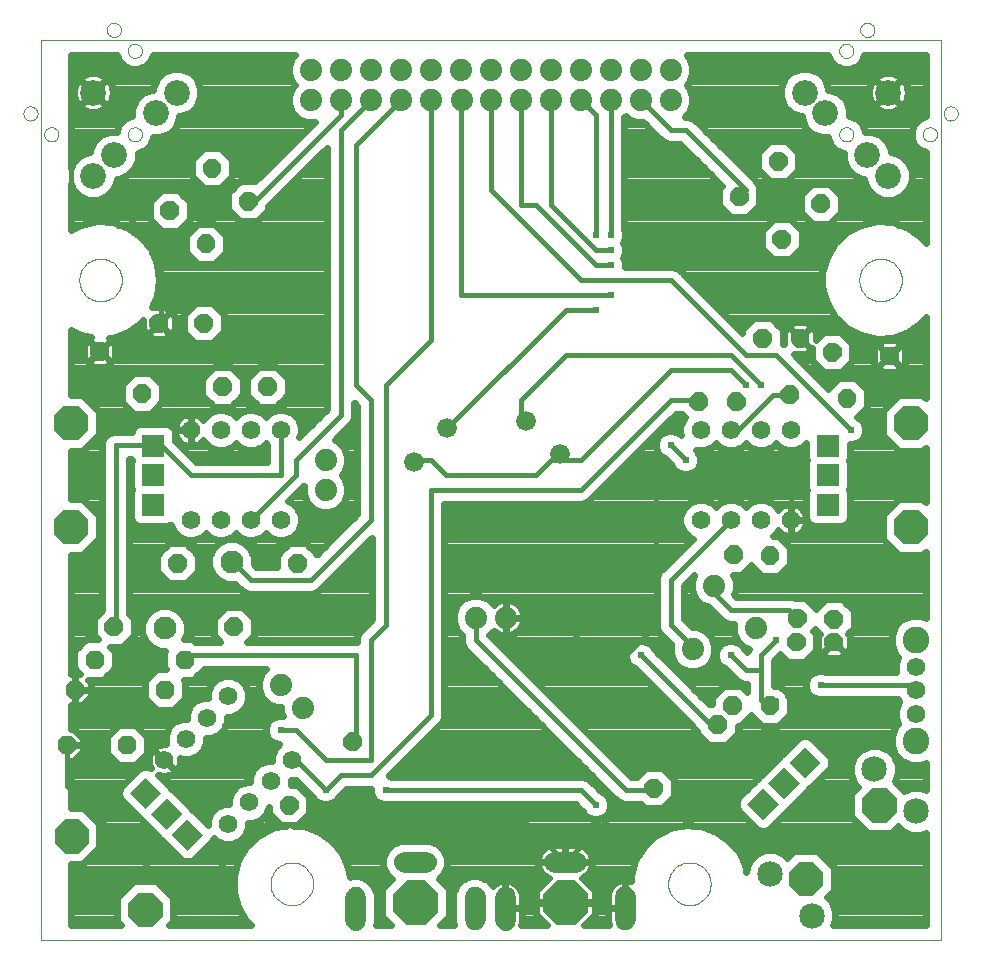
<source format=gbl>
G75*
%MOIN*%
%OFA0B0*%
%FSLAX24Y24*%
%IPPOS*%
%LPD*%
%AMOC8*
5,1,8,0,0,1.08239X$1,22.5*
%
%ADD10C,0.0000*%
%ADD11R,0.0740X0.0740*%
%ADD12OC8,0.1147*%
%ADD13C,0.0124*%
%ADD14C,0.0660*%
%ADD15C,0.0850*%
%ADD16C,0.0740*%
%ADD17C,0.0860*%
%ADD18C,0.0620*%
%ADD19OC8,0.0620*%
%ADD20R,0.0740X0.0740*%
%ADD21C,0.0229*%
%ADD22C,0.0760*%
%ADD23C,0.0615*%
%ADD24C,0.0891*%
%ADD25OC8,0.1500*%
%ADD26C,0.0694*%
%ADD27C,0.0001*%
%ADD28C,0.0240*%
%ADD29C,0.0180*%
%ADD30C,0.0240*%
D10*
X001898Y001011D02*
X001898Y031011D01*
X031898Y031011D01*
X031898Y001011D01*
X001898Y001011D01*
X009564Y002886D02*
X009566Y002939D01*
X009572Y002992D01*
X009582Y003044D01*
X009595Y003095D01*
X009613Y003145D01*
X009634Y003194D01*
X009659Y003241D01*
X009687Y003285D01*
X009719Y003328D01*
X009753Y003368D01*
X009791Y003406D01*
X009831Y003440D01*
X009874Y003472D01*
X009919Y003500D01*
X009965Y003525D01*
X010014Y003546D01*
X010064Y003564D01*
X010115Y003577D01*
X010167Y003587D01*
X010220Y003593D01*
X010273Y003595D01*
X010326Y003593D01*
X010379Y003587D01*
X010431Y003577D01*
X010482Y003564D01*
X010532Y003546D01*
X010581Y003525D01*
X010628Y003500D01*
X010672Y003472D01*
X010715Y003440D01*
X010755Y003406D01*
X010793Y003368D01*
X010827Y003328D01*
X010859Y003285D01*
X010887Y003240D01*
X010912Y003194D01*
X010933Y003145D01*
X010951Y003095D01*
X010964Y003044D01*
X010974Y002992D01*
X010980Y002939D01*
X010982Y002886D01*
X010980Y002833D01*
X010974Y002780D01*
X010964Y002728D01*
X010951Y002677D01*
X010933Y002627D01*
X010912Y002578D01*
X010887Y002531D01*
X010859Y002487D01*
X010827Y002444D01*
X010793Y002404D01*
X010755Y002366D01*
X010715Y002332D01*
X010672Y002300D01*
X010627Y002272D01*
X010581Y002247D01*
X010532Y002226D01*
X010482Y002208D01*
X010431Y002195D01*
X010379Y002185D01*
X010326Y002179D01*
X010273Y002177D01*
X010220Y002179D01*
X010167Y002185D01*
X010115Y002195D01*
X010064Y002208D01*
X010014Y002226D01*
X009965Y002247D01*
X009918Y002272D01*
X009874Y002300D01*
X009831Y002332D01*
X009791Y002366D01*
X009753Y002404D01*
X009719Y002444D01*
X009687Y002487D01*
X009659Y002532D01*
X009634Y002578D01*
X009613Y002627D01*
X009595Y002677D01*
X009582Y002728D01*
X009572Y002780D01*
X009566Y002833D01*
X009564Y002886D01*
X012096Y002503D02*
X012110Y002567D01*
X012137Y002626D01*
X012174Y002679D01*
X012221Y002724D01*
X012276Y002759D01*
X012336Y002782D01*
X012400Y002794D01*
X012462Y002781D01*
X012520Y002756D01*
X012572Y002720D01*
X012616Y002675D01*
X012651Y002622D01*
X012674Y002564D01*
X012686Y002502D01*
X012685Y002438D01*
X012685Y001651D01*
X012680Y001593D01*
X012663Y001538D01*
X012636Y001487D01*
X012599Y001442D01*
X012554Y001406D01*
X012503Y001378D01*
X012448Y001361D01*
X012390Y001356D01*
X012332Y001361D01*
X012277Y001378D01*
X012226Y001406D01*
X012181Y001442D01*
X012145Y001487D01*
X012117Y001538D01*
X012100Y001593D01*
X012095Y001651D01*
X012095Y002438D01*
X012096Y002503D01*
X013739Y003455D02*
X013712Y003507D01*
X013695Y003562D01*
X013689Y003620D01*
X013695Y003677D01*
X013712Y003733D01*
X013739Y003784D01*
X013776Y003828D01*
X013821Y003865D01*
X013872Y003892D01*
X013927Y003909D01*
X013985Y003915D01*
X014772Y003915D01*
X014830Y003909D01*
X014885Y003892D01*
X014936Y003865D01*
X014981Y003828D01*
X015017Y003784D01*
X015045Y003733D01*
X015062Y003677D01*
X015067Y003620D01*
X015062Y003562D01*
X015045Y003507D01*
X015017Y003455D01*
X014981Y003411D01*
X014936Y003374D01*
X014885Y003347D01*
X014830Y003330D01*
X014772Y003324D01*
X013985Y003324D01*
X013927Y003330D01*
X013872Y003347D01*
X013821Y003374D01*
X013776Y003411D01*
X013739Y003455D01*
X016087Y002580D02*
X016113Y002637D01*
X016149Y002687D01*
X016195Y002729D01*
X016247Y002762D01*
X016305Y002784D01*
X016366Y002794D01*
X016428Y002784D01*
X016486Y002762D01*
X016538Y002729D01*
X016584Y002687D01*
X016620Y002637D01*
X016645Y002580D01*
X016660Y002520D01*
X016662Y002458D01*
X016662Y001671D01*
X016656Y001613D01*
X016639Y001558D01*
X016612Y001507D01*
X016575Y001462D01*
X016530Y001425D01*
X016479Y001398D01*
X016424Y001381D01*
X016366Y001375D01*
X016309Y001381D01*
X016253Y001398D01*
X016202Y001425D01*
X016158Y001462D01*
X016121Y001507D01*
X016094Y001558D01*
X016077Y001613D01*
X016071Y001671D01*
X016071Y002458D01*
X016073Y002520D01*
X016087Y002580D01*
X017095Y002488D02*
X017095Y001651D01*
X017100Y001593D01*
X017117Y001538D01*
X017145Y001487D01*
X017181Y001442D01*
X017226Y001406D01*
X017277Y001378D01*
X017332Y001361D01*
X017390Y001356D01*
X017448Y001361D01*
X017503Y001378D01*
X017554Y001406D01*
X017599Y001442D01*
X017636Y001487D01*
X017663Y001538D01*
X017680Y001593D01*
X017685Y001651D01*
X017685Y002488D01*
X017680Y002546D01*
X017663Y002601D01*
X017636Y002652D01*
X017599Y002697D01*
X017554Y002734D01*
X017503Y002761D01*
X017448Y002778D01*
X017390Y002784D01*
X017332Y002778D01*
X017277Y002761D01*
X017226Y002734D01*
X017181Y002697D01*
X017145Y002652D01*
X017117Y002601D01*
X017100Y002546D01*
X017095Y002488D01*
X018695Y003562D02*
X018689Y003620D01*
X018695Y003677D01*
X018712Y003733D01*
X018739Y003784D01*
X018776Y003828D01*
X018821Y003865D01*
X018872Y003892D01*
X018927Y003909D01*
X018985Y003915D01*
X019772Y003915D01*
X019830Y003909D01*
X019885Y003892D01*
X019936Y003865D01*
X019981Y003828D01*
X020017Y003784D01*
X020045Y003733D01*
X020062Y003677D01*
X020067Y003620D01*
X020062Y003562D01*
X020045Y003507D01*
X020017Y003455D01*
X019981Y003411D01*
X019936Y003374D01*
X019885Y003347D01*
X019830Y003330D01*
X019772Y003324D01*
X018985Y003324D01*
X018927Y003330D01*
X018872Y003347D01*
X018821Y003374D01*
X018776Y003411D01*
X018739Y003455D01*
X018712Y003507D01*
X018695Y003562D01*
X021094Y002621D02*
X021121Y002672D01*
X021158Y002717D01*
X021202Y002754D01*
X021253Y002781D01*
X021309Y002798D01*
X021366Y002803D01*
X021424Y002798D01*
X021479Y002781D01*
X021530Y002754D01*
X021575Y002717D01*
X021612Y002672D01*
X021639Y002621D01*
X021656Y002566D01*
X021662Y002508D01*
X021662Y001671D01*
X021656Y001613D01*
X021639Y001558D01*
X021612Y001507D01*
X021575Y001462D01*
X021530Y001425D01*
X021479Y001398D01*
X021424Y001381D01*
X021366Y001375D01*
X021309Y001381D01*
X021253Y001398D01*
X021202Y001425D01*
X021158Y001462D01*
X021121Y001507D01*
X021094Y001558D01*
X021077Y001613D01*
X021071Y001671D01*
X021071Y002508D01*
X021077Y002566D01*
X021094Y002621D01*
X022814Y002886D02*
X022816Y002939D01*
X022822Y002992D01*
X022832Y003044D01*
X022845Y003095D01*
X022863Y003145D01*
X022884Y003194D01*
X022909Y003241D01*
X022937Y003285D01*
X022969Y003328D01*
X023003Y003368D01*
X023041Y003406D01*
X023081Y003440D01*
X023124Y003472D01*
X023169Y003500D01*
X023215Y003525D01*
X023264Y003546D01*
X023314Y003564D01*
X023365Y003577D01*
X023417Y003587D01*
X023470Y003593D01*
X023523Y003595D01*
X023576Y003593D01*
X023629Y003587D01*
X023681Y003577D01*
X023732Y003564D01*
X023782Y003546D01*
X023831Y003525D01*
X023878Y003500D01*
X023922Y003472D01*
X023965Y003440D01*
X024005Y003406D01*
X024043Y003368D01*
X024077Y003328D01*
X024109Y003285D01*
X024137Y003240D01*
X024162Y003194D01*
X024183Y003145D01*
X024201Y003095D01*
X024214Y003044D01*
X024224Y002992D01*
X024230Y002939D01*
X024232Y002886D01*
X024230Y002833D01*
X024224Y002780D01*
X024214Y002728D01*
X024201Y002677D01*
X024183Y002627D01*
X024162Y002578D01*
X024137Y002531D01*
X024109Y002487D01*
X024077Y002444D01*
X024043Y002404D01*
X024005Y002366D01*
X023965Y002332D01*
X023922Y002300D01*
X023877Y002272D01*
X023831Y002247D01*
X023782Y002226D01*
X023732Y002208D01*
X023681Y002195D01*
X023629Y002185D01*
X023576Y002179D01*
X023523Y002177D01*
X023470Y002179D01*
X023417Y002185D01*
X023365Y002195D01*
X023314Y002208D01*
X023264Y002226D01*
X023215Y002247D01*
X023168Y002272D01*
X023124Y002300D01*
X023081Y002332D01*
X023041Y002366D01*
X023003Y002404D01*
X022969Y002444D01*
X022937Y002487D01*
X022909Y002532D01*
X022884Y002578D01*
X022863Y002627D01*
X022845Y002677D01*
X022832Y002728D01*
X022822Y002780D01*
X022816Y002833D01*
X022814Y002886D01*
X029189Y023011D02*
X029191Y023064D01*
X029197Y023117D01*
X029207Y023169D01*
X029220Y023220D01*
X029238Y023270D01*
X029259Y023319D01*
X029284Y023366D01*
X029312Y023410D01*
X029344Y023453D01*
X029378Y023493D01*
X029416Y023531D01*
X029456Y023565D01*
X029499Y023597D01*
X029544Y023625D01*
X029590Y023650D01*
X029639Y023671D01*
X029689Y023689D01*
X029740Y023702D01*
X029792Y023712D01*
X029845Y023718D01*
X029898Y023720D01*
X029951Y023718D01*
X030004Y023712D01*
X030056Y023702D01*
X030107Y023689D01*
X030157Y023671D01*
X030206Y023650D01*
X030253Y023625D01*
X030297Y023597D01*
X030340Y023565D01*
X030380Y023531D01*
X030418Y023493D01*
X030452Y023453D01*
X030484Y023410D01*
X030512Y023365D01*
X030537Y023319D01*
X030558Y023270D01*
X030576Y023220D01*
X030589Y023169D01*
X030599Y023117D01*
X030605Y023064D01*
X030607Y023011D01*
X030605Y022958D01*
X030599Y022905D01*
X030589Y022853D01*
X030576Y022802D01*
X030558Y022752D01*
X030537Y022703D01*
X030512Y022656D01*
X030484Y022612D01*
X030452Y022569D01*
X030418Y022529D01*
X030380Y022491D01*
X030340Y022457D01*
X030297Y022425D01*
X030252Y022397D01*
X030206Y022372D01*
X030157Y022351D01*
X030107Y022333D01*
X030056Y022320D01*
X030004Y022310D01*
X029951Y022304D01*
X029898Y022302D01*
X029845Y022304D01*
X029792Y022310D01*
X029740Y022320D01*
X029689Y022333D01*
X029639Y022351D01*
X029590Y022372D01*
X029543Y022397D01*
X029499Y022425D01*
X029456Y022457D01*
X029416Y022491D01*
X029378Y022529D01*
X029344Y022569D01*
X029312Y022612D01*
X029284Y022657D01*
X029259Y022703D01*
X029238Y022752D01*
X029220Y022802D01*
X029207Y022853D01*
X029197Y022905D01*
X029191Y022958D01*
X029189Y023011D01*
X028520Y027869D02*
X028522Y027899D01*
X028528Y027929D01*
X028537Y027958D01*
X028550Y027985D01*
X028567Y028010D01*
X028586Y028033D01*
X028609Y028054D01*
X028634Y028071D01*
X028660Y028085D01*
X028689Y028095D01*
X028718Y028102D01*
X028748Y028105D01*
X028779Y028104D01*
X028809Y028099D01*
X028838Y028090D01*
X028865Y028078D01*
X028891Y028063D01*
X028915Y028044D01*
X028936Y028022D01*
X028954Y027998D01*
X028969Y027971D01*
X028980Y027943D01*
X028988Y027914D01*
X028992Y027884D01*
X028992Y027854D01*
X028988Y027824D01*
X028980Y027795D01*
X028969Y027767D01*
X028954Y027740D01*
X028936Y027716D01*
X028915Y027694D01*
X028891Y027675D01*
X028865Y027660D01*
X028838Y027648D01*
X028809Y027639D01*
X028779Y027634D01*
X028748Y027633D01*
X028718Y027636D01*
X028689Y027643D01*
X028660Y027653D01*
X028634Y027667D01*
X028609Y027684D01*
X028586Y027705D01*
X028567Y027728D01*
X028550Y027753D01*
X028537Y027780D01*
X028528Y027809D01*
X028522Y027839D01*
X028520Y027869D01*
X031304Y027869D02*
X031306Y027899D01*
X031312Y027929D01*
X031321Y027958D01*
X031334Y027985D01*
X031351Y028010D01*
X031370Y028033D01*
X031393Y028054D01*
X031418Y028071D01*
X031444Y028085D01*
X031473Y028095D01*
X031502Y028102D01*
X031532Y028105D01*
X031563Y028104D01*
X031593Y028099D01*
X031622Y028090D01*
X031649Y028078D01*
X031675Y028063D01*
X031699Y028044D01*
X031720Y028022D01*
X031738Y027998D01*
X031753Y027971D01*
X031764Y027943D01*
X031772Y027914D01*
X031776Y027884D01*
X031776Y027854D01*
X031772Y027824D01*
X031764Y027795D01*
X031753Y027767D01*
X031738Y027740D01*
X031720Y027716D01*
X031699Y027694D01*
X031675Y027675D01*
X031649Y027660D01*
X031622Y027648D01*
X031593Y027639D01*
X031563Y027634D01*
X031532Y027633D01*
X031502Y027636D01*
X031473Y027643D01*
X031444Y027653D01*
X031418Y027667D01*
X031393Y027684D01*
X031370Y027705D01*
X031351Y027728D01*
X031334Y027753D01*
X031321Y027780D01*
X031312Y027809D01*
X031306Y027839D01*
X031304Y027869D01*
X032000Y028565D02*
X032002Y028595D01*
X032008Y028625D01*
X032017Y028654D01*
X032030Y028681D01*
X032047Y028706D01*
X032066Y028729D01*
X032089Y028750D01*
X032114Y028767D01*
X032140Y028781D01*
X032169Y028791D01*
X032198Y028798D01*
X032228Y028801D01*
X032259Y028800D01*
X032289Y028795D01*
X032318Y028786D01*
X032345Y028774D01*
X032371Y028759D01*
X032395Y028740D01*
X032416Y028718D01*
X032434Y028694D01*
X032449Y028667D01*
X032460Y028639D01*
X032468Y028610D01*
X032472Y028580D01*
X032472Y028550D01*
X032468Y028520D01*
X032460Y028491D01*
X032449Y028463D01*
X032434Y028436D01*
X032416Y028412D01*
X032395Y028390D01*
X032371Y028371D01*
X032345Y028356D01*
X032318Y028344D01*
X032289Y028335D01*
X032259Y028330D01*
X032228Y028329D01*
X032198Y028332D01*
X032169Y028339D01*
X032140Y028349D01*
X032114Y028363D01*
X032089Y028380D01*
X032066Y028401D01*
X032047Y028424D01*
X032030Y028449D01*
X032017Y028476D01*
X032008Y028505D01*
X032002Y028535D01*
X032000Y028565D01*
X028520Y030653D02*
X028522Y030683D01*
X028528Y030713D01*
X028537Y030742D01*
X028550Y030769D01*
X028567Y030794D01*
X028586Y030817D01*
X028609Y030838D01*
X028634Y030855D01*
X028660Y030869D01*
X028689Y030879D01*
X028718Y030886D01*
X028748Y030889D01*
X028779Y030888D01*
X028809Y030883D01*
X028838Y030874D01*
X028865Y030862D01*
X028891Y030847D01*
X028915Y030828D01*
X028936Y030806D01*
X028954Y030782D01*
X028969Y030755D01*
X028980Y030727D01*
X028988Y030698D01*
X028992Y030668D01*
X028992Y030638D01*
X028988Y030608D01*
X028980Y030579D01*
X028969Y030551D01*
X028954Y030524D01*
X028936Y030500D01*
X028915Y030478D01*
X028891Y030459D01*
X028865Y030444D01*
X028838Y030432D01*
X028809Y030423D01*
X028779Y030418D01*
X028748Y030417D01*
X028718Y030420D01*
X028689Y030427D01*
X028660Y030437D01*
X028634Y030451D01*
X028609Y030468D01*
X028586Y030489D01*
X028567Y030512D01*
X028550Y030537D01*
X028537Y030564D01*
X028528Y030593D01*
X028522Y030623D01*
X028520Y030653D01*
X029216Y031349D02*
X029218Y031379D01*
X029224Y031409D01*
X029233Y031438D01*
X029246Y031465D01*
X029263Y031490D01*
X029282Y031513D01*
X029305Y031534D01*
X029330Y031551D01*
X029356Y031565D01*
X029385Y031575D01*
X029414Y031582D01*
X029444Y031585D01*
X029475Y031584D01*
X029505Y031579D01*
X029534Y031570D01*
X029561Y031558D01*
X029587Y031543D01*
X029611Y031524D01*
X029632Y031502D01*
X029650Y031478D01*
X029665Y031451D01*
X029676Y031423D01*
X029684Y031394D01*
X029688Y031364D01*
X029688Y031334D01*
X029684Y031304D01*
X029676Y031275D01*
X029665Y031247D01*
X029650Y031220D01*
X029632Y031196D01*
X029611Y031174D01*
X029587Y031155D01*
X029561Y031140D01*
X029534Y031128D01*
X029505Y031119D01*
X029475Y031114D01*
X029444Y031113D01*
X029414Y031116D01*
X029385Y031123D01*
X029356Y031133D01*
X029330Y031147D01*
X029305Y031164D01*
X029282Y031185D01*
X029263Y031208D01*
X029246Y031233D01*
X029233Y031260D01*
X029224Y031289D01*
X029218Y031319D01*
X029216Y031349D01*
X004804Y030653D02*
X004806Y030683D01*
X004812Y030713D01*
X004821Y030742D01*
X004834Y030769D01*
X004851Y030794D01*
X004870Y030817D01*
X004893Y030838D01*
X004918Y030855D01*
X004944Y030869D01*
X004973Y030879D01*
X005002Y030886D01*
X005032Y030889D01*
X005063Y030888D01*
X005093Y030883D01*
X005122Y030874D01*
X005149Y030862D01*
X005175Y030847D01*
X005199Y030828D01*
X005220Y030806D01*
X005238Y030782D01*
X005253Y030755D01*
X005264Y030727D01*
X005272Y030698D01*
X005276Y030668D01*
X005276Y030638D01*
X005272Y030608D01*
X005264Y030579D01*
X005253Y030551D01*
X005238Y030524D01*
X005220Y030500D01*
X005199Y030478D01*
X005175Y030459D01*
X005149Y030444D01*
X005122Y030432D01*
X005093Y030423D01*
X005063Y030418D01*
X005032Y030417D01*
X005002Y030420D01*
X004973Y030427D01*
X004944Y030437D01*
X004918Y030451D01*
X004893Y030468D01*
X004870Y030489D01*
X004851Y030512D01*
X004834Y030537D01*
X004821Y030564D01*
X004812Y030593D01*
X004806Y030623D01*
X004804Y030653D01*
X004108Y031349D02*
X004110Y031379D01*
X004116Y031409D01*
X004125Y031438D01*
X004138Y031465D01*
X004155Y031490D01*
X004174Y031513D01*
X004197Y031534D01*
X004222Y031551D01*
X004248Y031565D01*
X004277Y031575D01*
X004306Y031582D01*
X004336Y031585D01*
X004367Y031584D01*
X004397Y031579D01*
X004426Y031570D01*
X004453Y031558D01*
X004479Y031543D01*
X004503Y031524D01*
X004524Y031502D01*
X004542Y031478D01*
X004557Y031451D01*
X004568Y031423D01*
X004576Y031394D01*
X004580Y031364D01*
X004580Y031334D01*
X004576Y031304D01*
X004568Y031275D01*
X004557Y031247D01*
X004542Y031220D01*
X004524Y031196D01*
X004503Y031174D01*
X004479Y031155D01*
X004453Y031140D01*
X004426Y031128D01*
X004397Y031119D01*
X004367Y031114D01*
X004336Y031113D01*
X004306Y031116D01*
X004277Y031123D01*
X004248Y031133D01*
X004222Y031147D01*
X004197Y031164D01*
X004174Y031185D01*
X004155Y031208D01*
X004138Y031233D01*
X004125Y031260D01*
X004116Y031289D01*
X004110Y031319D01*
X004108Y031349D01*
X001324Y028565D02*
X001326Y028595D01*
X001332Y028625D01*
X001341Y028654D01*
X001354Y028681D01*
X001371Y028706D01*
X001390Y028729D01*
X001413Y028750D01*
X001438Y028767D01*
X001464Y028781D01*
X001493Y028791D01*
X001522Y028798D01*
X001552Y028801D01*
X001583Y028800D01*
X001613Y028795D01*
X001642Y028786D01*
X001669Y028774D01*
X001695Y028759D01*
X001719Y028740D01*
X001740Y028718D01*
X001758Y028694D01*
X001773Y028667D01*
X001784Y028639D01*
X001792Y028610D01*
X001796Y028580D01*
X001796Y028550D01*
X001792Y028520D01*
X001784Y028491D01*
X001773Y028463D01*
X001758Y028436D01*
X001740Y028412D01*
X001719Y028390D01*
X001695Y028371D01*
X001669Y028356D01*
X001642Y028344D01*
X001613Y028335D01*
X001583Y028330D01*
X001552Y028329D01*
X001522Y028332D01*
X001493Y028339D01*
X001464Y028349D01*
X001438Y028363D01*
X001413Y028380D01*
X001390Y028401D01*
X001371Y028424D01*
X001354Y028449D01*
X001341Y028476D01*
X001332Y028505D01*
X001326Y028535D01*
X001324Y028565D01*
X002020Y027869D02*
X002022Y027899D01*
X002028Y027929D01*
X002037Y027958D01*
X002050Y027985D01*
X002067Y028010D01*
X002086Y028033D01*
X002109Y028054D01*
X002134Y028071D01*
X002160Y028085D01*
X002189Y028095D01*
X002218Y028102D01*
X002248Y028105D01*
X002279Y028104D01*
X002309Y028099D01*
X002338Y028090D01*
X002365Y028078D01*
X002391Y028063D01*
X002415Y028044D01*
X002436Y028022D01*
X002454Y027998D01*
X002469Y027971D01*
X002480Y027943D01*
X002488Y027914D01*
X002492Y027884D01*
X002492Y027854D01*
X002488Y027824D01*
X002480Y027795D01*
X002469Y027767D01*
X002454Y027740D01*
X002436Y027716D01*
X002415Y027694D01*
X002391Y027675D01*
X002365Y027660D01*
X002338Y027648D01*
X002309Y027639D01*
X002279Y027634D01*
X002248Y027633D01*
X002218Y027636D01*
X002189Y027643D01*
X002160Y027653D01*
X002134Y027667D01*
X002109Y027684D01*
X002086Y027705D01*
X002067Y027728D01*
X002050Y027753D01*
X002037Y027780D01*
X002028Y027809D01*
X002022Y027839D01*
X002020Y027869D01*
X004804Y027869D02*
X004806Y027899D01*
X004812Y027929D01*
X004821Y027958D01*
X004834Y027985D01*
X004851Y028010D01*
X004870Y028033D01*
X004893Y028054D01*
X004918Y028071D01*
X004944Y028085D01*
X004973Y028095D01*
X005002Y028102D01*
X005032Y028105D01*
X005063Y028104D01*
X005093Y028099D01*
X005122Y028090D01*
X005149Y028078D01*
X005175Y028063D01*
X005199Y028044D01*
X005220Y028022D01*
X005238Y027998D01*
X005253Y027971D01*
X005264Y027943D01*
X005272Y027914D01*
X005276Y027884D01*
X005276Y027854D01*
X005272Y027824D01*
X005264Y027795D01*
X005253Y027767D01*
X005238Y027740D01*
X005220Y027716D01*
X005199Y027694D01*
X005175Y027675D01*
X005149Y027660D01*
X005122Y027648D01*
X005093Y027639D01*
X005063Y027634D01*
X005032Y027633D01*
X005002Y027636D01*
X004973Y027643D01*
X004944Y027653D01*
X004918Y027667D01*
X004893Y027684D01*
X004870Y027705D01*
X004851Y027728D01*
X004834Y027753D01*
X004821Y027780D01*
X004812Y027809D01*
X004806Y027839D01*
X004804Y027869D01*
X003189Y023011D02*
X003191Y023064D01*
X003197Y023117D01*
X003207Y023169D01*
X003220Y023220D01*
X003238Y023270D01*
X003259Y023319D01*
X003284Y023366D01*
X003312Y023410D01*
X003344Y023453D01*
X003378Y023493D01*
X003416Y023531D01*
X003456Y023565D01*
X003499Y023597D01*
X003544Y023625D01*
X003590Y023650D01*
X003639Y023671D01*
X003689Y023689D01*
X003740Y023702D01*
X003792Y023712D01*
X003845Y023718D01*
X003898Y023720D01*
X003951Y023718D01*
X004004Y023712D01*
X004056Y023702D01*
X004107Y023689D01*
X004157Y023671D01*
X004206Y023650D01*
X004253Y023625D01*
X004297Y023597D01*
X004340Y023565D01*
X004380Y023531D01*
X004418Y023493D01*
X004452Y023453D01*
X004484Y023410D01*
X004512Y023365D01*
X004537Y023319D01*
X004558Y023270D01*
X004576Y023220D01*
X004589Y023169D01*
X004599Y023117D01*
X004605Y023064D01*
X004607Y023011D01*
X004605Y022958D01*
X004599Y022905D01*
X004589Y022853D01*
X004576Y022802D01*
X004558Y022752D01*
X004537Y022703D01*
X004512Y022656D01*
X004484Y022612D01*
X004452Y022569D01*
X004418Y022529D01*
X004380Y022491D01*
X004340Y022457D01*
X004297Y022425D01*
X004252Y022397D01*
X004206Y022372D01*
X004157Y022351D01*
X004107Y022333D01*
X004056Y022320D01*
X004004Y022310D01*
X003951Y022304D01*
X003898Y022302D01*
X003845Y022304D01*
X003792Y022310D01*
X003740Y022320D01*
X003689Y022333D01*
X003639Y022351D01*
X003590Y022372D01*
X003543Y022397D01*
X003499Y022425D01*
X003456Y022457D01*
X003416Y022491D01*
X003378Y022529D01*
X003344Y022569D01*
X003312Y022612D01*
X003284Y022657D01*
X003259Y022703D01*
X003238Y022752D01*
X003220Y022802D01*
X003207Y022853D01*
X003197Y022905D01*
X003191Y022958D01*
X003189Y023011D01*
D11*
X005654Y017496D03*
X005654Y016511D03*
X005654Y015527D03*
X028142Y015527D03*
X028142Y016511D03*
X028142Y017496D03*
D12*
X030898Y018244D03*
X030898Y014779D03*
X002898Y014779D03*
X002898Y018244D03*
D13*
X005235Y019413D02*
X005173Y019475D01*
X005379Y019475D01*
X005523Y019331D01*
X005523Y019125D01*
X005379Y018981D01*
X005173Y018981D01*
X005029Y019125D01*
X005029Y019331D01*
X005173Y019475D01*
X005212Y019382D01*
X005340Y019382D01*
X005430Y019292D01*
X005430Y019164D01*
X005340Y019074D01*
X005212Y019074D01*
X005122Y019164D01*
X005122Y019292D01*
X005212Y019382D01*
X005250Y019289D01*
X005302Y019289D01*
X005337Y019254D01*
X005337Y019202D01*
X005302Y019167D01*
X005250Y019167D01*
X005215Y019202D01*
X005215Y019254D01*
X005250Y019289D01*
X003821Y020827D02*
X003759Y020889D01*
X003965Y020889D01*
X004109Y020745D01*
X004109Y020539D01*
X003965Y020395D01*
X003759Y020395D01*
X003615Y020539D01*
X003615Y020745D01*
X003759Y020889D01*
X003798Y020796D01*
X003926Y020796D01*
X004016Y020706D01*
X004016Y020578D01*
X003926Y020488D01*
X003798Y020488D01*
X003708Y020578D01*
X003708Y020706D01*
X003798Y020796D01*
X003836Y020703D01*
X003888Y020703D01*
X003923Y020668D01*
X003923Y020616D01*
X003888Y020581D01*
X003836Y020581D01*
X003801Y020616D01*
X003801Y020668D01*
X003836Y020703D01*
X005796Y021757D02*
X005734Y021819D01*
X005940Y021819D01*
X006084Y021675D01*
X006084Y021469D01*
X005940Y021325D01*
X005734Y021325D01*
X005590Y021469D01*
X005590Y021675D01*
X005734Y021819D01*
X005773Y021726D01*
X005901Y021726D01*
X005991Y021636D01*
X005991Y021508D01*
X005901Y021418D01*
X005773Y021418D01*
X005683Y021508D01*
X005683Y021636D01*
X005773Y021726D01*
X005811Y021633D01*
X005863Y021633D01*
X005898Y021598D01*
X005898Y021546D01*
X005863Y021511D01*
X005811Y021511D01*
X005776Y021546D01*
X005776Y021598D01*
X005811Y021633D01*
X007378Y021387D02*
X007440Y021325D01*
X007234Y021325D01*
X007090Y021469D01*
X007090Y021675D01*
X007234Y021819D01*
X007440Y021819D01*
X007584Y021675D01*
X007584Y021469D01*
X007440Y021325D01*
X007401Y021418D01*
X007273Y021418D01*
X007183Y021508D01*
X007183Y021636D01*
X007273Y021726D01*
X007401Y021726D01*
X007491Y021636D01*
X007491Y021508D01*
X007401Y021418D01*
X007363Y021511D01*
X007311Y021511D01*
X007276Y021546D01*
X007276Y021598D01*
X007311Y021633D01*
X007363Y021633D01*
X007398Y021598D01*
X007398Y021546D01*
X007363Y021511D01*
X007918Y019636D02*
X007856Y019698D01*
X008062Y019698D01*
X008206Y019554D01*
X008206Y019348D01*
X008062Y019204D01*
X007856Y019204D01*
X007712Y019348D01*
X007712Y019554D01*
X007856Y019698D01*
X007895Y019605D01*
X008023Y019605D01*
X008113Y019515D01*
X008113Y019387D01*
X008023Y019297D01*
X007895Y019297D01*
X007805Y019387D01*
X007805Y019515D01*
X007895Y019605D01*
X007933Y019512D01*
X007985Y019512D01*
X008020Y019477D01*
X008020Y019425D01*
X007985Y019390D01*
X007933Y019390D01*
X007898Y019425D01*
X007898Y019477D01*
X007933Y019512D01*
X009500Y019266D02*
X009562Y019204D01*
X009356Y019204D01*
X009212Y019348D01*
X009212Y019554D01*
X009356Y019698D01*
X009562Y019698D01*
X009706Y019554D01*
X009706Y019348D01*
X009562Y019204D01*
X009523Y019297D01*
X009395Y019297D01*
X009305Y019387D01*
X009305Y019515D01*
X009395Y019605D01*
X009523Y019605D01*
X009613Y019515D01*
X009613Y019387D01*
X009523Y019297D01*
X009485Y019390D01*
X009433Y019390D01*
X009398Y019425D01*
X009398Y019477D01*
X009433Y019512D01*
X009485Y019512D01*
X009520Y019477D01*
X009520Y019425D01*
X009485Y019390D01*
X007226Y024181D02*
X007164Y024119D01*
X007164Y024325D01*
X007308Y024469D01*
X007514Y024469D01*
X007658Y024325D01*
X007658Y024119D01*
X007514Y023975D01*
X007308Y023975D01*
X007164Y024119D01*
X007257Y024158D01*
X007257Y024286D01*
X007347Y024376D01*
X007475Y024376D01*
X007565Y024286D01*
X007565Y024158D01*
X007475Y024068D01*
X007347Y024068D01*
X007257Y024158D01*
X007350Y024196D01*
X007350Y024248D01*
X007385Y024283D01*
X007437Y024283D01*
X007472Y024248D01*
X007472Y024196D01*
X007437Y024161D01*
X007385Y024161D01*
X007350Y024196D01*
X006015Y025288D02*
X005953Y025226D01*
X005953Y025432D01*
X006097Y025576D01*
X006303Y025576D01*
X006447Y025432D01*
X006447Y025226D01*
X006303Y025082D01*
X006097Y025082D01*
X005953Y025226D01*
X006046Y025265D01*
X006046Y025393D01*
X006136Y025483D01*
X006264Y025483D01*
X006354Y025393D01*
X006354Y025265D01*
X006264Y025175D01*
X006136Y025175D01*
X006046Y025265D01*
X006139Y025303D01*
X006139Y025355D01*
X006174Y025390D01*
X006226Y025390D01*
X006261Y025355D01*
X006261Y025303D01*
X006226Y025268D01*
X006174Y025268D01*
X006139Y025303D01*
X007429Y026702D02*
X007367Y026640D01*
X007367Y026846D01*
X007511Y026990D01*
X007717Y026990D01*
X007861Y026846D01*
X007861Y026640D01*
X007717Y026496D01*
X007511Y026496D01*
X007367Y026640D01*
X007460Y026679D01*
X007460Y026807D01*
X007550Y026897D01*
X007678Y026897D01*
X007768Y026807D01*
X007768Y026679D01*
X007678Y026589D01*
X007550Y026589D01*
X007460Y026679D01*
X007553Y026717D01*
X007553Y026769D01*
X007588Y026804D01*
X007640Y026804D01*
X007675Y026769D01*
X007675Y026717D01*
X007640Y026682D01*
X007588Y026682D01*
X007553Y026717D01*
X008640Y025595D02*
X008578Y025533D01*
X008578Y025739D01*
X008722Y025883D01*
X008928Y025883D01*
X009072Y025739D01*
X009072Y025533D01*
X008928Y025389D01*
X008722Y025389D01*
X008578Y025533D01*
X008671Y025572D01*
X008671Y025700D01*
X008761Y025790D01*
X008889Y025790D01*
X008979Y025700D01*
X008979Y025572D01*
X008889Y025482D01*
X008761Y025482D01*
X008671Y025572D01*
X008764Y025610D01*
X008764Y025662D01*
X008799Y025697D01*
X008851Y025697D01*
X008886Y025662D01*
X008886Y025610D01*
X008851Y025575D01*
X008799Y025575D01*
X008764Y025610D01*
X024022Y018992D02*
X024084Y019054D01*
X024084Y018848D01*
X023940Y018704D01*
X023734Y018704D01*
X023590Y018848D01*
X023590Y019054D01*
X023734Y019198D01*
X023940Y019198D01*
X024084Y019054D01*
X023991Y019015D01*
X023991Y018887D01*
X023901Y018797D01*
X023773Y018797D01*
X023683Y018887D01*
X023683Y019015D01*
X023773Y019105D01*
X023901Y019105D01*
X023991Y019015D01*
X023898Y018977D01*
X023898Y018925D01*
X023863Y018890D01*
X023811Y018890D01*
X023776Y018925D01*
X023776Y018977D01*
X023811Y019012D01*
X023863Y019012D01*
X023898Y018977D01*
X025272Y018992D02*
X025334Y019054D01*
X025334Y018848D01*
X025190Y018704D01*
X024984Y018704D01*
X024840Y018848D01*
X024840Y019054D01*
X024984Y019198D01*
X025190Y019198D01*
X025334Y019054D01*
X025241Y019015D01*
X025241Y018887D01*
X025151Y018797D01*
X025023Y018797D01*
X024933Y018887D01*
X024933Y019015D01*
X025023Y019105D01*
X025151Y019105D01*
X025241Y019015D01*
X025148Y018977D01*
X025148Y018925D01*
X025113Y018890D01*
X025061Y018890D01*
X025026Y018925D01*
X025026Y018977D01*
X025061Y019012D01*
X025113Y019012D01*
X025148Y018977D01*
X027057Y019227D02*
X027119Y019289D01*
X027119Y019083D01*
X026975Y018939D01*
X026769Y018939D01*
X026625Y019083D01*
X026625Y019289D01*
X026769Y019433D01*
X026975Y019433D01*
X027119Y019289D01*
X027026Y019250D01*
X027026Y019122D01*
X026936Y019032D01*
X026808Y019032D01*
X026718Y019122D01*
X026718Y019250D01*
X026808Y019340D01*
X026936Y019340D01*
X027026Y019250D01*
X026933Y019212D01*
X026933Y019160D01*
X026898Y019125D01*
X026846Y019125D01*
X026811Y019160D01*
X026811Y019212D01*
X026846Y019247D01*
X026898Y019247D01*
X026933Y019212D01*
X028965Y019109D02*
X029027Y019171D01*
X029027Y018965D01*
X028883Y018821D01*
X028677Y018821D01*
X028533Y018965D01*
X028533Y019171D01*
X028677Y019315D01*
X028883Y019315D01*
X029027Y019171D01*
X028934Y019132D01*
X028934Y019004D01*
X028844Y018914D01*
X028716Y018914D01*
X028626Y019004D01*
X028626Y019132D01*
X028716Y019222D01*
X028844Y019222D01*
X028934Y019132D01*
X028841Y019094D01*
X028841Y019042D01*
X028806Y019007D01*
X028754Y019007D01*
X028719Y019042D01*
X028719Y019094D01*
X028754Y019129D01*
X028806Y019129D01*
X028841Y019094D01*
X028471Y020641D02*
X028533Y020703D01*
X028533Y020497D01*
X028389Y020353D01*
X028183Y020353D01*
X028039Y020497D01*
X028039Y020703D01*
X028183Y020847D01*
X028389Y020847D01*
X028533Y020703D01*
X028440Y020664D01*
X028440Y020536D01*
X028350Y020446D01*
X028222Y020446D01*
X028132Y020536D01*
X028132Y020664D01*
X028222Y020754D01*
X028350Y020754D01*
X028440Y020664D01*
X028347Y020626D01*
X028347Y020574D01*
X028312Y020539D01*
X028260Y020539D01*
X028225Y020574D01*
X028225Y020626D01*
X028260Y020661D01*
X028312Y020661D01*
X028347Y020626D01*
X027394Y021113D02*
X027456Y021175D01*
X027456Y020969D01*
X027312Y020825D01*
X027106Y020825D01*
X026962Y020969D01*
X026962Y021175D01*
X027106Y021319D01*
X027312Y021319D01*
X027456Y021175D01*
X027363Y021136D01*
X027363Y021008D01*
X027273Y020918D01*
X027145Y020918D01*
X027055Y021008D01*
X027055Y021136D01*
X027145Y021226D01*
X027273Y021226D01*
X027363Y021136D01*
X027270Y021098D01*
X027270Y021046D01*
X027235Y021011D01*
X027183Y021011D01*
X027148Y021046D01*
X027148Y021098D01*
X027183Y021133D01*
X027235Y021133D01*
X027270Y021098D01*
X026144Y021113D02*
X026206Y021175D01*
X026206Y020969D01*
X026062Y020825D01*
X025856Y020825D01*
X025712Y020969D01*
X025712Y021175D01*
X025856Y021319D01*
X026062Y021319D01*
X026206Y021175D01*
X026113Y021136D01*
X026113Y021008D01*
X026023Y020918D01*
X025895Y020918D01*
X025805Y021008D01*
X025805Y021136D01*
X025895Y021226D01*
X026023Y021226D01*
X026113Y021136D01*
X026020Y021098D01*
X026020Y021046D01*
X025985Y021011D01*
X025933Y021011D01*
X025898Y021046D01*
X025898Y021098D01*
X025933Y021133D01*
X025985Y021133D01*
X026020Y021098D01*
X030379Y020523D02*
X030441Y020585D01*
X030441Y020379D01*
X030297Y020235D01*
X030091Y020235D01*
X029947Y020379D01*
X029947Y020585D01*
X030091Y020729D01*
X030297Y020729D01*
X030441Y020585D01*
X030348Y020546D01*
X030348Y020418D01*
X030258Y020328D01*
X030130Y020328D01*
X030040Y020418D01*
X030040Y020546D01*
X030130Y020636D01*
X030258Y020636D01*
X030348Y020546D01*
X030255Y020508D01*
X030255Y020456D01*
X030220Y020421D01*
X030168Y020421D01*
X030133Y020456D01*
X030133Y020508D01*
X030168Y020543D01*
X030220Y020543D01*
X030255Y020508D01*
X026646Y024186D02*
X026708Y024124D01*
X026502Y024124D01*
X026358Y024268D01*
X026358Y024474D01*
X026502Y024618D01*
X026708Y024618D01*
X026852Y024474D01*
X026852Y024268D01*
X026708Y024124D01*
X026669Y024217D01*
X026541Y024217D01*
X026451Y024307D01*
X026451Y024435D01*
X026541Y024525D01*
X026669Y024525D01*
X026759Y024435D01*
X026759Y024307D01*
X026669Y024217D01*
X026631Y024310D01*
X026579Y024310D01*
X026544Y024345D01*
X026544Y024397D01*
X026579Y024432D01*
X026631Y024432D01*
X026666Y024397D01*
X026666Y024345D01*
X026631Y024310D01*
X027946Y025369D02*
X028008Y025307D01*
X027802Y025307D01*
X027658Y025451D01*
X027658Y025657D01*
X027802Y025801D01*
X028008Y025801D01*
X028152Y025657D01*
X028152Y025451D01*
X028008Y025307D01*
X027969Y025400D01*
X027841Y025400D01*
X027751Y025490D01*
X027751Y025618D01*
X027841Y025708D01*
X027969Y025708D01*
X028059Y025618D01*
X028059Y025490D01*
X027969Y025400D01*
X027931Y025493D01*
X027879Y025493D01*
X027844Y025528D01*
X027844Y025580D01*
X027879Y025615D01*
X027931Y025615D01*
X027966Y025580D01*
X027966Y025528D01*
X027931Y025493D01*
X026531Y026783D02*
X026593Y026721D01*
X026387Y026721D01*
X026243Y026865D01*
X026243Y027071D01*
X026387Y027215D01*
X026593Y027215D01*
X026737Y027071D01*
X026737Y026865D01*
X026593Y026721D01*
X026554Y026814D01*
X026426Y026814D01*
X026336Y026904D01*
X026336Y027032D01*
X026426Y027122D01*
X026554Y027122D01*
X026644Y027032D01*
X026644Y026904D01*
X026554Y026814D01*
X026516Y026907D01*
X026464Y026907D01*
X026429Y026942D01*
X026429Y026994D01*
X026464Y027029D01*
X026516Y027029D01*
X026551Y026994D01*
X026551Y026942D01*
X026516Y026907D01*
X025232Y025600D02*
X025294Y025538D01*
X025088Y025538D01*
X024944Y025682D01*
X024944Y025888D01*
X025088Y026032D01*
X025294Y026032D01*
X025438Y025888D01*
X025438Y025682D01*
X025294Y025538D01*
X025255Y025631D01*
X025127Y025631D01*
X025037Y025721D01*
X025037Y025849D01*
X025127Y025939D01*
X025255Y025939D01*
X025345Y025849D01*
X025345Y025721D01*
X025255Y025631D01*
X025217Y025724D01*
X025165Y025724D01*
X025130Y025759D01*
X025130Y025811D01*
X025165Y025846D01*
X025217Y025846D01*
X025252Y025811D01*
X025252Y025759D01*
X025217Y025724D01*
X024958Y014044D02*
X024896Y014106D01*
X025102Y014106D01*
X025246Y013962D01*
X025246Y013756D01*
X025102Y013612D01*
X024896Y013612D01*
X024752Y013756D01*
X024752Y013962D01*
X024896Y014106D01*
X024935Y014013D01*
X025063Y014013D01*
X025153Y013923D01*
X025153Y013795D01*
X025063Y013705D01*
X024935Y013705D01*
X024845Y013795D01*
X024845Y013923D01*
X024935Y014013D01*
X024973Y013920D01*
X025025Y013920D01*
X025060Y013885D01*
X025060Y013833D01*
X025025Y013798D01*
X024973Y013798D01*
X024938Y013833D01*
X024938Y013885D01*
X024973Y013920D01*
X026171Y014007D02*
X026109Y014069D01*
X026315Y014069D01*
X026459Y013925D01*
X026459Y013719D01*
X026315Y013575D01*
X026109Y013575D01*
X025965Y013719D01*
X025965Y013925D01*
X026109Y014069D01*
X026148Y013976D01*
X026276Y013976D01*
X026366Y013886D01*
X026366Y013758D01*
X026276Y013668D01*
X026148Y013668D01*
X026058Y013758D01*
X026058Y013886D01*
X026148Y013976D01*
X026186Y013883D01*
X026238Y013883D01*
X026273Y013848D01*
X026273Y013796D01*
X026238Y013761D01*
X026186Y013761D01*
X026151Y013796D01*
X026151Y013848D01*
X026186Y013883D01*
X027079Y011922D02*
X027017Y011984D01*
X027223Y011984D01*
X027367Y011840D01*
X027367Y011634D01*
X027223Y011490D01*
X027017Y011490D01*
X026873Y011634D01*
X026873Y011840D01*
X027017Y011984D01*
X027056Y011891D01*
X027184Y011891D01*
X027274Y011801D01*
X027274Y011673D01*
X027184Y011583D01*
X027056Y011583D01*
X026966Y011673D01*
X026966Y011801D01*
X027056Y011891D01*
X027094Y011798D01*
X027146Y011798D01*
X027181Y011763D01*
X027181Y011711D01*
X027146Y011676D01*
X027094Y011676D01*
X027059Y011711D01*
X027059Y011763D01*
X027094Y011798D01*
X026899Y010906D02*
X026837Y010844D01*
X026837Y011050D01*
X026981Y011194D01*
X027187Y011194D01*
X027331Y011050D01*
X027331Y010844D01*
X027187Y010700D01*
X026981Y010700D01*
X026837Y010844D01*
X026930Y010883D01*
X026930Y011011D01*
X027020Y011101D01*
X027148Y011101D01*
X027238Y011011D01*
X027238Y010883D01*
X027148Y010793D01*
X027020Y010793D01*
X026930Y010883D01*
X027023Y010921D01*
X027023Y010973D01*
X027058Y011008D01*
X027110Y011008D01*
X027145Y010973D01*
X027145Y010921D01*
X027110Y010886D01*
X027058Y010886D01*
X027023Y010921D01*
X028519Y010988D02*
X028581Y011050D01*
X028581Y010844D01*
X028437Y010700D01*
X028231Y010700D01*
X028087Y010844D01*
X028087Y011050D01*
X028231Y011194D01*
X028437Y011194D01*
X028581Y011050D01*
X028488Y011011D01*
X028488Y010883D01*
X028398Y010793D01*
X028270Y010793D01*
X028180Y010883D01*
X028180Y011011D01*
X028270Y011101D01*
X028398Y011101D01*
X028488Y011011D01*
X028395Y010973D01*
X028395Y010921D01*
X028360Y010886D01*
X028308Y010886D01*
X028273Y010921D01*
X028273Y010973D01*
X028308Y011008D01*
X028360Y011008D01*
X028395Y010973D01*
X028293Y011886D02*
X028231Y011948D01*
X028437Y011948D01*
X028581Y011804D01*
X028581Y011598D01*
X028437Y011454D01*
X028231Y011454D01*
X028087Y011598D01*
X028087Y011804D01*
X028231Y011948D01*
X028270Y011855D01*
X028398Y011855D01*
X028488Y011765D01*
X028488Y011637D01*
X028398Y011547D01*
X028270Y011547D01*
X028180Y011637D01*
X028180Y011765D01*
X028270Y011855D01*
X028308Y011762D01*
X028360Y011762D01*
X028395Y011727D01*
X028395Y011675D01*
X028360Y011640D01*
X028308Y011640D01*
X028273Y011675D01*
X028273Y011727D01*
X028308Y011762D01*
X026397Y008867D02*
X026459Y008929D01*
X026459Y008723D01*
X026315Y008579D01*
X026109Y008579D01*
X025965Y008723D01*
X025965Y008929D01*
X026109Y009073D01*
X026315Y009073D01*
X026459Y008929D01*
X026366Y008890D01*
X026366Y008762D01*
X026276Y008672D01*
X026148Y008672D01*
X026058Y008762D01*
X026058Y008890D01*
X026148Y008980D01*
X026276Y008980D01*
X026366Y008890D01*
X026273Y008852D01*
X026273Y008800D01*
X026238Y008765D01*
X026186Y008765D01*
X026151Y008800D01*
X026151Y008852D01*
X026186Y008887D01*
X026238Y008887D01*
X026273Y008852D01*
X024777Y008785D02*
X024715Y008723D01*
X024715Y008929D01*
X024859Y009073D01*
X025065Y009073D01*
X025209Y008929D01*
X025209Y008723D01*
X025065Y008579D01*
X024859Y008579D01*
X024715Y008723D01*
X024808Y008762D01*
X024808Y008890D01*
X024898Y008980D01*
X025026Y008980D01*
X025116Y008890D01*
X025116Y008762D01*
X025026Y008672D01*
X024898Y008672D01*
X024808Y008762D01*
X024901Y008800D01*
X024901Y008852D01*
X024936Y008887D01*
X024988Y008887D01*
X025023Y008852D01*
X025023Y008800D01*
X024988Y008765D01*
X024936Y008765D01*
X024901Y008800D01*
X024274Y008156D02*
X024212Y008094D01*
X024212Y008300D01*
X024356Y008444D01*
X024562Y008444D01*
X024706Y008300D01*
X024706Y008094D01*
X024562Y007950D01*
X024356Y007950D01*
X024212Y008094D01*
X024305Y008133D01*
X024305Y008261D01*
X024395Y008351D01*
X024523Y008351D01*
X024613Y008261D01*
X024613Y008133D01*
X024523Y008043D01*
X024395Y008043D01*
X024305Y008133D01*
X024398Y008171D01*
X024398Y008223D01*
X024433Y008258D01*
X024485Y008258D01*
X024520Y008223D01*
X024520Y008171D01*
X024485Y008136D01*
X024433Y008136D01*
X024398Y008171D01*
X022152Y006035D02*
X022090Y005973D01*
X022090Y006179D01*
X022234Y006323D01*
X022440Y006323D01*
X022584Y006179D01*
X022584Y005973D01*
X022440Y005829D01*
X022234Y005829D01*
X022090Y005973D01*
X022183Y006012D01*
X022183Y006140D01*
X022273Y006230D01*
X022401Y006230D01*
X022491Y006140D01*
X022491Y006012D01*
X022401Y005922D01*
X022273Y005922D01*
X022183Y006012D01*
X022276Y006050D01*
X022276Y006102D01*
X022311Y006137D01*
X022363Y006137D01*
X022398Y006102D01*
X022398Y006050D01*
X022363Y006015D01*
X022311Y006015D01*
X022276Y006050D01*
X012118Y007583D02*
X012056Y007521D01*
X012056Y007727D01*
X012200Y007871D01*
X012406Y007871D01*
X012550Y007727D01*
X012550Y007521D01*
X012406Y007377D01*
X012200Y007377D01*
X012056Y007521D01*
X012149Y007560D01*
X012149Y007688D01*
X012239Y007778D01*
X012367Y007778D01*
X012457Y007688D01*
X012457Y007560D01*
X012367Y007470D01*
X012239Y007470D01*
X012149Y007560D01*
X012242Y007598D01*
X012242Y007650D01*
X012277Y007685D01*
X012329Y007685D01*
X012364Y007650D01*
X012364Y007598D01*
X012329Y007563D01*
X012277Y007563D01*
X012242Y007598D01*
X009997Y005461D02*
X009935Y005399D01*
X009935Y005605D01*
X010079Y005749D01*
X010285Y005749D01*
X010429Y005605D01*
X010429Y005399D01*
X010285Y005255D01*
X010079Y005255D01*
X009935Y005399D01*
X010028Y005438D01*
X010028Y005566D01*
X010118Y005656D01*
X010246Y005656D01*
X010336Y005566D01*
X010336Y005438D01*
X010246Y005348D01*
X010118Y005348D01*
X010028Y005438D01*
X010121Y005476D01*
X010121Y005528D01*
X010156Y005563D01*
X010208Y005563D01*
X010243Y005528D01*
X010243Y005476D01*
X010208Y005441D01*
X010156Y005441D01*
X010121Y005476D01*
X008152Y011410D02*
X008090Y011348D01*
X008090Y011554D01*
X008234Y011698D01*
X008440Y011698D01*
X008584Y011554D01*
X008584Y011348D01*
X008440Y011204D01*
X008234Y011204D01*
X008090Y011348D01*
X008183Y011387D01*
X008183Y011515D01*
X008273Y011605D01*
X008401Y011605D01*
X008491Y011515D01*
X008491Y011387D01*
X008401Y011297D01*
X008273Y011297D01*
X008183Y011387D01*
X008276Y011425D01*
X008276Y011477D01*
X008311Y011512D01*
X008363Y011512D01*
X008398Y011477D01*
X008398Y011425D01*
X008363Y011390D01*
X008311Y011390D01*
X008276Y011425D01*
X006274Y013531D02*
X006212Y013469D01*
X006212Y013675D01*
X006356Y013819D01*
X006562Y013819D01*
X006706Y013675D01*
X006706Y013469D01*
X006562Y013325D01*
X006356Y013325D01*
X006212Y013469D01*
X006305Y013508D01*
X006305Y013636D01*
X006395Y013726D01*
X006523Y013726D01*
X006613Y013636D01*
X006613Y013508D01*
X006523Y013418D01*
X006395Y013418D01*
X006305Y013508D01*
X006398Y013546D01*
X006398Y013598D01*
X006433Y013633D01*
X006485Y013633D01*
X006520Y013598D01*
X006520Y013546D01*
X006485Y013511D01*
X006433Y013511D01*
X006398Y013546D01*
X004152Y011410D02*
X004090Y011348D01*
X004090Y011554D01*
X004234Y011698D01*
X004440Y011698D01*
X004584Y011554D01*
X004584Y011348D01*
X004440Y011204D01*
X004234Y011204D01*
X004090Y011348D01*
X004183Y011387D01*
X004183Y011515D01*
X004273Y011605D01*
X004401Y011605D01*
X004491Y011515D01*
X004491Y011387D01*
X004401Y011297D01*
X004273Y011297D01*
X004183Y011387D01*
X004276Y011425D01*
X004276Y011477D01*
X004311Y011512D01*
X004363Y011512D01*
X004398Y011477D01*
X004398Y011425D01*
X004363Y011390D01*
X004311Y011390D01*
X004276Y011425D01*
X010274Y013531D02*
X010212Y013469D01*
X010212Y013675D01*
X010356Y013819D01*
X010562Y013819D01*
X010706Y013675D01*
X010706Y013469D01*
X010562Y013325D01*
X010356Y013325D01*
X010212Y013469D01*
X010305Y013508D01*
X010305Y013636D01*
X010395Y013726D01*
X010523Y013726D01*
X010613Y013636D01*
X010613Y013508D01*
X010523Y013418D01*
X010395Y013418D01*
X010305Y013508D01*
X010398Y013546D01*
X010398Y013598D01*
X010433Y013633D01*
X010485Y013633D01*
X010520Y013598D01*
X010520Y013546D01*
X010485Y013511D01*
X010433Y013511D01*
X010398Y013546D01*
D14*
X014341Y016954D03*
X015455Y018068D03*
X018091Y018318D03*
X019205Y017204D03*
D15*
X029692Y006697D03*
X031084Y005305D03*
X026212Y003217D03*
X027604Y001825D03*
D16*
X023630Y010701D03*
X025752Y011408D03*
X024337Y012822D03*
X017398Y011761D03*
X016398Y011761D03*
X010648Y008761D03*
X009898Y009511D03*
X011398Y016011D03*
X011398Y017011D03*
X011898Y029011D03*
X012898Y029011D03*
X013898Y029011D03*
X014898Y029011D03*
X015948Y029011D03*
X016898Y029011D03*
X017898Y029011D03*
X018898Y029011D03*
X019898Y029011D03*
X020898Y029011D03*
X021898Y029011D03*
X022898Y029011D03*
X022898Y030011D03*
X021898Y030011D03*
X020898Y030011D03*
X019898Y030011D03*
X018898Y030011D03*
X017898Y030011D03*
X016898Y030011D03*
X015898Y030011D03*
X014898Y030011D03*
X013898Y030011D03*
X012898Y030011D03*
X011898Y030011D03*
X010898Y030011D03*
X010898Y029011D03*
D17*
X006432Y029261D03*
X005736Y028565D03*
X004344Y027173D03*
X003648Y026477D03*
X003648Y029261D03*
X027364Y029261D03*
X028060Y028565D03*
X029452Y027173D03*
X030148Y026477D03*
X030148Y029261D03*
D18*
X026898Y018011D03*
X025898Y018011D03*
X024898Y018011D03*
X023898Y018011D03*
X023898Y015011D03*
X024898Y015011D03*
X025898Y015011D03*
X026898Y015011D03*
X009898Y015011D03*
X008898Y015011D03*
X007898Y015011D03*
X006898Y015011D03*
X006898Y018011D03*
X007898Y018011D03*
X008898Y018011D03*
X009898Y018011D03*
X008148Y009133D03*
X007441Y008425D03*
X006734Y007718D03*
X006027Y007011D03*
X008855Y005597D03*
X009562Y006304D03*
X010269Y007011D03*
X008148Y004890D03*
D19*
X004773Y007511D03*
X002773Y007511D03*
X003048Y009361D03*
X003698Y010361D03*
X006048Y009361D03*
X006698Y010361D03*
D20*
G36*
X005924Y005906D02*
X005401Y005383D01*
X004878Y005906D01*
X005401Y006429D01*
X005924Y005906D01*
G37*
G36*
X006620Y005210D02*
X006097Y004687D01*
X005574Y005210D01*
X006097Y005733D01*
X006620Y005210D01*
G37*
G36*
X007316Y004514D02*
X006793Y003991D01*
X006270Y004514D01*
X006793Y005037D01*
X007316Y004514D01*
G37*
G36*
X025982Y006058D02*
X026505Y005535D01*
X025982Y005012D01*
X025459Y005535D01*
X025982Y006058D01*
G37*
G36*
X026678Y006754D02*
X027201Y006231D01*
X026678Y005708D01*
X026155Y006231D01*
X026678Y006754D01*
G37*
G36*
X027374Y007450D02*
X027897Y006927D01*
X027374Y006404D01*
X026851Y006927D01*
X027374Y007450D01*
G37*
D21*
X029776Y005851D02*
X029661Y005966D01*
X030041Y005966D01*
X030309Y005698D01*
X030309Y005318D01*
X030041Y005050D01*
X029661Y005050D01*
X029393Y005318D01*
X029393Y005698D01*
X029661Y005966D01*
X029732Y005794D01*
X029970Y005794D01*
X030137Y005627D01*
X030137Y005389D01*
X029970Y005222D01*
X029732Y005222D01*
X029565Y005389D01*
X029565Y005627D01*
X029732Y005794D01*
X029804Y005621D01*
X029898Y005621D01*
X029964Y005555D01*
X029964Y005461D01*
X029898Y005395D01*
X029804Y005395D01*
X029738Y005461D01*
X029738Y005555D01*
X029804Y005621D01*
X027327Y003401D02*
X027212Y003516D01*
X027592Y003516D01*
X027860Y003248D01*
X027860Y002868D01*
X027592Y002600D01*
X027212Y002600D01*
X026944Y002868D01*
X026944Y003248D01*
X027212Y003516D01*
X027283Y003344D01*
X027521Y003344D01*
X027688Y003177D01*
X027688Y002939D01*
X027521Y002772D01*
X027283Y002772D01*
X027116Y002939D01*
X027116Y003177D01*
X027283Y003344D01*
X027355Y003171D01*
X027449Y003171D01*
X027515Y003105D01*
X027515Y003011D01*
X027449Y002945D01*
X027355Y002945D01*
X027289Y003011D01*
X027289Y003105D01*
X027355Y003171D01*
X005716Y002111D02*
X005831Y002226D01*
X005831Y001846D01*
X005563Y001578D01*
X005183Y001578D01*
X004915Y001846D01*
X004915Y002226D01*
X005183Y002494D01*
X005563Y002494D01*
X005831Y002226D01*
X005659Y002155D01*
X005659Y001917D01*
X005492Y001750D01*
X005254Y001750D01*
X005087Y001917D01*
X005087Y002155D01*
X005254Y002322D01*
X005492Y002322D01*
X005659Y002155D01*
X005486Y002083D01*
X005486Y001989D01*
X005420Y001923D01*
X005326Y001923D01*
X005260Y001989D01*
X005260Y002083D01*
X005326Y002149D01*
X005420Y002149D01*
X005486Y002083D01*
X003266Y004561D02*
X003381Y004676D01*
X003381Y004296D01*
X003113Y004028D01*
X002733Y004028D01*
X002465Y004296D01*
X002465Y004676D01*
X002733Y004944D01*
X003113Y004944D01*
X003381Y004676D01*
X003209Y004605D01*
X003209Y004367D01*
X003042Y004200D01*
X002804Y004200D01*
X002637Y004367D01*
X002637Y004605D01*
X002804Y004772D01*
X003042Y004772D01*
X003209Y004605D01*
X003036Y004533D01*
X003036Y004439D01*
X002970Y004373D01*
X002876Y004373D01*
X002810Y004439D01*
X002810Y004533D01*
X002876Y004599D01*
X002970Y004599D01*
X003036Y004533D01*
D22*
X006034Y011398D03*
X008262Y013625D03*
D23*
X031071Y010114D03*
X031071Y009334D03*
X031071Y008554D03*
D24*
X031071Y007654D03*
X031071Y011014D03*
D25*
X019398Y002261D03*
X014398Y002261D03*
D26*
X014725Y003620D02*
X014031Y003620D01*
X012390Y002412D02*
X012390Y001718D01*
X016366Y001738D02*
X016366Y002431D01*
X017390Y002417D02*
X017390Y001723D01*
X019031Y003620D02*
X019725Y003620D01*
X021366Y002436D02*
X021366Y001743D01*
D27*
X021071Y001744D02*
X021662Y001744D01*
X021662Y001745D02*
X021071Y001745D01*
X021071Y001746D02*
X021662Y001746D01*
X021662Y001747D02*
X021071Y001747D01*
X021071Y001748D02*
X021662Y001748D01*
X021662Y001749D02*
X021071Y001749D01*
X021071Y001750D02*
X021662Y001750D01*
X021662Y001751D02*
X021071Y001751D01*
X021071Y001752D02*
X021662Y001752D01*
X021662Y001753D02*
X021071Y001753D01*
X021071Y001754D02*
X021662Y001754D01*
X021662Y001755D02*
X021071Y001755D01*
X021071Y001756D02*
X021662Y001756D01*
X021662Y001757D02*
X021071Y001757D01*
X021071Y001758D02*
X021662Y001758D01*
X021662Y001759D02*
X021071Y001759D01*
X021071Y001760D02*
X021662Y001760D01*
X021662Y001761D02*
X021071Y001761D01*
X021071Y001762D02*
X021662Y001762D01*
X021662Y001763D02*
X021071Y001763D01*
X021071Y001764D02*
X021662Y001764D01*
X021662Y001765D02*
X021071Y001765D01*
X021071Y001766D02*
X021662Y001766D01*
X021662Y001767D02*
X021071Y001767D01*
X021071Y001768D02*
X021662Y001768D01*
X021662Y001769D02*
X021071Y001769D01*
X021071Y001770D02*
X021662Y001770D01*
X021662Y001771D02*
X021071Y001771D01*
X021071Y001772D02*
X021662Y001772D01*
X021662Y001773D02*
X021071Y001773D01*
X021071Y001774D02*
X021662Y001774D01*
X021662Y001775D02*
X021071Y001775D01*
X021071Y001776D02*
X021662Y001776D01*
X021662Y001777D02*
X021071Y001777D01*
X021071Y001778D02*
X021662Y001778D01*
X021662Y001779D02*
X021071Y001779D01*
X021071Y001780D02*
X021662Y001780D01*
X021662Y001781D02*
X021071Y001781D01*
X021071Y001782D02*
X021662Y001782D01*
X021662Y001783D02*
X021071Y001783D01*
X021071Y001784D02*
X021662Y001784D01*
X021662Y001785D02*
X021071Y001785D01*
X021071Y001786D02*
X021662Y001786D01*
X021662Y001787D02*
X021071Y001787D01*
X021071Y001788D02*
X021662Y001788D01*
X021662Y001789D02*
X021071Y001789D01*
X021071Y001790D02*
X021662Y001790D01*
X021071Y001790D01*
X021071Y001791D02*
X021662Y001791D01*
X021662Y001792D02*
X021071Y001792D01*
X021071Y001793D02*
X021662Y001793D01*
X021662Y001794D02*
X021071Y001794D01*
X021071Y001795D02*
X021662Y001795D01*
X021662Y001796D02*
X021071Y001796D01*
X021071Y001797D02*
X021662Y001797D01*
X021662Y001798D02*
X021071Y001798D01*
X021071Y001799D02*
X021662Y001799D01*
X021662Y001800D02*
X021071Y001800D01*
X021071Y001801D02*
X021662Y001801D01*
X021662Y001802D02*
X021071Y001802D01*
X021071Y001803D02*
X021662Y001803D01*
X021662Y001804D02*
X021071Y001804D01*
X021071Y001805D02*
X021662Y001805D01*
X021662Y001806D02*
X021071Y001806D01*
X021071Y001807D02*
X021662Y001807D01*
X021662Y001808D02*
X021071Y001808D01*
X021071Y001809D02*
X021662Y001809D01*
X021662Y001810D02*
X021071Y001810D01*
X021071Y001811D02*
X021662Y001811D01*
X021662Y001812D02*
X021071Y001812D01*
X021071Y001813D02*
X021662Y001813D01*
X021662Y001814D02*
X021071Y001814D01*
X021071Y001815D02*
X021662Y001815D01*
X021662Y001816D02*
X021071Y001816D01*
X021071Y001817D02*
X021662Y001817D01*
X021662Y001818D02*
X021071Y001818D01*
X021071Y001819D02*
X021662Y001819D01*
X021662Y001820D02*
X021071Y001820D01*
X021071Y001821D02*
X021662Y001821D01*
X021662Y001822D02*
X021071Y001822D01*
X021071Y001823D02*
X021662Y001823D01*
X021662Y001824D02*
X021071Y001824D01*
X021071Y001825D02*
X021662Y001825D01*
X021662Y001826D02*
X021071Y001826D01*
X021071Y001827D02*
X021662Y001827D01*
X021662Y001828D02*
X021071Y001828D01*
X021071Y001829D02*
X021662Y001829D01*
X021662Y001830D02*
X021071Y001830D01*
X021071Y001831D02*
X021662Y001831D01*
X021662Y001832D02*
X021071Y001832D01*
X021071Y001833D02*
X021662Y001833D01*
X021662Y001834D02*
X021071Y001834D01*
X021071Y001835D02*
X021662Y001835D01*
X021662Y001836D02*
X021071Y001836D01*
X021071Y001837D02*
X021662Y001837D01*
X021662Y001838D02*
X021071Y001838D01*
X021071Y001839D02*
X021662Y001839D01*
X021662Y001840D02*
X021071Y001840D01*
X021071Y001841D02*
X021662Y001841D01*
X021662Y001842D02*
X021071Y001842D01*
X021071Y001843D02*
X021662Y001843D01*
X021662Y001844D02*
X021071Y001844D01*
X021071Y001845D02*
X021662Y001845D01*
X021662Y001846D02*
X021071Y001846D01*
X021071Y001847D02*
X021662Y001847D01*
X021662Y001848D02*
X021071Y001848D01*
X021071Y001849D02*
X021662Y001849D01*
X021662Y001850D02*
X021071Y001850D01*
X021071Y001851D02*
X021662Y001851D01*
X021662Y001852D02*
X021071Y001852D01*
X021071Y001853D02*
X021662Y001853D01*
X021662Y001854D02*
X021071Y001854D01*
X021071Y001855D02*
X021662Y001855D01*
X021662Y001856D02*
X021071Y001856D01*
X021071Y001857D02*
X021662Y001857D01*
X021662Y001858D02*
X021071Y001858D01*
X021071Y001859D02*
X021662Y001859D01*
X021662Y001860D02*
X021071Y001860D01*
X021071Y001861D02*
X021662Y001861D01*
X021662Y001862D02*
X021071Y001862D01*
X021071Y001863D02*
X021662Y001863D01*
X021662Y001864D02*
X021071Y001864D01*
X021071Y001865D02*
X021662Y001865D01*
X021662Y001866D02*
X021071Y001866D01*
X021071Y001867D02*
X021662Y001867D01*
X021662Y001868D02*
X021071Y001868D01*
X021071Y001869D02*
X021662Y001869D01*
X021662Y001870D02*
X021071Y001870D01*
X021071Y001871D02*
X021662Y001871D01*
X021662Y001872D02*
X021071Y001872D01*
X021071Y001873D02*
X021662Y001873D01*
X021662Y001874D02*
X021071Y001874D01*
X021071Y001875D02*
X021662Y001875D01*
X021662Y001876D02*
X021071Y001876D01*
X021071Y001877D02*
X021662Y001877D01*
X021662Y001878D02*
X021071Y001878D01*
X021071Y001879D02*
X021662Y001879D01*
X021662Y001880D02*
X021071Y001880D01*
X021071Y001881D02*
X021662Y001881D01*
X021662Y001882D02*
X021071Y001882D01*
X021071Y001883D02*
X021662Y001883D01*
X021662Y001884D02*
X021071Y001884D01*
X021071Y001885D02*
X021662Y001885D01*
X021662Y001886D02*
X021071Y001886D01*
X021071Y001887D02*
X021662Y001887D01*
X021662Y001888D02*
X021071Y001888D01*
X021071Y001889D02*
X021662Y001889D01*
X021662Y001890D02*
X021071Y001890D01*
X021071Y001891D02*
X021662Y001891D01*
X021662Y001892D02*
X021071Y001892D01*
X021071Y001893D02*
X021662Y001893D01*
X021662Y001894D02*
X021071Y001894D01*
X021071Y001895D02*
X021662Y001895D01*
X021662Y001896D02*
X021071Y001896D01*
X021071Y001897D02*
X021662Y001897D01*
X021662Y001898D02*
X021071Y001898D01*
X021071Y001899D02*
X021662Y001899D01*
X021662Y001900D02*
X021071Y001900D01*
X021071Y001901D02*
X021662Y001901D01*
X021662Y001902D02*
X021071Y001902D01*
X021071Y001903D02*
X021662Y001903D01*
X021662Y001904D02*
X021071Y001904D01*
X021071Y001905D02*
X021662Y001905D01*
X021662Y001906D02*
X021071Y001906D01*
X021071Y001907D02*
X021662Y001907D01*
X021662Y001908D02*
X021071Y001908D01*
X021071Y001909D02*
X021662Y001909D01*
X021662Y001910D02*
X021071Y001910D01*
X021071Y001911D02*
X021662Y001911D01*
X021662Y001912D02*
X021071Y001912D01*
X021071Y001913D02*
X021662Y001913D01*
X021662Y001914D02*
X021071Y001914D01*
X021071Y001915D02*
X021662Y001915D01*
X021662Y001916D02*
X021071Y001916D01*
X021071Y001917D02*
X021662Y001917D01*
X021662Y001918D02*
X021071Y001918D01*
X021071Y001919D02*
X021662Y001919D01*
X021662Y001920D02*
X021071Y001920D01*
X021071Y001921D02*
X021662Y001921D01*
X021662Y001922D02*
X021071Y001922D01*
X021071Y001923D02*
X021662Y001923D01*
X021662Y001924D02*
X021071Y001924D01*
X021071Y001925D02*
X021662Y001925D01*
X021662Y001926D02*
X021071Y001926D01*
X021071Y001927D02*
X021662Y001927D01*
X021662Y001928D02*
X021071Y001928D01*
X021071Y001929D02*
X021662Y001929D01*
X021662Y001930D02*
X021071Y001930D01*
X021071Y001931D02*
X021662Y001931D01*
X021662Y001932D02*
X021071Y001932D01*
X021071Y001933D02*
X021662Y001933D01*
X021662Y001934D02*
X021071Y001934D01*
X021071Y001935D02*
X021662Y001935D01*
X021662Y001936D02*
X021071Y001936D01*
X021071Y001937D02*
X021662Y001937D01*
X021662Y001938D02*
X021071Y001938D01*
X021071Y001939D02*
X021662Y001939D01*
X021662Y001940D02*
X021071Y001940D01*
X021071Y001941D02*
X021662Y001941D01*
X021662Y001942D02*
X021071Y001942D01*
X021071Y001943D02*
X021662Y001943D01*
X021662Y001944D02*
X021071Y001944D01*
X021071Y001945D02*
X021662Y001945D01*
X021662Y001946D02*
X021071Y001946D01*
X021071Y001947D02*
X021662Y001947D01*
X021662Y001948D02*
X021071Y001948D01*
X021071Y001949D02*
X021662Y001949D01*
X021662Y001950D02*
X021071Y001950D01*
X021071Y001951D02*
X021662Y001951D01*
X021662Y001952D02*
X021071Y001952D01*
X021071Y001953D02*
X021662Y001953D01*
X021662Y001954D02*
X021071Y001954D01*
X021071Y001955D02*
X021662Y001955D01*
X021662Y001956D02*
X021071Y001956D01*
X021071Y001957D02*
X021662Y001957D01*
X021662Y001958D02*
X021071Y001958D01*
X021071Y001959D02*
X021662Y001959D01*
X021662Y001960D02*
X021071Y001960D01*
X021071Y001961D02*
X021662Y001961D01*
X021662Y001962D02*
X021071Y001962D01*
X021071Y001963D02*
X021662Y001963D01*
X021662Y001964D02*
X021071Y001964D01*
X021071Y001965D02*
X021662Y001965D01*
X021662Y001966D02*
X021071Y001966D01*
X021071Y001967D02*
X021662Y001967D01*
X021662Y001968D02*
X021071Y001968D01*
X021071Y001969D02*
X021662Y001969D01*
X021662Y001970D02*
X021071Y001970D01*
X021071Y001971D02*
X021662Y001971D01*
X021662Y001972D02*
X021071Y001972D01*
X021071Y001973D02*
X021662Y001973D01*
X021662Y001974D02*
X021071Y001974D01*
X021071Y001975D02*
X021662Y001975D01*
X021662Y001976D02*
X021071Y001976D01*
X021071Y001977D02*
X021662Y001977D01*
X021662Y001978D02*
X021071Y001978D01*
X021071Y001979D02*
X021662Y001979D01*
X021662Y001980D02*
X021071Y001980D01*
X021071Y001981D02*
X021662Y001981D01*
X021662Y001982D02*
X021071Y001982D01*
X021071Y001983D02*
X021662Y001983D01*
X021662Y001984D02*
X021071Y001984D01*
X021071Y001985D02*
X021662Y001985D01*
X021662Y001986D02*
X021071Y001986D01*
X021071Y001987D02*
X021662Y001987D01*
X021662Y001988D02*
X021071Y001988D01*
X021071Y001989D02*
X021662Y001989D01*
X021662Y001990D02*
X021071Y001990D01*
X021071Y001991D02*
X021662Y001991D01*
X021662Y001992D02*
X021071Y001992D01*
X021071Y001993D02*
X021662Y001993D01*
X021662Y001994D02*
X021071Y001994D01*
X021071Y001995D02*
X021662Y001995D01*
X021662Y001996D02*
X021071Y001996D01*
X021071Y001997D02*
X021662Y001997D01*
X021662Y001998D02*
X021071Y001998D01*
X021071Y001999D02*
X021662Y001999D01*
X021662Y002000D02*
X021071Y002000D01*
X021071Y002001D02*
X021662Y002001D01*
X021662Y002002D02*
X021071Y002002D01*
X021071Y002003D02*
X021662Y002003D01*
X021662Y002004D02*
X021071Y002004D01*
X021071Y002005D02*
X021662Y002005D01*
X021662Y002006D02*
X021071Y002006D01*
X021071Y002007D02*
X021662Y002007D01*
X021662Y002008D02*
X021071Y002008D01*
X021071Y002009D02*
X021662Y002009D01*
X021662Y002010D02*
X021071Y002010D01*
X021071Y002011D02*
X021662Y002011D01*
X021662Y002012D02*
X021071Y002012D01*
X021071Y002013D02*
X021662Y002013D01*
X021662Y002014D02*
X021071Y002014D01*
X021071Y002015D02*
X021662Y002015D01*
X021662Y002016D02*
X021071Y002016D01*
X021071Y002017D02*
X021662Y002017D01*
X021662Y002018D02*
X021071Y002018D01*
X021071Y002019D02*
X021662Y002019D01*
X021662Y002020D02*
X021071Y002020D01*
X021071Y002021D02*
X021662Y002021D01*
X021662Y002022D02*
X021071Y002022D01*
X021071Y002023D02*
X021662Y002023D01*
X021662Y002024D02*
X021071Y002024D01*
X021071Y002025D02*
X021662Y002025D01*
X021662Y002026D02*
X021071Y002026D01*
X021071Y002027D02*
X021662Y002027D01*
X021662Y002028D02*
X021071Y002028D01*
X021071Y002029D02*
X021662Y002029D01*
X021662Y002030D02*
X021071Y002030D01*
X021071Y002031D02*
X021662Y002031D01*
X021662Y002032D02*
X021071Y002032D01*
X021071Y002033D02*
X021662Y002033D01*
X021662Y002034D02*
X021071Y002034D01*
X021071Y002035D02*
X021662Y002035D01*
X021662Y002036D02*
X021071Y002036D01*
X021071Y002037D02*
X021662Y002037D01*
X021662Y002038D02*
X021071Y002038D01*
X021071Y002039D02*
X021662Y002039D01*
X021662Y002040D02*
X021071Y002040D01*
X021071Y002041D02*
X021662Y002041D01*
X021662Y002042D02*
X021071Y002042D01*
X021071Y002043D02*
X021662Y002043D01*
X021662Y002044D02*
X021071Y002044D01*
X021071Y002045D02*
X021662Y002045D01*
X021662Y002046D02*
X021071Y002046D01*
X021071Y002047D02*
X021662Y002047D01*
X021662Y002048D02*
X021071Y002048D01*
X021071Y002049D02*
X021662Y002049D01*
X021662Y002050D02*
X021071Y002050D01*
X021071Y002051D02*
X021662Y002051D01*
X021662Y002052D02*
X021071Y002052D01*
X021071Y002053D02*
X021662Y002053D01*
X021662Y002054D02*
X021071Y002054D01*
X021071Y002055D02*
X021662Y002055D01*
X021662Y002056D02*
X021071Y002056D01*
X021071Y002057D02*
X021662Y002057D01*
X021662Y002058D02*
X021071Y002058D01*
X021071Y002059D02*
X021662Y002059D01*
X021662Y002060D02*
X021071Y002060D01*
X021071Y002061D02*
X021662Y002061D01*
X021662Y002062D02*
X021071Y002062D01*
X021071Y002063D02*
X021662Y002063D01*
X021662Y002064D02*
X021071Y002064D01*
X021071Y002065D02*
X021662Y002065D01*
X021662Y002066D02*
X021071Y002066D01*
X021071Y002067D02*
X021662Y002067D01*
X021662Y002068D02*
X021071Y002068D01*
X021071Y002069D02*
X021662Y002069D01*
X021662Y002070D02*
X021071Y002070D01*
X021071Y002071D02*
X021662Y002071D01*
X021662Y002072D02*
X021071Y002072D01*
X021071Y002073D02*
X021662Y002073D01*
X021662Y002074D02*
X021071Y002074D01*
X021071Y002075D02*
X021662Y002075D01*
X021662Y002076D02*
X021071Y002076D01*
X021071Y002077D02*
X021662Y002077D01*
X021662Y002078D02*
X021071Y002078D01*
X021071Y002079D02*
X021662Y002079D01*
X021662Y002080D02*
X021071Y002080D01*
X021071Y002081D02*
X021662Y002081D01*
X021662Y002082D02*
X021071Y002082D01*
X021071Y002083D02*
X021662Y002083D01*
X021662Y002084D02*
X021071Y002084D01*
X021071Y002085D02*
X021662Y002085D01*
X021662Y002086D02*
X021071Y002086D01*
X021071Y002087D02*
X021662Y002087D01*
X021662Y002088D02*
X021071Y002088D01*
X021071Y002089D02*
X021662Y002089D01*
X021662Y002090D02*
X021071Y002090D01*
X021071Y002091D02*
X021662Y002091D01*
X021662Y002092D02*
X021071Y002092D01*
X021071Y002093D02*
X021662Y002093D01*
X021662Y002094D02*
X021071Y002094D01*
X021071Y002095D02*
X021662Y002095D01*
X021662Y002096D02*
X021071Y002096D01*
X021071Y002097D02*
X021662Y002097D01*
X021662Y002098D02*
X021071Y002098D01*
X021071Y002099D02*
X021662Y002099D01*
X021662Y002100D02*
X021071Y002100D01*
X021071Y002101D02*
X021662Y002101D01*
X021662Y002102D02*
X021071Y002102D01*
X021071Y002103D02*
X021662Y002103D01*
X021662Y002104D02*
X021071Y002104D01*
X021071Y002105D02*
X021662Y002105D01*
X021662Y002106D02*
X021071Y002106D01*
X021071Y002107D02*
X021662Y002107D01*
X021662Y002108D02*
X021071Y002108D01*
X021071Y002109D02*
X021662Y002109D01*
X021662Y002110D02*
X021071Y002110D01*
X021071Y002111D02*
X021662Y002111D01*
X021662Y002112D02*
X021071Y002112D01*
X021071Y002113D02*
X021662Y002113D01*
X021662Y002114D02*
X021071Y002114D01*
X021071Y002115D02*
X021662Y002115D01*
X021662Y002116D02*
X021071Y002116D01*
X021071Y002117D02*
X021662Y002117D01*
X021662Y002118D02*
X021071Y002118D01*
X021071Y002119D02*
X021662Y002119D01*
X021662Y002120D02*
X021071Y002120D01*
X021071Y002121D02*
X021662Y002121D01*
X021662Y002122D02*
X021071Y002122D01*
X021071Y002123D02*
X021662Y002123D01*
X021662Y002124D02*
X021071Y002124D01*
X021071Y002125D02*
X021662Y002125D01*
X021662Y002126D02*
X021071Y002126D01*
X021071Y002127D02*
X021662Y002127D01*
X021662Y002128D02*
X021071Y002128D01*
X021071Y002129D02*
X021662Y002129D01*
X021662Y002130D02*
X021071Y002130D01*
X021071Y002131D02*
X021662Y002131D01*
X021662Y002132D02*
X021071Y002132D01*
X021071Y002133D02*
X021662Y002133D01*
X021662Y002134D02*
X021071Y002134D01*
X021071Y002135D02*
X021662Y002135D01*
X021662Y002136D02*
X021071Y002136D01*
X021071Y002137D02*
X021662Y002137D01*
X021662Y002138D02*
X021071Y002138D01*
X021071Y002139D02*
X021662Y002139D01*
X021662Y002140D02*
X021071Y002140D01*
X021071Y002141D02*
X021662Y002141D01*
X021662Y002142D02*
X021071Y002142D01*
X021071Y002143D02*
X021662Y002143D01*
X021662Y002144D02*
X021071Y002144D01*
X021071Y002145D02*
X021662Y002145D01*
X021662Y002146D02*
X021071Y002146D01*
X021071Y002147D02*
X021662Y002147D01*
X021662Y002148D02*
X021071Y002148D01*
X021071Y002149D02*
X021662Y002149D01*
X021662Y002150D02*
X021071Y002150D01*
X021071Y002151D02*
X021662Y002151D01*
X021662Y002152D02*
X021071Y002152D01*
X021071Y002153D02*
X021662Y002153D01*
X021662Y002154D02*
X021071Y002154D01*
X021071Y002155D02*
X021662Y002155D01*
X021662Y002156D02*
X021071Y002156D01*
X021071Y002157D02*
X021662Y002157D01*
X021662Y002158D02*
X021071Y002158D01*
X021071Y002159D02*
X021662Y002159D01*
X021662Y002160D02*
X021071Y002160D01*
X021071Y002161D02*
X021662Y002161D01*
X021662Y002162D02*
X021071Y002162D01*
X021071Y002163D02*
X021662Y002163D01*
X021662Y002164D02*
X021071Y002164D01*
X021071Y002165D02*
X021662Y002165D01*
X021662Y002166D02*
X021071Y002166D01*
X021071Y002167D02*
X021662Y002167D01*
X021662Y002168D02*
X021071Y002168D01*
X021071Y002169D02*
X021662Y002169D01*
X021662Y002170D02*
X021071Y002170D01*
X021071Y002171D02*
X021662Y002171D01*
X021662Y002172D02*
X021071Y002172D01*
X021071Y002173D02*
X021662Y002173D01*
X021662Y002174D02*
X021071Y002174D01*
X021071Y002175D02*
X021662Y002175D01*
X021662Y002176D02*
X021071Y002176D01*
X021071Y002177D02*
X021662Y002177D01*
X021662Y002178D02*
X021071Y002178D01*
X021071Y002179D02*
X021662Y002179D01*
X021662Y002180D02*
X021071Y002180D01*
X021071Y002181D02*
X021662Y002181D01*
X021662Y002182D02*
X021071Y002182D01*
X021071Y002183D02*
X021662Y002183D01*
X021662Y002184D02*
X021071Y002184D01*
X021071Y002185D02*
X021662Y002185D01*
X021662Y002186D02*
X021071Y002186D01*
X021071Y002187D02*
X021662Y002187D01*
X021662Y002188D02*
X021071Y002188D01*
X021071Y002189D02*
X021662Y002189D01*
X021662Y002190D02*
X021071Y002190D01*
X021071Y002191D02*
X021662Y002191D01*
X021662Y002192D02*
X021071Y002192D01*
X021071Y002193D02*
X021662Y002193D01*
X021662Y002194D02*
X021071Y002194D01*
X021071Y002195D02*
X021662Y002195D01*
X021662Y002196D02*
X021071Y002196D01*
X021071Y002197D02*
X021662Y002197D01*
X021662Y002198D02*
X021071Y002198D01*
X021071Y002199D02*
X021662Y002199D01*
X021662Y002200D02*
X021071Y002200D01*
X021071Y002201D02*
X021662Y002201D01*
X021662Y002202D02*
X021071Y002202D01*
X021071Y002203D02*
X021662Y002203D01*
X021662Y002204D02*
X021071Y002204D01*
X021071Y002205D02*
X021662Y002205D01*
X021662Y002206D02*
X021071Y002206D01*
X021071Y002207D02*
X021662Y002207D01*
X021662Y002208D02*
X021071Y002208D01*
X021071Y002209D02*
X021662Y002209D01*
X021662Y002210D02*
X021071Y002210D01*
X021071Y002211D02*
X021662Y002211D01*
X021662Y002212D02*
X021071Y002212D01*
X021071Y002213D02*
X021662Y002213D01*
X021662Y002214D02*
X021071Y002214D01*
X021071Y002215D02*
X021662Y002215D01*
X021662Y002216D02*
X021071Y002216D01*
X021071Y002217D02*
X021662Y002217D01*
X021662Y002218D02*
X021071Y002218D01*
X021071Y002219D02*
X021662Y002219D01*
X021662Y002220D02*
X021071Y002220D01*
X021071Y002221D02*
X021662Y002221D01*
X021662Y002222D02*
X021071Y002222D01*
X021071Y002223D02*
X021662Y002223D01*
X021662Y002224D02*
X021071Y002224D01*
X021071Y002225D02*
X021662Y002225D01*
X021662Y002226D02*
X021071Y002226D01*
X021071Y002227D02*
X021662Y002227D01*
X021662Y002228D02*
X021071Y002228D01*
X021071Y002229D02*
X021662Y002229D01*
X021662Y002230D02*
X021071Y002230D01*
X021071Y002231D02*
X021662Y002231D01*
X021662Y002232D02*
X021071Y002232D01*
X021071Y002233D02*
X021662Y002233D01*
X021662Y002234D02*
X021071Y002234D01*
X021071Y002235D02*
X021662Y002235D01*
X021662Y002236D02*
X021071Y002236D01*
X021071Y002237D02*
X021662Y002237D01*
X021662Y002238D02*
X021071Y002238D01*
X021071Y002239D02*
X021662Y002239D01*
X021662Y002240D02*
X021071Y002240D01*
X021071Y002241D02*
X021662Y002241D01*
X021662Y002242D02*
X021071Y002242D01*
X021071Y002243D02*
X021662Y002243D01*
X021662Y002244D02*
X021071Y002244D01*
X021071Y002245D02*
X021662Y002245D01*
X021662Y002246D02*
X021071Y002246D01*
X021071Y002247D02*
X021662Y002247D01*
X021662Y002248D02*
X021071Y002248D01*
X021071Y002249D02*
X021662Y002249D01*
X021662Y002250D02*
X021071Y002250D01*
X021071Y002251D02*
X021662Y002251D01*
X021662Y002252D02*
X021071Y002252D01*
X021071Y002253D02*
X021662Y002253D01*
X021662Y002254D02*
X021071Y002254D01*
X021071Y002255D02*
X021662Y002255D01*
X021662Y002256D02*
X021071Y002256D01*
X021071Y002257D02*
X021662Y002257D01*
X021662Y002258D02*
X021071Y002258D01*
X021071Y002259D02*
X021662Y002259D01*
X021662Y002260D02*
X021071Y002260D01*
X021071Y002261D02*
X021662Y002261D01*
X021662Y002262D02*
X021071Y002262D01*
X021071Y002263D02*
X021662Y002263D01*
X021662Y002264D02*
X021071Y002264D01*
X021071Y002265D02*
X021662Y002265D01*
X021662Y002266D02*
X021071Y002266D01*
X021071Y002267D02*
X021662Y002267D01*
X021662Y002268D02*
X021071Y002268D01*
X021071Y002269D02*
X021662Y002269D01*
X021662Y002270D02*
X021071Y002270D01*
X021071Y002271D02*
X021662Y002271D01*
X021662Y002272D02*
X021071Y002272D01*
X021071Y002273D02*
X021662Y002273D01*
X021662Y002274D02*
X021071Y002274D01*
X021071Y002275D02*
X021662Y002275D01*
X021662Y002276D02*
X021071Y002276D01*
X021071Y002277D02*
X021662Y002277D01*
X021662Y002278D02*
X021071Y002278D01*
X021071Y002279D02*
X021662Y002279D01*
X021662Y002280D02*
X021071Y002280D01*
X021071Y002281D02*
X021662Y002281D01*
X021662Y002282D02*
X021071Y002282D01*
X021071Y002283D02*
X021662Y002283D01*
X021662Y002284D02*
X021071Y002284D01*
X021071Y002285D02*
X021662Y002285D01*
X021662Y002286D02*
X021071Y002286D01*
X021071Y002287D02*
X021662Y002287D01*
X021662Y002288D02*
X021071Y002288D01*
X021071Y002289D02*
X021662Y002289D01*
X021662Y002290D02*
X021071Y002290D01*
X021071Y002291D02*
X021662Y002291D01*
X021662Y002292D02*
X021071Y002292D01*
X021071Y002293D02*
X021662Y002293D01*
X021662Y002294D02*
X021071Y002294D01*
X021071Y002295D02*
X021662Y002295D01*
X021662Y002296D02*
X021071Y002296D01*
X021071Y002297D02*
X021662Y002297D01*
X021662Y002298D02*
X021071Y002298D01*
X021071Y002299D02*
X021662Y002299D01*
X021662Y002300D02*
X021071Y002300D01*
X021071Y002301D02*
X021662Y002301D01*
X021662Y002302D02*
X021071Y002302D01*
X021071Y002303D02*
X021662Y002303D01*
X021662Y002304D02*
X021071Y002304D01*
X021071Y002305D02*
X021662Y002305D01*
X021662Y002306D02*
X021071Y002306D01*
X021071Y002307D02*
X021662Y002307D01*
X021662Y002308D02*
X021071Y002308D01*
X021071Y002309D02*
X021662Y002309D01*
X021662Y002310D02*
X021071Y002310D01*
X021071Y002311D02*
X021662Y002311D01*
X021662Y002312D02*
X021071Y002312D01*
X021071Y002313D02*
X021662Y002313D01*
X021662Y002314D02*
X021071Y002314D01*
X021071Y002315D02*
X021662Y002315D01*
X021662Y002316D02*
X021071Y002316D01*
X021071Y002317D02*
X021662Y002317D01*
X021662Y002318D02*
X021071Y002318D01*
X021071Y002319D02*
X021662Y002319D01*
X021662Y002320D02*
X021071Y002320D01*
X021071Y002321D02*
X021662Y002321D01*
X021662Y002322D02*
X021071Y002322D01*
X021071Y002323D02*
X021662Y002323D01*
X021662Y002324D02*
X021071Y002324D01*
X021071Y002325D02*
X021662Y002325D01*
X021662Y002326D02*
X021071Y002326D01*
X021071Y002327D02*
X021662Y002327D01*
X021662Y002328D02*
X021071Y002328D01*
X021071Y002329D02*
X021662Y002329D01*
X021662Y002330D02*
X021071Y002330D01*
X021071Y002331D02*
X021662Y002331D01*
X021662Y002332D02*
X021071Y002332D01*
X021071Y002333D02*
X021662Y002333D01*
X021662Y002334D02*
X021071Y002334D01*
X021071Y002335D02*
X021662Y002335D01*
X021662Y002336D02*
X021071Y002336D01*
X021071Y002337D02*
X021662Y002337D01*
X021662Y002338D02*
X021071Y002338D01*
X021071Y002339D02*
X021662Y002339D01*
X021662Y002340D02*
X021071Y002340D01*
X021071Y002341D02*
X021662Y002341D01*
X021662Y002342D02*
X021071Y002342D01*
X021071Y002343D02*
X021662Y002343D01*
X021662Y002344D02*
X021071Y002344D01*
X021071Y002345D02*
X021662Y002345D01*
X021662Y002346D02*
X021071Y002346D01*
X021071Y002347D02*
X021662Y002347D01*
X021662Y002348D02*
X021071Y002348D01*
X021071Y002349D02*
X021662Y002349D01*
X021662Y002350D02*
X021071Y002350D01*
X021071Y002351D02*
X021662Y002351D01*
X021662Y002352D02*
X021071Y002352D01*
X021071Y002353D02*
X021662Y002353D01*
X021662Y002354D02*
X021071Y002354D01*
X021071Y002355D02*
X021662Y002355D01*
X021662Y002356D02*
X021071Y002356D01*
X021071Y002357D02*
X021662Y002357D01*
X021662Y002358D02*
X021071Y002358D01*
X021071Y002359D02*
X021662Y002359D01*
X021662Y002360D02*
X021071Y002360D01*
X021071Y002361D02*
X021662Y002361D01*
X021662Y002362D02*
X021071Y002362D01*
X021071Y002363D02*
X021662Y002363D01*
X021662Y002364D02*
X021071Y002364D01*
X021071Y002365D02*
X021662Y002365D01*
X021662Y002366D02*
X021071Y002366D01*
X021071Y002367D02*
X021662Y002367D01*
X021662Y002368D02*
X021071Y002368D01*
X021071Y002369D02*
X021662Y002369D01*
X021662Y002370D02*
X021071Y002370D01*
X021071Y002371D02*
X021662Y002371D01*
X021662Y002372D02*
X021071Y002372D01*
X021071Y002373D02*
X021662Y002373D01*
X021662Y002374D02*
X021071Y002374D01*
X021071Y002375D02*
X021662Y002375D01*
X021662Y002376D02*
X021071Y002376D01*
X021071Y002377D02*
X021662Y002377D01*
X021662Y002378D02*
X021071Y002378D01*
X021071Y002379D02*
X021662Y002379D01*
X021662Y002380D02*
X021071Y002380D01*
X021071Y002381D02*
X021662Y002381D01*
X021662Y002382D02*
X021071Y002382D01*
X021071Y002383D02*
X021662Y002383D01*
X021662Y002384D02*
X021071Y002384D01*
X021071Y002385D02*
X021662Y002385D01*
X021662Y002386D02*
X021071Y002386D01*
X021071Y002387D02*
X021662Y002387D01*
X021662Y002388D02*
X021071Y002388D01*
X021071Y002389D02*
X021662Y002389D01*
X021662Y002390D02*
X021071Y002390D01*
X021071Y002391D02*
X021662Y002391D01*
X021662Y002392D02*
X021071Y002392D01*
X021071Y002393D02*
X021662Y002393D01*
X021662Y002394D02*
X021071Y002394D01*
X021071Y002395D02*
X021662Y002395D01*
X021662Y002396D02*
X021071Y002396D01*
X021071Y002397D02*
X021662Y002397D01*
X021662Y002398D02*
X021071Y002398D01*
X021071Y002399D02*
X021662Y002399D01*
X021662Y002400D02*
X021071Y002400D01*
X021071Y002401D02*
X021662Y002401D01*
X021662Y002402D02*
X021071Y002402D01*
X021071Y002403D02*
X021662Y002403D01*
X021662Y002404D02*
X021071Y002404D01*
X021071Y002405D02*
X021662Y002405D01*
X021662Y002406D02*
X021071Y002406D01*
X021071Y002407D02*
X021662Y002407D01*
X021662Y002408D02*
X021071Y002408D01*
X021071Y002409D02*
X021662Y002409D01*
X021662Y002410D02*
X021071Y002410D01*
X021071Y002411D02*
X021662Y002411D01*
X021662Y002412D02*
X021071Y002412D01*
X021071Y002413D02*
X021662Y002413D01*
X021662Y002414D02*
X021071Y002414D01*
X021071Y002415D02*
X021662Y002415D01*
X021662Y002416D02*
X021071Y002416D01*
X021071Y002417D02*
X021662Y002417D01*
X021662Y002418D02*
X021071Y002418D01*
X021071Y002419D02*
X021662Y002419D01*
X021662Y002420D02*
X021071Y002420D01*
X021071Y002421D02*
X021662Y002421D01*
X021662Y002422D02*
X021071Y002422D01*
X021071Y002423D02*
X021662Y002423D01*
X021662Y002424D02*
X021071Y002424D01*
X021071Y002425D02*
X021662Y002425D01*
X021662Y002426D02*
X021071Y002426D01*
X021071Y002427D02*
X021662Y002427D01*
X021662Y002428D02*
X021071Y002428D01*
X021071Y002429D02*
X021662Y002429D01*
X021662Y002430D02*
X021071Y002430D01*
X021071Y002431D02*
X021662Y002431D01*
X021662Y002432D02*
X021071Y002432D01*
X021071Y002433D02*
X021662Y002433D01*
X021662Y002434D02*
X021071Y002434D01*
X021071Y002435D02*
X021662Y002435D01*
X021662Y002436D02*
X021071Y002436D01*
X021071Y002437D02*
X021662Y002437D01*
X021662Y002438D02*
X021071Y002438D01*
X021071Y002439D02*
X021662Y002439D01*
X021662Y002440D02*
X021071Y002440D01*
X021071Y002441D02*
X021662Y002441D01*
X021662Y002442D02*
X021071Y002442D01*
X021071Y002443D02*
X021662Y002443D01*
X021662Y002444D02*
X021071Y002444D01*
X021071Y002445D02*
X021662Y002445D01*
X021662Y002446D02*
X021071Y002446D01*
X021071Y002447D02*
X021662Y002447D01*
X021662Y002448D02*
X021071Y002448D01*
X021071Y002449D02*
X021662Y002449D01*
X021662Y002450D02*
X021071Y002450D01*
X021071Y002451D02*
X021662Y002451D01*
X021662Y002452D02*
X021071Y002452D01*
X021071Y002453D02*
X021662Y002453D01*
X021662Y002454D02*
X021071Y002454D01*
X021071Y002455D02*
X021662Y002455D01*
X021662Y002456D02*
X021071Y002456D01*
X021071Y002457D02*
X021662Y002457D01*
X021662Y002458D02*
X021071Y002458D01*
X021071Y002459D02*
X021662Y002459D01*
X021662Y002460D02*
X021071Y002460D01*
X021071Y002461D02*
X021662Y002461D01*
X021662Y002462D02*
X021071Y002462D01*
X021071Y002463D02*
X021662Y002463D01*
X021662Y002464D02*
X021071Y002464D01*
X021071Y002465D02*
X021662Y002465D01*
X021662Y002466D02*
X021071Y002466D01*
X021071Y002467D02*
X021662Y002467D01*
X021662Y002468D02*
X021071Y002468D01*
X021071Y002469D02*
X021662Y002469D01*
X021662Y002470D02*
X021071Y002470D01*
X021071Y002471D02*
X021662Y002471D01*
X021662Y002472D02*
X021071Y002472D01*
X021071Y002473D02*
X021662Y002473D01*
X021662Y002474D02*
X021071Y002474D01*
X021071Y002475D02*
X021662Y002475D01*
X021662Y002476D02*
X021071Y002476D01*
X021071Y002477D02*
X021662Y002477D01*
X021662Y002478D02*
X021071Y002478D01*
X021071Y002479D02*
X021662Y002479D01*
X021662Y002480D02*
X021071Y002480D01*
X021071Y002481D02*
X021662Y002481D01*
X021662Y002482D02*
X021071Y002482D01*
X021071Y002483D02*
X021662Y002483D01*
X021662Y002484D02*
X021071Y002484D01*
X021071Y002485D02*
X021662Y002485D01*
X021662Y002486D02*
X021071Y002486D01*
X021071Y002487D02*
X021662Y002487D01*
X021662Y002488D02*
X021071Y002488D01*
X021071Y002489D02*
X021662Y002489D01*
X021662Y002490D02*
X021071Y002490D01*
X021071Y002491D02*
X021662Y002491D01*
X021662Y002492D02*
X021071Y002492D01*
X021071Y002493D02*
X021662Y002493D01*
X021662Y002494D02*
X021071Y002494D01*
X021071Y002495D02*
X021662Y002495D01*
X021662Y002496D02*
X021071Y002496D01*
X021071Y002497D02*
X021662Y002497D01*
X021662Y002498D02*
X021071Y002498D01*
X021071Y002499D02*
X021662Y002499D01*
X021662Y002500D02*
X021071Y002500D01*
X021071Y002501D02*
X021662Y002501D01*
X021662Y002502D02*
X021071Y002502D01*
X021071Y002503D02*
X021662Y002503D01*
X021662Y002504D02*
X021071Y002504D01*
X021071Y002505D02*
X021662Y002505D01*
X021662Y002506D02*
X021071Y002506D01*
X021071Y002507D02*
X021662Y002507D01*
X021662Y002508D02*
X021071Y002508D01*
X021071Y002509D02*
X021662Y002509D01*
X021662Y002510D02*
X021071Y002510D01*
X021071Y002511D02*
X021661Y002511D01*
X021661Y002512D02*
X021072Y002512D01*
X021072Y002513D02*
X021661Y002513D01*
X021661Y002514D02*
X021072Y002514D01*
X021072Y002515D02*
X021661Y002515D01*
X021661Y002516D02*
X021072Y002516D01*
X021072Y002517D02*
X021661Y002517D01*
X021661Y002518D02*
X021072Y002518D01*
X021072Y002519D02*
X021661Y002519D01*
X021661Y002520D02*
X021072Y002520D01*
X021072Y002521D02*
X021660Y002521D01*
X021660Y002522D02*
X021073Y002522D01*
X021073Y002523D02*
X021660Y002523D01*
X021660Y002524D02*
X021073Y002524D01*
X021073Y002525D02*
X021660Y002525D01*
X021660Y002526D02*
X021073Y002526D01*
X021073Y002527D02*
X021660Y002527D01*
X021660Y002528D02*
X021073Y002528D01*
X021073Y002529D02*
X021660Y002529D01*
X021660Y002530D02*
X021073Y002530D01*
X021073Y002531D02*
X021659Y002531D01*
X021659Y002532D02*
X021074Y002532D01*
X021074Y002533D02*
X021659Y002533D01*
X021659Y002534D02*
X021074Y002534D01*
X021074Y002535D02*
X021659Y002535D01*
X021659Y002536D02*
X021074Y002536D01*
X021074Y002537D02*
X021659Y002537D01*
X021659Y002538D02*
X021074Y002538D01*
X021074Y002539D02*
X021659Y002539D01*
X021659Y002540D02*
X021074Y002540D01*
X021074Y002541D02*
X021659Y002541D01*
X021658Y002542D02*
X021074Y002542D01*
X021075Y002543D02*
X021658Y002543D01*
X021658Y002544D02*
X021075Y002544D01*
X021075Y002545D02*
X021658Y002545D01*
X021658Y002546D02*
X021075Y002546D01*
X021075Y002547D02*
X021658Y002547D01*
X021658Y002548D02*
X021075Y002548D01*
X021075Y002549D02*
X021658Y002549D01*
X021658Y002550D02*
X021075Y002550D01*
X021075Y002551D02*
X021658Y002551D01*
X021657Y002552D02*
X021075Y002552D01*
X021076Y002553D02*
X021657Y002553D01*
X021657Y002554D02*
X021076Y002554D01*
X021076Y002555D02*
X021657Y002555D01*
X021657Y002556D02*
X021076Y002556D01*
X021076Y002557D02*
X021657Y002557D01*
X021657Y002558D02*
X021076Y002558D01*
X021076Y002559D02*
X021657Y002559D01*
X021657Y002560D02*
X021076Y002560D01*
X021076Y002561D02*
X021657Y002561D01*
X021656Y002562D02*
X021076Y002562D01*
X021077Y002563D02*
X021656Y002563D01*
X021656Y002564D02*
X021077Y002564D01*
X021077Y002565D02*
X021656Y002565D01*
X021656Y002566D02*
X021077Y002566D01*
X021077Y002567D02*
X021656Y002567D01*
X021655Y002568D02*
X021077Y002568D01*
X021078Y002569D02*
X021655Y002569D01*
X021655Y002570D02*
X021078Y002570D01*
X021078Y002571D02*
X021655Y002571D01*
X021654Y002572D02*
X021079Y002572D01*
X021079Y002573D02*
X021654Y002573D01*
X021654Y002574D02*
X021079Y002574D01*
X021080Y002575D02*
X021653Y002575D01*
X021653Y002576D02*
X021080Y002576D01*
X021080Y002577D02*
X021653Y002577D01*
X021652Y002578D02*
X021080Y002578D01*
X021081Y002579D02*
X021652Y002579D01*
X021652Y002580D02*
X021081Y002580D01*
X021081Y002581D02*
X021652Y002581D01*
X021651Y002582D02*
X021082Y002582D01*
X021082Y002583D02*
X021651Y002583D01*
X021651Y002584D02*
X021082Y002584D01*
X021083Y002585D02*
X021650Y002585D01*
X021650Y002586D02*
X021083Y002586D01*
X021083Y002587D02*
X021650Y002587D01*
X021649Y002588D02*
X021084Y002588D01*
X021084Y002589D02*
X021649Y002589D01*
X021649Y002590D02*
X021084Y002590D01*
X021084Y002591D02*
X021648Y002591D01*
X021648Y002592D02*
X021085Y002592D01*
X021085Y002593D02*
X021648Y002593D01*
X021648Y002594D02*
X021085Y002594D01*
X021086Y002595D02*
X021647Y002595D01*
X021647Y002596D02*
X021086Y002596D01*
X021086Y002597D02*
X021647Y002597D01*
X021646Y002598D02*
X021087Y002598D01*
X021087Y002599D02*
X021646Y002599D01*
X021646Y002600D02*
X021087Y002600D01*
X021087Y002601D02*
X021645Y002601D01*
X021645Y002602D02*
X021088Y002602D01*
X021088Y002603D02*
X021645Y002603D01*
X021645Y002604D02*
X021088Y002604D01*
X021089Y002605D02*
X021644Y002605D01*
X021644Y002606D02*
X021089Y002606D01*
X021089Y002607D02*
X021644Y002607D01*
X021643Y002608D02*
X021090Y002608D01*
X021090Y002609D02*
X021643Y002609D01*
X021643Y002610D02*
X021090Y002610D01*
X021090Y002611D02*
X021642Y002611D01*
X021642Y002612D02*
X021091Y002612D01*
X021091Y002613D02*
X021642Y002613D01*
X021642Y002614D02*
X021091Y002614D01*
X021092Y002615D02*
X021641Y002615D01*
X021641Y002616D02*
X021092Y002616D01*
X021092Y002617D02*
X021641Y002617D01*
X021640Y002618D02*
X021093Y002618D01*
X021093Y002619D02*
X021640Y002619D01*
X021640Y002620D02*
X021093Y002620D01*
X021094Y002621D02*
X021639Y002621D01*
X021639Y002622D02*
X021094Y002622D01*
X021094Y002623D02*
X021638Y002623D01*
X021638Y002624D02*
X021095Y002624D01*
X021096Y002625D02*
X021637Y002625D01*
X021637Y002626D02*
X021096Y002626D01*
X021097Y002627D02*
X021636Y002627D01*
X021636Y002628D02*
X021097Y002628D01*
X021098Y002629D02*
X021635Y002629D01*
X021635Y002630D02*
X021098Y002630D01*
X021099Y002631D02*
X021634Y002631D01*
X021634Y002632D02*
X021099Y002632D01*
X021100Y002633D02*
X021633Y002633D01*
X021633Y002634D02*
X021100Y002634D01*
X021101Y002635D02*
X021632Y002635D01*
X021631Y002636D02*
X021101Y002636D01*
X021102Y002637D02*
X021631Y002637D01*
X021630Y002638D02*
X021103Y002638D01*
X021103Y002639D02*
X021630Y002639D01*
X021629Y002640D02*
X021104Y002640D01*
X021104Y002641D02*
X021629Y002641D01*
X021628Y002642D02*
X021105Y002642D01*
X021105Y002643D02*
X021628Y002643D01*
X021627Y002644D02*
X021106Y002644D01*
X021106Y002645D02*
X021627Y002645D01*
X021626Y002646D02*
X021107Y002646D01*
X021107Y002647D02*
X021626Y002647D01*
X021625Y002648D02*
X021108Y002648D01*
X021108Y002649D02*
X021625Y002649D01*
X021624Y002650D02*
X021109Y002650D01*
X021109Y002651D02*
X021623Y002651D01*
X021623Y002652D02*
X021110Y002652D01*
X021111Y002653D02*
X021622Y002653D01*
X021622Y002654D02*
X021111Y002654D01*
X021112Y002655D02*
X021621Y002655D01*
X021621Y002656D02*
X021112Y002656D01*
X021113Y002657D02*
X021620Y002657D01*
X021620Y002658D02*
X021113Y002658D01*
X021114Y002659D02*
X021619Y002659D01*
X021619Y002660D02*
X021114Y002660D01*
X021115Y002661D02*
X021618Y002661D01*
X021618Y002662D02*
X021115Y002662D01*
X021116Y002663D02*
X021617Y002663D01*
X021617Y002664D02*
X021116Y002664D01*
X021117Y002665D02*
X021616Y002665D01*
X021615Y002666D02*
X021117Y002666D01*
X021118Y002667D02*
X021615Y002667D01*
X021614Y002668D02*
X021119Y002668D01*
X021119Y002669D02*
X021614Y002669D01*
X021613Y002670D02*
X021120Y002670D01*
X021120Y002671D02*
X021613Y002671D01*
X021612Y002672D02*
X021121Y002672D01*
X021121Y002673D02*
X021612Y002673D01*
X021611Y002674D02*
X021122Y002674D01*
X021123Y002675D02*
X021610Y002675D01*
X021609Y002676D02*
X021124Y002676D01*
X021125Y002677D02*
X021608Y002677D01*
X021607Y002678D02*
X021125Y002678D01*
X021126Y002679D02*
X021607Y002679D01*
X021606Y002680D02*
X021127Y002680D01*
X021128Y002681D02*
X021605Y002681D01*
X021604Y002682D02*
X021129Y002682D01*
X021130Y002683D02*
X021603Y002683D01*
X021603Y002684D02*
X021130Y002684D01*
X021131Y002685D02*
X021602Y002685D01*
X021601Y002686D02*
X021132Y002686D01*
X021133Y002687D02*
X021600Y002687D01*
X021599Y002688D02*
X021134Y002688D01*
X021134Y002689D02*
X021598Y002689D01*
X021598Y002690D02*
X021135Y002690D01*
X021136Y002691D02*
X021597Y002691D01*
X021596Y002692D02*
X021137Y002692D01*
X021138Y002693D02*
X021595Y002693D01*
X021594Y002694D02*
X021139Y002694D01*
X021139Y002695D02*
X021594Y002695D01*
X021593Y002696D02*
X021140Y002696D01*
X021141Y002697D02*
X021592Y002697D01*
X021591Y002698D02*
X021142Y002698D01*
X021143Y002699D02*
X021590Y002699D01*
X021589Y002700D02*
X021143Y002700D01*
X021144Y002701D02*
X021589Y002701D01*
X021588Y002702D02*
X021145Y002702D01*
X021146Y002703D02*
X021587Y002703D01*
X021586Y002704D02*
X021147Y002704D01*
X021148Y002705D02*
X021585Y002705D01*
X021585Y002706D02*
X021148Y002706D01*
X021149Y002707D02*
X021584Y002707D01*
X021583Y002708D02*
X021150Y002708D01*
X021151Y002709D02*
X021582Y002709D01*
X021581Y002710D02*
X021152Y002710D01*
X021152Y002711D02*
X021580Y002711D01*
X021580Y002712D02*
X021153Y002712D01*
X021154Y002713D02*
X021579Y002713D01*
X021578Y002714D02*
X021155Y002714D01*
X021156Y002715D02*
X021577Y002715D01*
X021576Y002716D02*
X021157Y002716D01*
X021157Y002717D02*
X021576Y002717D01*
X021574Y002718D02*
X021158Y002718D01*
X021160Y002719D02*
X021573Y002719D01*
X021572Y002720D02*
X021161Y002720D01*
X021162Y002721D02*
X021571Y002721D01*
X021570Y002722D02*
X021163Y002722D01*
X021165Y002723D02*
X021568Y002723D01*
X021567Y002724D02*
X021166Y002724D01*
X021167Y002725D02*
X021566Y002725D01*
X021565Y002726D02*
X021168Y002726D01*
X021169Y002727D02*
X021563Y002727D01*
X021562Y002728D02*
X021171Y002728D01*
X021172Y002729D02*
X021561Y002729D01*
X021560Y002730D02*
X021173Y002730D01*
X021174Y002731D02*
X021559Y002731D01*
X021557Y002732D02*
X021176Y002732D01*
X021177Y002733D02*
X021556Y002733D01*
X021555Y002734D02*
X021178Y002734D01*
X021179Y002735D02*
X021554Y002735D01*
X021553Y002736D02*
X021180Y002736D01*
X021182Y002737D02*
X021551Y002737D01*
X021550Y002738D02*
X021183Y002738D01*
X021184Y002739D02*
X021549Y002739D01*
X021548Y002740D02*
X021185Y002740D01*
X021186Y002741D02*
X021546Y002741D01*
X021545Y002742D02*
X021188Y002742D01*
X021189Y002743D02*
X021544Y002743D01*
X021543Y002744D02*
X021190Y002744D01*
X021191Y002745D02*
X021542Y002745D01*
X021540Y002746D02*
X021193Y002746D01*
X021194Y002747D02*
X021539Y002747D01*
X021538Y002748D02*
X021195Y002748D01*
X021196Y002749D02*
X021537Y002749D01*
X021535Y002750D02*
X021197Y002750D01*
X021199Y002751D02*
X021534Y002751D01*
X021533Y002752D02*
X021200Y002752D01*
X021201Y002753D02*
X021532Y002753D01*
X021531Y002754D02*
X021202Y002754D01*
X021204Y002755D02*
X021529Y002755D01*
X021527Y002756D02*
X021206Y002756D01*
X021208Y002757D02*
X021525Y002757D01*
X021523Y002758D02*
X021210Y002758D01*
X021212Y002759D02*
X021521Y002759D01*
X021519Y002760D02*
X021213Y002760D01*
X021215Y002761D02*
X021518Y002761D01*
X021516Y002762D02*
X021217Y002762D01*
X021219Y002763D02*
X021514Y002763D01*
X021512Y002764D02*
X021221Y002764D01*
X021223Y002765D02*
X021510Y002765D01*
X021508Y002766D02*
X021225Y002766D01*
X021227Y002767D02*
X021506Y002767D01*
X021504Y002768D02*
X021228Y002768D01*
X021230Y002769D02*
X021503Y002769D01*
X021501Y002770D02*
X021232Y002770D01*
X021234Y002771D02*
X021499Y002771D01*
X021497Y002772D02*
X021236Y002772D01*
X021238Y002773D02*
X021495Y002773D01*
X021493Y002774D02*
X021240Y002774D01*
X021242Y002775D02*
X021491Y002775D01*
X021490Y002776D02*
X021243Y002776D01*
X021245Y002777D02*
X021488Y002777D01*
X021486Y002778D02*
X021247Y002778D01*
X021249Y002779D02*
X021484Y002779D01*
X021482Y002780D02*
X021251Y002780D01*
X021253Y002781D02*
X021480Y002781D01*
X021477Y002782D02*
X021255Y002782D01*
X021259Y002783D02*
X021474Y002783D01*
X021471Y002784D02*
X021262Y002784D01*
X021265Y002785D02*
X021468Y002785D01*
X021464Y002786D02*
X021269Y002786D01*
X021272Y002787D02*
X021461Y002787D01*
X021458Y002788D02*
X021275Y002788D01*
X021279Y002789D02*
X021454Y002789D01*
X021451Y002790D02*
X021282Y002790D01*
X021285Y002791D02*
X021448Y002791D01*
X021445Y002792D02*
X021288Y002792D01*
X021292Y002793D02*
X021441Y002793D01*
X021438Y002794D02*
X021295Y002794D01*
X021298Y002795D02*
X021435Y002795D01*
X021431Y002796D02*
X021302Y002796D01*
X021305Y002797D02*
X021428Y002797D01*
X021425Y002798D02*
X021308Y002798D01*
X021317Y002799D02*
X021416Y002799D01*
X021406Y002800D02*
X021327Y002800D01*
X021337Y002801D02*
X021396Y002801D01*
X021386Y002802D02*
X021347Y002802D01*
X021357Y002803D02*
X021375Y002803D01*
X021662Y001743D02*
X021071Y001743D01*
X021071Y001742D02*
X021662Y001742D01*
X021662Y001741D02*
X021071Y001741D01*
X021071Y001740D02*
X021662Y001740D01*
X021662Y001739D02*
X021071Y001739D01*
X021071Y001738D02*
X021662Y001738D01*
X021662Y001737D02*
X021071Y001737D01*
X021071Y001736D02*
X021662Y001736D01*
X021662Y001735D02*
X021071Y001735D01*
X021071Y001734D02*
X021662Y001734D01*
X021662Y001733D02*
X021071Y001733D01*
X021071Y001732D02*
X021662Y001732D01*
X021662Y001731D02*
X021071Y001731D01*
X021071Y001730D02*
X021662Y001730D01*
X021662Y001729D02*
X021071Y001729D01*
X021071Y001728D02*
X021662Y001728D01*
X021662Y001727D02*
X021071Y001727D01*
X021071Y001726D02*
X021662Y001726D01*
X021662Y001725D02*
X021071Y001725D01*
X021071Y001724D02*
X021662Y001724D01*
X021662Y001723D02*
X021071Y001723D01*
X021071Y001722D02*
X021662Y001722D01*
X021662Y001721D02*
X021071Y001721D01*
X021071Y001720D02*
X021662Y001720D01*
X021662Y001719D02*
X021071Y001719D01*
X021071Y001718D02*
X021662Y001718D01*
X021662Y001717D02*
X021071Y001717D01*
X021071Y001716D02*
X021662Y001716D01*
X021662Y001715D02*
X021071Y001715D01*
X021071Y001714D02*
X021662Y001714D01*
X021662Y001713D02*
X021071Y001713D01*
X021071Y001712D02*
X021662Y001712D01*
X021662Y001711D02*
X021071Y001711D01*
X021071Y001710D02*
X021662Y001710D01*
X021662Y001709D02*
X021071Y001709D01*
X021071Y001708D02*
X021662Y001708D01*
X021662Y001707D02*
X021071Y001707D01*
X021071Y001706D02*
X021662Y001706D01*
X021662Y001705D02*
X021071Y001705D01*
X021071Y001704D02*
X021662Y001704D01*
X021662Y001703D02*
X021071Y001703D01*
X021071Y001702D02*
X021662Y001702D01*
X021662Y001701D02*
X021071Y001701D01*
X021071Y001700D02*
X021662Y001700D01*
X021662Y001699D02*
X021071Y001699D01*
X021071Y001698D02*
X021662Y001698D01*
X021662Y001697D02*
X021071Y001697D01*
X021071Y001696D02*
X021662Y001696D01*
X021662Y001695D02*
X021071Y001695D01*
X021071Y001694D02*
X021662Y001694D01*
X021662Y001693D02*
X021071Y001693D01*
X021071Y001692D02*
X021662Y001692D01*
X021662Y001691D02*
X021071Y001691D01*
X021071Y001690D02*
X021662Y001690D01*
X021662Y001689D02*
X021071Y001689D01*
X021071Y001688D02*
X021662Y001688D01*
X021662Y001687D02*
X021071Y001687D01*
X021071Y001686D02*
X021662Y001686D01*
X021662Y001685D02*
X021071Y001685D01*
X021071Y001684D02*
X021662Y001684D01*
X021662Y001683D02*
X021071Y001683D01*
X021071Y001682D02*
X021662Y001682D01*
X021662Y001681D02*
X021071Y001681D01*
X021071Y001680D02*
X021662Y001680D01*
X021662Y001679D02*
X021071Y001679D01*
X021071Y001678D02*
X021662Y001678D01*
X021662Y001677D02*
X021071Y001677D01*
X021071Y001676D02*
X021662Y001676D01*
X021662Y001675D02*
X021071Y001675D01*
X021071Y001674D02*
X021662Y001674D01*
X021662Y001673D02*
X021071Y001673D01*
X021071Y001672D02*
X021662Y001672D01*
X021662Y001671D02*
X021071Y001671D01*
X021071Y001670D02*
X021662Y001670D01*
X021662Y001669D02*
X021071Y001669D01*
X021071Y001668D02*
X021661Y001668D01*
X021661Y001667D02*
X021072Y001667D01*
X021072Y001666D02*
X021661Y001666D01*
X021661Y001665D02*
X021072Y001665D01*
X021072Y001664D02*
X021661Y001664D01*
X021661Y001663D02*
X021072Y001663D01*
X021072Y001662D02*
X021661Y001662D01*
X021661Y001661D02*
X021072Y001661D01*
X021072Y001660D02*
X021661Y001660D01*
X021661Y001659D02*
X021072Y001659D01*
X021072Y001658D02*
X021660Y001658D01*
X021660Y001657D02*
X021073Y001657D01*
X021073Y001656D02*
X021660Y001656D01*
X021660Y001655D02*
X021073Y001655D01*
X021073Y001654D02*
X021660Y001654D01*
X021660Y001653D02*
X021073Y001653D01*
X021073Y001652D02*
X021660Y001652D01*
X021660Y001651D02*
X021073Y001651D01*
X021073Y001650D02*
X021660Y001650D01*
X021660Y001649D02*
X021073Y001649D01*
X021073Y001648D02*
X021659Y001648D01*
X021659Y001647D02*
X021074Y001647D01*
X021074Y001646D02*
X021659Y001646D01*
X021659Y001645D02*
X021074Y001645D01*
X021074Y001644D02*
X021659Y001644D01*
X021659Y001643D02*
X021074Y001643D01*
X021074Y001642D02*
X021659Y001642D01*
X021659Y001641D02*
X021074Y001641D01*
X021074Y001640D02*
X021659Y001640D01*
X021659Y001639D02*
X021074Y001639D01*
X021074Y001638D02*
X021658Y001638D01*
X021658Y001637D02*
X021075Y001637D01*
X021075Y001636D02*
X021658Y001636D01*
X021658Y001635D02*
X021075Y001635D01*
X021075Y001634D02*
X021658Y001634D01*
X021658Y001633D02*
X021075Y001633D01*
X021075Y001632D02*
X021658Y001632D01*
X021658Y001631D02*
X021075Y001631D01*
X021075Y001630D02*
X021658Y001630D01*
X021658Y001629D02*
X021075Y001629D01*
X021075Y001628D02*
X021657Y001628D01*
X021657Y001627D02*
X021076Y001627D01*
X021076Y001626D02*
X021657Y001626D01*
X021657Y001625D02*
X021076Y001625D01*
X021076Y001624D02*
X021657Y001624D01*
X021657Y001623D02*
X021076Y001623D01*
X021076Y001622D02*
X021657Y001622D01*
X021657Y001621D02*
X021076Y001621D01*
X021076Y001620D02*
X021657Y001620D01*
X021657Y001619D02*
X021076Y001619D01*
X021076Y001618D02*
X021657Y001618D01*
X021656Y001617D02*
X021077Y001617D01*
X021077Y001616D02*
X021656Y001616D01*
X021656Y001615D02*
X021077Y001615D01*
X021077Y001614D02*
X021656Y001614D01*
X021656Y001613D02*
X021077Y001613D01*
X021077Y001612D02*
X021656Y001612D01*
X021655Y001611D02*
X021078Y001611D01*
X021078Y001610D02*
X021655Y001610D01*
X021655Y001609D02*
X021078Y001609D01*
X021078Y001608D02*
X021654Y001608D01*
X021654Y001607D02*
X021079Y001607D01*
X021079Y001606D02*
X021654Y001606D01*
X021653Y001605D02*
X021079Y001605D01*
X021080Y001604D02*
X021653Y001604D01*
X021653Y001603D02*
X021080Y001603D01*
X021080Y001602D02*
X021653Y001602D01*
X021652Y001601D02*
X021081Y001601D01*
X021081Y001600D02*
X021652Y001600D01*
X021652Y001599D02*
X021081Y001599D01*
X021082Y001598D02*
X021651Y001598D01*
X021651Y001597D02*
X021082Y001597D01*
X021082Y001596D02*
X021651Y001596D01*
X021650Y001595D02*
X021082Y001595D01*
X021083Y001594D02*
X021650Y001594D01*
X021650Y001593D02*
X021083Y001593D01*
X021083Y001592D02*
X021650Y001592D01*
X021649Y001591D02*
X021084Y001591D01*
X021084Y001590D02*
X021649Y001590D01*
X021649Y001589D02*
X021084Y001589D01*
X021085Y001588D02*
X021648Y001588D01*
X021648Y001587D02*
X021085Y001587D01*
X021085Y001586D02*
X021648Y001586D01*
X021647Y001585D02*
X021085Y001585D01*
X021086Y001584D02*
X021647Y001584D01*
X021647Y001583D02*
X021086Y001583D01*
X021086Y001582D02*
X021647Y001582D01*
X021646Y001581D02*
X021087Y001581D01*
X021087Y001580D02*
X021646Y001580D01*
X021646Y001579D02*
X021087Y001579D01*
X021088Y001578D02*
X021645Y001578D01*
X021645Y001577D02*
X021088Y001577D01*
X021088Y001576D02*
X021645Y001576D01*
X021644Y001575D02*
X021089Y001575D01*
X021089Y001574D02*
X021644Y001574D01*
X021644Y001573D02*
X021089Y001573D01*
X021089Y001572D02*
X021643Y001572D01*
X021643Y001571D02*
X021090Y001571D01*
X021090Y001570D02*
X021643Y001570D01*
X021643Y001569D02*
X021090Y001569D01*
X021091Y001568D02*
X021642Y001568D01*
X021642Y001567D02*
X021091Y001567D01*
X021091Y001566D02*
X021642Y001566D01*
X021641Y001565D02*
X021092Y001565D01*
X021092Y001564D02*
X021641Y001564D01*
X021641Y001563D02*
X021092Y001563D01*
X021092Y001562D02*
X021640Y001562D01*
X021640Y001561D02*
X021093Y001561D01*
X021093Y001560D02*
X021640Y001560D01*
X021640Y001559D02*
X021093Y001559D01*
X021094Y001558D02*
X021639Y001558D01*
X021639Y001557D02*
X021094Y001557D01*
X021095Y001556D02*
X021638Y001556D01*
X021638Y001555D02*
X021095Y001555D01*
X021096Y001554D02*
X021637Y001554D01*
X021637Y001553D02*
X021096Y001553D01*
X021097Y001552D02*
X021636Y001552D01*
X021636Y001551D02*
X021097Y001551D01*
X021098Y001550D02*
X021635Y001550D01*
X021634Y001549D02*
X021098Y001549D01*
X021099Y001548D02*
X021634Y001548D01*
X021633Y001547D02*
X021100Y001547D01*
X021100Y001546D02*
X021633Y001546D01*
X021632Y001545D02*
X021101Y001545D01*
X021101Y001544D02*
X021632Y001544D01*
X021631Y001543D02*
X021102Y001543D01*
X021102Y001542D02*
X021631Y001542D01*
X021630Y001541D02*
X021103Y001541D01*
X021103Y001540D02*
X021630Y001540D01*
X021629Y001539D02*
X021104Y001539D01*
X021104Y001538D02*
X021629Y001538D01*
X021628Y001537D02*
X021105Y001537D01*
X021105Y001536D02*
X021628Y001536D01*
X021627Y001535D02*
X021106Y001535D01*
X021106Y001534D02*
X021626Y001534D01*
X021626Y001533D02*
X021107Y001533D01*
X021108Y001532D02*
X021625Y001532D01*
X021625Y001531D02*
X021108Y001531D01*
X021109Y001530D02*
X021624Y001530D01*
X021624Y001529D02*
X021109Y001529D01*
X021110Y001528D02*
X021623Y001528D01*
X021623Y001527D02*
X021110Y001527D01*
X021111Y001526D02*
X021622Y001526D01*
X021622Y001525D02*
X021111Y001525D01*
X021112Y001524D02*
X021621Y001524D01*
X021621Y001523D02*
X021112Y001523D01*
X021113Y001522D02*
X021620Y001522D01*
X021620Y001521D02*
X021113Y001521D01*
X021114Y001520D02*
X021619Y001520D01*
X021618Y001519D02*
X021114Y001519D01*
X021115Y001518D02*
X021618Y001518D01*
X021617Y001517D02*
X021116Y001517D01*
X021116Y001516D02*
X021617Y001516D01*
X021616Y001515D02*
X021117Y001515D01*
X021117Y001514D02*
X021616Y001514D01*
X021615Y001513D02*
X021118Y001513D01*
X021118Y001512D02*
X021615Y001512D01*
X021614Y001511D02*
X021119Y001511D01*
X021119Y001510D02*
X021614Y001510D01*
X021613Y001509D02*
X021120Y001509D01*
X021120Y001508D02*
X021613Y001508D01*
X021612Y001507D02*
X021121Y001507D01*
X021122Y001506D02*
X021611Y001506D01*
X021610Y001505D02*
X021122Y001505D01*
X021123Y001504D02*
X021610Y001504D01*
X021609Y001503D02*
X021124Y001503D01*
X021125Y001502D02*
X021608Y001502D01*
X021607Y001501D02*
X021126Y001501D01*
X021127Y001500D02*
X021606Y001500D01*
X021605Y001499D02*
X021127Y001499D01*
X021128Y001498D02*
X021605Y001498D01*
X021604Y001497D02*
X021129Y001497D01*
X021130Y001496D02*
X021603Y001496D01*
X021602Y001495D02*
X021131Y001495D01*
X021132Y001494D02*
X021601Y001494D01*
X021601Y001493D02*
X021132Y001493D01*
X021133Y001492D02*
X021600Y001492D01*
X021599Y001491D02*
X021134Y001491D01*
X021135Y001490D02*
X021598Y001490D01*
X021597Y001489D02*
X021136Y001489D01*
X021136Y001488D02*
X021596Y001488D01*
X021596Y001487D02*
X021137Y001487D01*
X021138Y001486D02*
X021595Y001486D01*
X021594Y001485D02*
X021139Y001485D01*
X021140Y001484D02*
X021593Y001484D01*
X021592Y001483D02*
X021141Y001483D01*
X021141Y001482D02*
X021592Y001482D01*
X021591Y001481D02*
X021142Y001481D01*
X021143Y001480D02*
X021590Y001480D01*
X021589Y001479D02*
X021144Y001479D01*
X021145Y001478D02*
X021588Y001478D01*
X021587Y001477D02*
X021145Y001477D01*
X021146Y001476D02*
X021587Y001476D01*
X021586Y001475D02*
X021147Y001475D01*
X021148Y001474D02*
X021585Y001474D01*
X021584Y001473D02*
X021149Y001473D01*
X021150Y001472D02*
X021583Y001472D01*
X021583Y001471D02*
X021150Y001471D01*
X021151Y001470D02*
X021582Y001470D01*
X021581Y001469D02*
X021152Y001469D01*
X021153Y001468D02*
X021580Y001468D01*
X021579Y001467D02*
X021154Y001467D01*
X021154Y001466D02*
X021578Y001466D01*
X021578Y001465D02*
X021155Y001465D01*
X021156Y001464D02*
X021577Y001464D01*
X021576Y001463D02*
X021157Y001463D01*
X021158Y001462D02*
X021575Y001462D01*
X021574Y001461D02*
X021159Y001461D01*
X021160Y001460D02*
X021573Y001460D01*
X021571Y001459D02*
X021161Y001459D01*
X021163Y001458D02*
X021570Y001458D01*
X021569Y001457D02*
X021164Y001457D01*
X021165Y001456D02*
X021568Y001456D01*
X021567Y001455D02*
X021166Y001455D01*
X021168Y001454D02*
X021565Y001454D01*
X021564Y001453D02*
X021169Y001453D01*
X021170Y001452D02*
X021563Y001452D01*
X021562Y001451D02*
X021171Y001451D01*
X021172Y001450D02*
X021561Y001450D01*
X021559Y001449D02*
X021174Y001449D01*
X021175Y001448D02*
X021558Y001448D01*
X021557Y001447D02*
X021176Y001447D01*
X021177Y001446D02*
X021556Y001446D01*
X021554Y001445D02*
X021178Y001445D01*
X021180Y001444D02*
X021553Y001444D01*
X021552Y001443D02*
X021181Y001443D01*
X021182Y001442D02*
X021551Y001442D01*
X021550Y001441D02*
X021183Y001441D01*
X021185Y001440D02*
X021548Y001440D01*
X021547Y001439D02*
X021186Y001439D01*
X021187Y001438D02*
X021546Y001438D01*
X021545Y001437D02*
X021188Y001437D01*
X021189Y001436D02*
X021543Y001436D01*
X021542Y001435D02*
X021191Y001435D01*
X021192Y001434D02*
X021541Y001434D01*
X021540Y001433D02*
X021193Y001433D01*
X021194Y001432D02*
X021539Y001432D01*
X021537Y001431D02*
X021196Y001431D01*
X021197Y001430D02*
X021536Y001430D01*
X021535Y001429D02*
X021198Y001429D01*
X021199Y001428D02*
X021534Y001428D01*
X021533Y001427D02*
X021200Y001427D01*
X021202Y001426D02*
X021531Y001426D01*
X021530Y001425D02*
X021203Y001425D01*
X021205Y001424D02*
X021528Y001424D01*
X021526Y001423D02*
X021207Y001423D01*
X021209Y001422D02*
X021524Y001422D01*
X021522Y001421D02*
X021211Y001421D01*
X021212Y001420D02*
X021521Y001420D01*
X021519Y001419D02*
X021214Y001419D01*
X021216Y001418D02*
X021517Y001418D01*
X021515Y001417D02*
X021218Y001417D01*
X021220Y001416D02*
X021513Y001416D01*
X021511Y001415D02*
X021222Y001415D01*
X021224Y001414D02*
X021509Y001414D01*
X021507Y001413D02*
X021225Y001413D01*
X021227Y001412D02*
X021506Y001412D01*
X021504Y001411D02*
X021229Y001411D01*
X021231Y001410D02*
X021502Y001410D01*
X021500Y001409D02*
X021233Y001409D01*
X021235Y001408D02*
X021498Y001408D01*
X021496Y001407D02*
X021237Y001407D01*
X021239Y001406D02*
X021494Y001406D01*
X021492Y001405D02*
X021240Y001405D01*
X021242Y001404D02*
X021491Y001404D01*
X021489Y001403D02*
X021244Y001403D01*
X021246Y001402D02*
X021487Y001402D01*
X021485Y001401D02*
X021248Y001401D01*
X021250Y001400D02*
X021483Y001400D01*
X021481Y001399D02*
X021252Y001399D01*
X021254Y001398D02*
X021479Y001398D01*
X021476Y001397D02*
X021257Y001397D01*
X021260Y001396D02*
X021473Y001396D01*
X021469Y001395D02*
X021263Y001395D01*
X021267Y001394D02*
X021466Y001394D01*
X021463Y001393D02*
X021270Y001393D01*
X021273Y001392D02*
X021460Y001392D01*
X021456Y001391D02*
X021277Y001391D01*
X021280Y001390D02*
X021453Y001390D01*
X021450Y001389D02*
X021283Y001389D01*
X021286Y001388D02*
X021446Y001388D01*
X021443Y001387D02*
X021290Y001387D01*
X021293Y001386D02*
X021440Y001386D01*
X021437Y001385D02*
X021296Y001385D01*
X021300Y001384D02*
X021433Y001384D01*
X021430Y001383D02*
X021303Y001383D01*
X021306Y001382D02*
X021427Y001382D01*
X021422Y001381D02*
X021311Y001381D01*
X021321Y001380D02*
X021412Y001380D01*
X021402Y001379D02*
X021331Y001379D01*
X021341Y001378D02*
X021391Y001378D01*
X021381Y001377D02*
X021352Y001377D01*
X021362Y001376D02*
X021371Y001376D01*
X019936Y003374D02*
X018821Y003374D01*
X018819Y003375D02*
X019937Y003375D01*
X019938Y003376D02*
X018818Y003376D01*
X018817Y003377D02*
X019940Y003377D01*
X019941Y003378D02*
X018816Y003378D01*
X018815Y003379D02*
X019942Y003379D01*
X019943Y003380D02*
X018813Y003380D01*
X018812Y003381D02*
X019944Y003381D01*
X019946Y003382D02*
X018811Y003382D01*
X018810Y003383D02*
X019947Y003383D01*
X019948Y003384D02*
X018808Y003384D01*
X018807Y003385D02*
X019949Y003385D01*
X019951Y003386D02*
X018806Y003386D01*
X018805Y003387D02*
X019952Y003387D01*
X019953Y003388D02*
X018804Y003388D01*
X018802Y003389D02*
X019954Y003389D01*
X019955Y003390D02*
X018801Y003390D01*
X018800Y003391D02*
X019957Y003391D01*
X019958Y003392D02*
X018799Y003392D01*
X018797Y003393D02*
X019959Y003393D01*
X019960Y003394D02*
X018796Y003394D01*
X018795Y003395D02*
X019961Y003395D01*
X019963Y003396D02*
X018794Y003396D01*
X018793Y003397D02*
X019964Y003397D01*
X019965Y003398D02*
X018791Y003398D01*
X018790Y003399D02*
X019966Y003399D01*
X019968Y003400D02*
X018789Y003400D01*
X018788Y003401D02*
X019969Y003401D01*
X019970Y003402D02*
X018787Y003402D01*
X018785Y003403D02*
X019971Y003403D01*
X019972Y003404D02*
X018784Y003404D01*
X018783Y003405D02*
X019974Y003405D01*
X019975Y003406D02*
X018782Y003406D01*
X018780Y003407D02*
X019976Y003407D01*
X019977Y003408D02*
X018779Y003408D01*
X018778Y003409D02*
X019979Y003409D01*
X019980Y003410D02*
X018777Y003410D01*
X018776Y003411D02*
X019981Y003411D01*
X019982Y003412D02*
X018775Y003412D01*
X018774Y003413D02*
X019983Y003413D01*
X019983Y003414D02*
X018773Y003414D01*
X018772Y003415D02*
X019984Y003415D01*
X019985Y003416D02*
X018772Y003416D01*
X018771Y003417D02*
X019986Y003417D01*
X019987Y003418D02*
X018770Y003418D01*
X018769Y003419D02*
X019987Y003419D01*
X019988Y003420D02*
X018768Y003420D01*
X018767Y003421D02*
X019989Y003421D01*
X019990Y003422D02*
X018767Y003422D01*
X018766Y003423D02*
X019991Y003423D01*
X019992Y003424D02*
X018765Y003424D01*
X018764Y003425D02*
X019992Y003425D01*
X019993Y003426D02*
X018763Y003426D01*
X018763Y003427D02*
X019994Y003427D01*
X019995Y003428D02*
X018762Y003428D01*
X018761Y003429D02*
X019996Y003429D01*
X019996Y003430D02*
X018760Y003430D01*
X018759Y003431D02*
X019997Y003431D01*
X019998Y003432D02*
X018758Y003432D01*
X018758Y003433D02*
X019999Y003433D01*
X020000Y003434D02*
X018757Y003434D01*
X018756Y003435D02*
X020001Y003435D01*
X020001Y003436D02*
X018755Y003436D01*
X018754Y003437D02*
X020002Y003437D01*
X020003Y003438D02*
X018754Y003438D01*
X018753Y003439D02*
X020004Y003439D01*
X020005Y003440D02*
X018752Y003440D01*
X018751Y003441D02*
X020005Y003441D01*
X020006Y003442D02*
X018750Y003442D01*
X018749Y003443D02*
X020007Y003443D01*
X020008Y003444D02*
X018749Y003444D01*
X018748Y003445D02*
X020009Y003445D01*
X020010Y003446D02*
X018747Y003446D01*
X018746Y003447D02*
X020010Y003447D01*
X020011Y003448D02*
X018745Y003448D01*
X018744Y003449D02*
X020012Y003449D01*
X020013Y003450D02*
X018744Y003450D01*
X018743Y003451D02*
X020014Y003451D01*
X020015Y003452D02*
X018742Y003452D01*
X018741Y003453D02*
X020015Y003453D01*
X020016Y003454D02*
X018740Y003454D01*
X018740Y003455D02*
X020017Y003455D01*
X020018Y003456D02*
X018739Y003456D01*
X018738Y003457D02*
X020018Y003457D01*
X020019Y003458D02*
X018738Y003458D01*
X018737Y003459D02*
X020019Y003459D01*
X020020Y003460D02*
X018737Y003460D01*
X018736Y003461D02*
X020020Y003461D01*
X020021Y003462D02*
X018736Y003462D01*
X018735Y003463D02*
X020021Y003463D01*
X020022Y003464D02*
X018735Y003464D01*
X018734Y003465D02*
X020022Y003465D01*
X020023Y003466D02*
X018734Y003466D01*
X018733Y003467D02*
X020024Y003467D01*
X020024Y003468D02*
X018732Y003468D01*
X018732Y003469D02*
X020025Y003469D01*
X020025Y003470D02*
X018731Y003470D01*
X018731Y003471D02*
X020026Y003471D01*
X020026Y003472D02*
X018730Y003472D01*
X018730Y003473D02*
X020027Y003473D01*
X020027Y003474D02*
X018729Y003474D01*
X018729Y003475D02*
X020028Y003475D01*
X020028Y003476D02*
X018728Y003476D01*
X018728Y003477D02*
X020029Y003477D01*
X020029Y003478D02*
X018727Y003478D01*
X018727Y003479D02*
X020030Y003479D01*
X020030Y003480D02*
X018726Y003480D01*
X018726Y003481D02*
X020031Y003481D01*
X020032Y003482D02*
X018725Y003482D01*
X018724Y003483D02*
X020032Y003483D01*
X020033Y003484D02*
X018724Y003484D01*
X018723Y003485D02*
X020033Y003485D01*
X020034Y003486D02*
X018723Y003486D01*
X018722Y003487D02*
X020034Y003487D01*
X020035Y003488D02*
X018722Y003488D01*
X018721Y003489D02*
X020035Y003489D01*
X020036Y003490D02*
X018721Y003490D01*
X018720Y003491D02*
X020036Y003491D01*
X020037Y003492D02*
X018720Y003492D01*
X018719Y003493D02*
X020037Y003493D01*
X020038Y003494D02*
X018719Y003494D01*
X018718Y003495D02*
X020039Y003495D01*
X020039Y003496D02*
X018717Y003496D01*
X018717Y003497D02*
X020040Y003497D01*
X020040Y003498D02*
X018716Y003498D01*
X018716Y003499D02*
X020041Y003499D01*
X020041Y003500D02*
X018715Y003500D01*
X018715Y003501D02*
X020042Y003501D01*
X020042Y003502D02*
X018714Y003502D01*
X018714Y003503D02*
X020043Y003503D01*
X020043Y003504D02*
X018713Y003504D01*
X018713Y003505D02*
X020044Y003505D01*
X020044Y003506D02*
X018712Y003506D01*
X018712Y003507D02*
X020045Y003507D01*
X020045Y003508D02*
X018711Y003508D01*
X018711Y003509D02*
X020045Y003509D01*
X020046Y003510D02*
X018711Y003510D01*
X018710Y003511D02*
X020046Y003511D01*
X020046Y003512D02*
X018710Y003512D01*
X018710Y003513D02*
X020047Y003513D01*
X020047Y003514D02*
X018710Y003514D01*
X018709Y003515D02*
X020047Y003515D01*
X020048Y003516D02*
X018709Y003516D01*
X018709Y003517D02*
X020048Y003517D01*
X020048Y003518D02*
X018708Y003518D01*
X018708Y003519D02*
X020048Y003519D01*
X020049Y003520D02*
X018708Y003520D01*
X018707Y003521D02*
X020049Y003521D01*
X020049Y003522D02*
X018707Y003522D01*
X018707Y003523D02*
X020050Y003523D01*
X020050Y003524D02*
X018707Y003524D01*
X018706Y003525D02*
X020050Y003525D01*
X020051Y003526D02*
X018706Y003526D01*
X018706Y003527D02*
X020051Y003527D01*
X020051Y003528D02*
X018705Y003528D01*
X018705Y003529D02*
X020052Y003529D01*
X020052Y003530D02*
X018705Y003530D01*
X018704Y003531D02*
X020052Y003531D01*
X020052Y003532D02*
X018704Y003532D01*
X018704Y003533D02*
X020053Y003533D01*
X020053Y003534D02*
X018704Y003534D01*
X018703Y003535D02*
X020053Y003535D01*
X020054Y003536D02*
X018703Y003536D01*
X018703Y003537D02*
X020054Y003537D01*
X020054Y003538D02*
X018702Y003538D01*
X018702Y003539D02*
X020055Y003539D01*
X020055Y003540D02*
X018702Y003540D01*
X018701Y003541D02*
X020055Y003541D01*
X020055Y003542D02*
X018701Y003542D01*
X018701Y003543D02*
X020056Y003543D01*
X020056Y003544D02*
X018700Y003544D01*
X018700Y003545D02*
X020056Y003545D01*
X020057Y003546D02*
X018700Y003546D01*
X018700Y003547D02*
X020057Y003547D01*
X020057Y003548D02*
X018699Y003548D01*
X018699Y003549D02*
X020058Y003549D01*
X020058Y003550D02*
X018699Y003550D01*
X018698Y003551D02*
X020058Y003551D01*
X020058Y003552D02*
X018698Y003552D01*
X018698Y003553D02*
X020059Y003553D01*
X020059Y003554D02*
X018697Y003554D01*
X018697Y003555D02*
X020059Y003555D01*
X020060Y003556D02*
X018697Y003556D01*
X018697Y003557D02*
X020060Y003557D01*
X020060Y003558D02*
X018696Y003558D01*
X018696Y003559D02*
X020061Y003559D01*
X020061Y003560D02*
X018696Y003560D01*
X018695Y003561D02*
X020061Y003561D01*
X020062Y003562D02*
X018695Y003562D01*
X018695Y003563D02*
X020062Y003563D01*
X020062Y003564D02*
X018695Y003564D01*
X018695Y003565D02*
X020062Y003565D01*
X020062Y003566D02*
X018695Y003566D01*
X018694Y003567D02*
X020062Y003567D01*
X020062Y003568D02*
X018694Y003568D01*
X018694Y003569D02*
X020062Y003569D01*
X020062Y003570D02*
X018694Y003570D01*
X018694Y003571D02*
X020062Y003571D01*
X020063Y003572D02*
X018694Y003572D01*
X018694Y003573D02*
X020063Y003573D01*
X020063Y003574D02*
X018694Y003574D01*
X018694Y003575D02*
X020063Y003575D01*
X020063Y003576D02*
X018694Y003576D01*
X018694Y003577D02*
X020063Y003577D01*
X020063Y003578D02*
X018693Y003578D01*
X018693Y003579D02*
X020063Y003579D01*
X020063Y003580D02*
X018693Y003580D01*
X018693Y003581D02*
X020063Y003581D01*
X020064Y003582D02*
X018693Y003582D01*
X018693Y003583D02*
X020064Y003583D01*
X020064Y003584D02*
X018693Y003584D01*
X018693Y003585D02*
X020064Y003585D01*
X020064Y003586D02*
X018693Y003586D01*
X018693Y003587D02*
X020064Y003587D01*
X020064Y003588D02*
X018692Y003588D01*
X018692Y003589D02*
X020064Y003589D01*
X020064Y003590D02*
X018692Y003590D01*
X018692Y003591D02*
X020064Y003591D01*
X020065Y003592D02*
X018692Y003592D01*
X018692Y003593D02*
X020065Y003593D01*
X020065Y003594D02*
X018692Y003594D01*
X018692Y003595D02*
X020065Y003595D01*
X020065Y003596D02*
X018692Y003596D01*
X018692Y003597D02*
X020065Y003597D01*
X020065Y003598D02*
X018691Y003598D01*
X018691Y003599D02*
X020065Y003599D01*
X020065Y003600D02*
X018691Y003600D01*
X018691Y003601D02*
X020065Y003601D01*
X020065Y003602D02*
X018691Y003602D01*
X018691Y003603D02*
X020066Y003603D01*
X020066Y003604D02*
X018691Y003604D01*
X018691Y003605D02*
X020066Y003605D01*
X020066Y003606D02*
X018691Y003606D01*
X018691Y003607D02*
X020066Y003607D01*
X020066Y003608D02*
X018690Y003608D01*
X018690Y003609D02*
X020066Y003609D01*
X020066Y003610D02*
X018690Y003610D01*
X018690Y003611D02*
X020066Y003611D01*
X020066Y003612D02*
X018690Y003612D01*
X018690Y003613D02*
X020067Y003613D01*
X020067Y003614D02*
X018690Y003614D01*
X018690Y003615D02*
X020067Y003615D01*
X020067Y003616D02*
X018690Y003616D01*
X018690Y003617D02*
X020067Y003617D01*
X020067Y003618D02*
X018689Y003618D01*
X018689Y003619D02*
X020067Y003619D01*
X020067Y003620D02*
X018689Y003620D01*
X018689Y003621D02*
X020067Y003621D01*
X020067Y003622D02*
X018689Y003622D01*
X018690Y003623D02*
X020067Y003623D01*
X020067Y003624D02*
X018690Y003624D01*
X018690Y003625D02*
X020067Y003625D01*
X020067Y003626D02*
X018690Y003626D01*
X018690Y003627D02*
X020067Y003627D01*
X020066Y003628D02*
X018690Y003628D01*
X018690Y003629D02*
X020066Y003629D01*
X020066Y003630D02*
X018690Y003630D01*
X018690Y003631D02*
X020066Y003631D01*
X020066Y003632D02*
X018690Y003632D01*
X018691Y003633D02*
X020066Y003633D01*
X020066Y003634D02*
X018691Y003634D01*
X018691Y003635D02*
X020066Y003635D01*
X020066Y003636D02*
X018691Y003636D01*
X018691Y003637D02*
X020066Y003637D01*
X020065Y003638D02*
X018691Y003638D01*
X018691Y003639D02*
X020065Y003639D01*
X020065Y003640D02*
X018691Y003640D01*
X018691Y003641D02*
X020065Y003641D01*
X020065Y003642D02*
X018691Y003642D01*
X018692Y003643D02*
X020065Y003643D01*
X020065Y003644D02*
X018692Y003644D01*
X018692Y003645D02*
X020065Y003645D01*
X020065Y003646D02*
X018692Y003646D01*
X018692Y003647D02*
X020065Y003647D01*
X020064Y003648D02*
X018692Y003648D01*
X018692Y003649D02*
X020064Y003649D01*
X020064Y003650D02*
X018692Y003650D01*
X018692Y003651D02*
X020064Y003651D01*
X020064Y003652D02*
X018692Y003652D01*
X018693Y003653D02*
X020064Y003653D01*
X020064Y003654D02*
X018693Y003654D01*
X018693Y003655D02*
X020064Y003655D01*
X020064Y003656D02*
X018693Y003656D01*
X018693Y003657D02*
X020064Y003657D01*
X020063Y003658D02*
X018693Y003658D01*
X018693Y003659D02*
X020063Y003659D01*
X020063Y003660D02*
X018693Y003660D01*
X018693Y003661D02*
X020063Y003661D01*
X020063Y003662D02*
X018693Y003662D01*
X018694Y003663D02*
X020063Y003663D01*
X020063Y003664D02*
X018694Y003664D01*
X018694Y003665D02*
X020063Y003665D01*
X020063Y003666D02*
X018694Y003666D01*
X018694Y003667D02*
X020063Y003667D01*
X020063Y003668D02*
X018694Y003668D01*
X018694Y003669D02*
X020062Y003669D01*
X020062Y003670D02*
X018694Y003670D01*
X018694Y003671D02*
X020062Y003671D01*
X020062Y003672D02*
X018694Y003672D01*
X018695Y003673D02*
X020062Y003673D01*
X020062Y003674D02*
X018695Y003674D01*
X018695Y003675D02*
X020062Y003675D01*
X020062Y003676D02*
X018695Y003676D01*
X018695Y003677D02*
X020062Y003677D01*
X020061Y003678D02*
X018695Y003678D01*
X018695Y003679D02*
X020061Y003679D01*
X020061Y003680D02*
X018696Y003680D01*
X018696Y003681D02*
X020061Y003681D01*
X020060Y003682D02*
X018696Y003682D01*
X018697Y003683D02*
X020060Y003683D01*
X020060Y003684D02*
X018697Y003684D01*
X018697Y003685D02*
X020059Y003685D01*
X020059Y003686D02*
X018698Y003686D01*
X018698Y003687D02*
X020059Y003687D01*
X020058Y003688D02*
X018698Y003688D01*
X018698Y003689D02*
X020058Y003689D01*
X020058Y003690D02*
X018699Y003690D01*
X018699Y003691D02*
X020057Y003691D01*
X020057Y003692D02*
X018699Y003692D01*
X018700Y003693D02*
X020057Y003693D01*
X020057Y003694D02*
X018700Y003694D01*
X018700Y003695D02*
X020056Y003695D01*
X020056Y003696D02*
X018701Y003696D01*
X018701Y003697D02*
X020056Y003697D01*
X020055Y003698D02*
X018701Y003698D01*
X018701Y003699D02*
X020055Y003699D01*
X020055Y003700D02*
X018702Y003700D01*
X018702Y003701D02*
X020054Y003701D01*
X020054Y003702D02*
X018702Y003702D01*
X018703Y003703D02*
X020054Y003703D01*
X020054Y003704D02*
X018703Y003704D01*
X018703Y003705D02*
X020053Y003705D01*
X020053Y003706D02*
X018704Y003706D01*
X018704Y003707D02*
X020053Y003707D01*
X020052Y003708D02*
X018704Y003708D01*
X018705Y003709D02*
X020052Y003709D01*
X020052Y003710D02*
X018705Y003710D01*
X018705Y003711D02*
X020051Y003711D01*
X020051Y003712D02*
X018705Y003712D01*
X018706Y003713D02*
X020051Y003713D01*
X020051Y003714D02*
X018706Y003714D01*
X018706Y003715D02*
X020050Y003715D01*
X020050Y003716D02*
X018707Y003716D01*
X018707Y003717D02*
X020050Y003717D01*
X020049Y003718D02*
X018707Y003718D01*
X018708Y003719D02*
X020049Y003719D01*
X020049Y003720D02*
X018708Y003720D01*
X018708Y003721D02*
X020048Y003721D01*
X020048Y003722D02*
X018708Y003722D01*
X018709Y003723D02*
X020048Y003723D01*
X020047Y003724D02*
X018709Y003724D01*
X018709Y003725D02*
X020047Y003725D01*
X020047Y003726D02*
X018710Y003726D01*
X018710Y003727D02*
X020047Y003727D01*
X020046Y003728D02*
X018710Y003728D01*
X018711Y003729D02*
X020046Y003729D01*
X020046Y003730D02*
X018711Y003730D01*
X018711Y003731D02*
X020045Y003731D01*
X020045Y003732D02*
X018711Y003732D01*
X018712Y003733D02*
X020045Y003733D01*
X020044Y003734D02*
X018712Y003734D01*
X018713Y003735D02*
X020044Y003735D01*
X020043Y003736D02*
X018713Y003736D01*
X018714Y003737D02*
X020043Y003737D01*
X020042Y003738D02*
X018714Y003738D01*
X018715Y003739D02*
X020042Y003739D01*
X020041Y003740D02*
X018716Y003740D01*
X018716Y003741D02*
X020040Y003741D01*
X020040Y003742D02*
X018717Y003742D01*
X018717Y003743D02*
X020039Y003743D01*
X020039Y003744D02*
X018718Y003744D01*
X018718Y003745D02*
X020038Y003745D01*
X020038Y003746D02*
X018719Y003746D01*
X018719Y003747D02*
X020037Y003747D01*
X020037Y003748D02*
X018720Y003748D01*
X018720Y003749D02*
X020036Y003749D01*
X020036Y003750D02*
X018721Y003750D01*
X018721Y003751D02*
X020035Y003751D01*
X020035Y003752D02*
X018722Y003752D01*
X018722Y003753D02*
X020034Y003753D01*
X020034Y003754D02*
X018723Y003754D01*
X018724Y003755D02*
X020033Y003755D01*
X020032Y003756D02*
X018724Y003756D01*
X018725Y003757D02*
X020032Y003757D01*
X020031Y003758D02*
X018725Y003758D01*
X018726Y003759D02*
X020031Y003759D01*
X020030Y003760D02*
X018726Y003760D01*
X018727Y003761D02*
X020030Y003761D01*
X020029Y003762D02*
X018727Y003762D01*
X018728Y003763D02*
X020029Y003763D01*
X020028Y003764D02*
X018728Y003764D01*
X018729Y003765D02*
X020028Y003765D01*
X020027Y003766D02*
X018729Y003766D01*
X018730Y003767D02*
X020027Y003767D01*
X020026Y003768D02*
X018730Y003768D01*
X018731Y003769D02*
X020026Y003769D01*
X020025Y003770D02*
X018732Y003770D01*
X018732Y003771D02*
X020024Y003771D01*
X020024Y003772D02*
X018733Y003772D01*
X018733Y003773D02*
X020023Y003773D01*
X020023Y003774D02*
X018734Y003774D01*
X018734Y003775D02*
X020022Y003775D01*
X020022Y003776D02*
X018735Y003776D01*
X018735Y003777D02*
X020021Y003777D01*
X020021Y003778D02*
X018736Y003778D01*
X018736Y003779D02*
X020020Y003779D01*
X020020Y003780D02*
X018737Y003780D01*
X018737Y003781D02*
X020019Y003781D01*
X020019Y003782D02*
X018738Y003782D01*
X018738Y003783D02*
X020018Y003783D01*
X020018Y003784D02*
X018739Y003784D01*
X018740Y003785D02*
X020017Y003785D01*
X020016Y003786D02*
X018741Y003786D01*
X018741Y003787D02*
X020015Y003787D01*
X020014Y003788D02*
X018742Y003788D01*
X018743Y003789D02*
X020013Y003789D01*
X020013Y003790D02*
X018744Y003790D01*
X018745Y003791D02*
X020012Y003791D01*
X020011Y003792D02*
X018746Y003792D01*
X018746Y003793D02*
X020010Y003793D01*
X020009Y003794D02*
X018747Y003794D01*
X018748Y003795D02*
X020008Y003795D01*
X020008Y003796D02*
X018749Y003796D01*
X018750Y003797D02*
X020007Y003797D01*
X020006Y003798D02*
X018750Y003798D01*
X018751Y003799D02*
X020005Y003799D01*
X020004Y003800D02*
X018752Y003800D01*
X018753Y003801D02*
X020004Y003801D01*
X020003Y003802D02*
X018754Y003802D01*
X018755Y003803D02*
X020002Y003803D01*
X020001Y003804D02*
X018755Y003804D01*
X018756Y003805D02*
X020000Y003805D01*
X019999Y003806D02*
X018757Y003806D01*
X018758Y003807D02*
X019999Y003807D01*
X019998Y003808D02*
X018759Y003808D01*
X018760Y003809D02*
X019997Y003809D01*
X019996Y003810D02*
X018760Y003810D01*
X018761Y003811D02*
X019995Y003811D01*
X019995Y003812D02*
X018762Y003812D01*
X018763Y003813D02*
X019994Y003813D01*
X019993Y003814D02*
X018764Y003814D01*
X018764Y003815D02*
X019992Y003815D01*
X019991Y003816D02*
X018765Y003816D01*
X018766Y003817D02*
X019990Y003817D01*
X019990Y003818D02*
X018767Y003818D01*
X018768Y003819D02*
X019989Y003819D01*
X019988Y003820D02*
X018769Y003820D01*
X019987Y003820D01*
X019986Y003821D02*
X018770Y003821D01*
X018771Y003822D02*
X019986Y003822D01*
X019985Y003823D02*
X018772Y003823D01*
X018773Y003824D02*
X019984Y003824D01*
X019983Y003825D02*
X018773Y003825D01*
X018774Y003826D02*
X019982Y003826D01*
X019981Y003827D02*
X018775Y003827D01*
X018776Y003828D02*
X019981Y003828D01*
X019979Y003829D02*
X018777Y003829D01*
X018778Y003830D02*
X019978Y003830D01*
X019977Y003831D02*
X018780Y003831D01*
X018781Y003832D02*
X019976Y003832D01*
X019974Y003833D02*
X018782Y003833D01*
X018783Y003834D02*
X019973Y003834D01*
X019972Y003835D02*
X018784Y003835D01*
X018786Y003836D02*
X019971Y003836D01*
X019970Y003837D02*
X018787Y003837D01*
X018788Y003838D02*
X019968Y003838D01*
X019967Y003839D02*
X018789Y003839D01*
X018791Y003840D02*
X019966Y003840D01*
X019965Y003841D02*
X018792Y003841D01*
X018793Y003842D02*
X019964Y003842D01*
X019962Y003843D02*
X018794Y003843D01*
X018795Y003844D02*
X019961Y003844D01*
X019960Y003845D02*
X018797Y003845D01*
X018798Y003846D02*
X019959Y003846D01*
X019957Y003847D02*
X018799Y003847D01*
X018800Y003848D02*
X019956Y003848D01*
X019955Y003849D02*
X018802Y003849D01*
X018803Y003850D02*
X019954Y003850D01*
X019953Y003851D02*
X018804Y003851D01*
X018805Y003852D02*
X019951Y003852D01*
X019950Y003853D02*
X018806Y003853D01*
X018808Y003854D02*
X019949Y003854D01*
X019948Y003855D02*
X018809Y003855D01*
X018810Y003856D02*
X019946Y003856D01*
X019945Y003857D02*
X018811Y003857D01*
X018812Y003858D02*
X019944Y003858D01*
X019943Y003859D02*
X018814Y003859D01*
X018815Y003860D02*
X019942Y003860D01*
X019940Y003861D02*
X018816Y003861D01*
X018817Y003862D02*
X019939Y003862D01*
X019938Y003863D02*
X018819Y003863D01*
X018820Y003864D02*
X019937Y003864D01*
X019935Y003865D02*
X018821Y003865D01*
X018823Y003866D02*
X019933Y003866D01*
X019932Y003867D02*
X018825Y003867D01*
X018827Y003868D02*
X019930Y003868D01*
X019928Y003869D02*
X018829Y003869D01*
X018831Y003870D02*
X019926Y003870D01*
X019924Y003871D02*
X018832Y003871D01*
X018834Y003872D02*
X019922Y003872D01*
X019920Y003873D02*
X018836Y003873D01*
X018838Y003874D02*
X019918Y003874D01*
X019917Y003875D02*
X018840Y003875D01*
X018842Y003876D02*
X019915Y003876D01*
X019913Y003877D02*
X018844Y003877D01*
X018846Y003878D02*
X019911Y003878D01*
X019909Y003879D02*
X018847Y003879D01*
X018849Y003880D02*
X019907Y003880D01*
X019905Y003881D02*
X018851Y003881D01*
X018853Y003882D02*
X019903Y003882D01*
X019902Y003883D02*
X018855Y003883D01*
X018857Y003884D02*
X019900Y003884D01*
X019898Y003885D02*
X018859Y003885D01*
X018861Y003886D02*
X019896Y003886D01*
X019894Y003887D02*
X018862Y003887D01*
X018864Y003888D02*
X019892Y003888D01*
X019890Y003889D02*
X018866Y003889D01*
X018868Y003890D02*
X019889Y003890D01*
X019887Y003891D02*
X018870Y003891D01*
X018872Y003892D02*
X019885Y003892D01*
X019881Y003893D02*
X018875Y003893D01*
X018878Y003894D02*
X019878Y003894D01*
X019875Y003895D02*
X018882Y003895D01*
X018885Y003896D02*
X019871Y003896D01*
X019868Y003897D02*
X018888Y003897D01*
X018892Y003898D02*
X019865Y003898D01*
X019862Y003899D02*
X018895Y003899D01*
X018898Y003900D02*
X019858Y003900D01*
X019855Y003901D02*
X018902Y003901D01*
X018905Y003902D02*
X019852Y003902D01*
X019848Y003903D02*
X018908Y003903D01*
X018911Y003904D02*
X019845Y003904D01*
X019842Y003905D02*
X018915Y003905D01*
X018918Y003906D02*
X019839Y003906D01*
X019835Y003907D02*
X018921Y003907D01*
X018925Y003908D02*
X019832Y003908D01*
X019827Y003909D02*
X018930Y003909D01*
X018940Y003910D02*
X019817Y003910D01*
X019806Y003911D02*
X018950Y003911D01*
X018960Y003912D02*
X019796Y003912D01*
X019786Y003913D02*
X018970Y003913D01*
X018980Y003914D02*
X019776Y003914D01*
X019934Y003373D02*
X018823Y003373D01*
X018824Y003372D02*
X019932Y003372D01*
X019930Y003371D02*
X018826Y003371D01*
X018828Y003370D02*
X019928Y003370D01*
X019927Y003369D02*
X018830Y003369D01*
X018832Y003368D02*
X019925Y003368D01*
X019923Y003367D02*
X018834Y003367D01*
X018836Y003366D02*
X019921Y003366D01*
X019919Y003365D02*
X018837Y003365D01*
X018839Y003364D02*
X019917Y003364D01*
X019915Y003363D02*
X018841Y003363D01*
X018843Y003362D02*
X019913Y003362D01*
X019912Y003361D02*
X018845Y003361D01*
X018847Y003360D02*
X019910Y003360D01*
X019908Y003359D02*
X018849Y003359D01*
X018851Y003358D02*
X019906Y003358D01*
X019904Y003357D02*
X018852Y003357D01*
X018854Y003356D02*
X019902Y003356D01*
X019900Y003355D02*
X018856Y003355D01*
X018858Y003354D02*
X019898Y003354D01*
X019897Y003353D02*
X018860Y003353D01*
X018862Y003352D02*
X019895Y003352D01*
X019893Y003351D02*
X018864Y003351D01*
X018866Y003350D02*
X019891Y003350D01*
X019889Y003349D02*
X018867Y003349D01*
X018869Y003348D02*
X019887Y003348D01*
X019885Y003347D02*
X018871Y003347D01*
X018874Y003346D02*
X019882Y003346D01*
X019879Y003345D02*
X018877Y003345D01*
X018881Y003344D02*
X019876Y003344D01*
X019873Y003343D02*
X018884Y003343D01*
X018887Y003342D02*
X019869Y003342D01*
X019866Y003341D02*
X018891Y003341D01*
X018894Y003340D02*
X019863Y003340D01*
X019859Y003339D02*
X018897Y003339D01*
X018900Y003338D02*
X019856Y003338D01*
X019853Y003337D02*
X018904Y003337D01*
X018907Y003336D02*
X019849Y003336D01*
X019846Y003335D02*
X018910Y003335D01*
X018914Y003334D02*
X019843Y003334D01*
X019840Y003333D02*
X018917Y003333D01*
X018920Y003332D02*
X019836Y003332D01*
X019833Y003331D02*
X018924Y003331D01*
X018927Y003330D02*
X019830Y003330D01*
X019820Y003329D02*
X018937Y003329D01*
X018947Y003328D02*
X019810Y003328D01*
X019800Y003327D02*
X018957Y003327D01*
X018967Y003326D02*
X019790Y003326D01*
X019779Y003325D02*
X018977Y003325D01*
X017654Y002619D02*
X017126Y002619D01*
X017127Y002620D02*
X017653Y002620D01*
X017653Y002621D02*
X017128Y002621D01*
X017128Y002622D02*
X017652Y002622D01*
X017652Y002623D02*
X017129Y002623D01*
X017129Y002624D02*
X017651Y002624D01*
X017650Y002625D02*
X017130Y002625D01*
X017130Y002626D02*
X017650Y002626D01*
X017649Y002627D02*
X017131Y002627D01*
X017131Y002628D02*
X017649Y002628D01*
X017648Y002629D02*
X017132Y002629D01*
X017132Y002630D02*
X017648Y002630D01*
X017647Y002631D02*
X017133Y002631D01*
X017133Y002632D02*
X017647Y002632D01*
X017646Y002633D02*
X017134Y002633D01*
X017135Y002634D02*
X017646Y002634D01*
X017645Y002635D02*
X017135Y002635D01*
X017136Y002636D02*
X017645Y002636D01*
X017644Y002637D02*
X017136Y002637D01*
X017137Y002638D02*
X017644Y002638D01*
X017643Y002639D02*
X017137Y002639D01*
X017138Y002640D02*
X017642Y002640D01*
X017642Y002641D02*
X017138Y002641D01*
X017139Y002642D02*
X017641Y002642D01*
X017641Y002643D02*
X017139Y002643D01*
X017140Y002644D02*
X017640Y002644D01*
X017640Y002645D02*
X017140Y002645D01*
X017141Y002646D02*
X017639Y002646D01*
X017639Y002647D02*
X017141Y002647D01*
X017142Y002648D02*
X017638Y002648D01*
X017638Y002649D02*
X017143Y002649D01*
X017143Y002650D02*
X017637Y002650D01*
X017637Y002651D02*
X017144Y002651D01*
X017144Y002652D02*
X017636Y002652D01*
X017635Y002653D02*
X017145Y002653D01*
X017146Y002654D02*
X017635Y002654D01*
X017634Y002655D02*
X017146Y002655D01*
X017147Y002656D02*
X017633Y002656D01*
X017632Y002657D02*
X017148Y002657D01*
X017149Y002658D02*
X017631Y002658D01*
X017631Y002659D02*
X017150Y002659D01*
X017150Y002660D02*
X017630Y002660D01*
X017629Y002661D02*
X017151Y002661D01*
X017152Y002662D02*
X017628Y002662D01*
X017627Y002663D02*
X017153Y002663D01*
X017154Y002664D02*
X017626Y002664D01*
X017626Y002665D02*
X017155Y002665D01*
X017155Y002666D02*
X017625Y002666D01*
X017624Y002667D02*
X017156Y002667D01*
X017157Y002668D02*
X017623Y002668D01*
X017622Y002669D02*
X017158Y002669D01*
X017159Y002670D02*
X017622Y002670D01*
X017621Y002671D02*
X017159Y002671D01*
X017160Y002672D02*
X017620Y002672D01*
X017619Y002673D02*
X017161Y002673D01*
X017162Y002674D02*
X017618Y002674D01*
X017617Y002675D02*
X017163Y002675D01*
X017164Y002676D02*
X017617Y002676D01*
X017616Y002677D02*
X017164Y002677D01*
X017165Y002678D02*
X017615Y002678D01*
X017614Y002679D02*
X017166Y002679D01*
X017167Y002680D02*
X017613Y002680D01*
X017612Y002681D02*
X017168Y002681D01*
X017168Y002682D02*
X017612Y002682D01*
X017611Y002683D02*
X017169Y002683D01*
X017170Y002684D02*
X017610Y002684D01*
X017609Y002685D02*
X017171Y002685D01*
X017172Y002686D02*
X017608Y002686D01*
X017608Y002687D02*
X017173Y002687D01*
X017173Y002688D02*
X017607Y002688D01*
X017606Y002689D02*
X017174Y002689D01*
X017175Y002690D02*
X017605Y002690D01*
X017604Y002691D02*
X017176Y002691D01*
X017177Y002692D02*
X017603Y002692D01*
X017603Y002693D02*
X017177Y002693D01*
X017178Y002694D02*
X017602Y002694D01*
X017601Y002695D02*
X017179Y002695D01*
X017180Y002696D02*
X017600Y002696D01*
X017599Y002697D02*
X017181Y002697D01*
X017182Y002698D02*
X017598Y002698D01*
X017597Y002699D02*
X017183Y002699D01*
X017184Y002700D02*
X017596Y002700D01*
X017595Y002701D02*
X017185Y002701D01*
X017187Y002702D02*
X017594Y002702D01*
X017592Y002703D02*
X017188Y002703D01*
X017189Y002704D02*
X017591Y002704D01*
X017590Y002705D02*
X017190Y002705D01*
X017191Y002706D02*
X017589Y002706D01*
X017587Y002707D02*
X017193Y002707D01*
X017194Y002708D02*
X017586Y002708D01*
X017585Y002709D02*
X017195Y002709D01*
X017196Y002710D02*
X017584Y002710D01*
X017583Y002711D02*
X017198Y002711D01*
X017199Y002712D02*
X017581Y002712D01*
X017580Y002713D02*
X017200Y002713D01*
X017201Y002714D02*
X017579Y002714D01*
X017578Y002715D02*
X017202Y002715D01*
X017204Y002716D02*
X017576Y002716D01*
X017575Y002717D02*
X017205Y002717D01*
X017206Y002718D02*
X017574Y002718D01*
X017573Y002719D02*
X017207Y002719D01*
X017209Y002720D02*
X017572Y002720D01*
X017570Y002721D02*
X017210Y002721D01*
X017211Y002722D02*
X017569Y002722D01*
X017568Y002723D02*
X017212Y002723D01*
X017213Y002724D02*
X017567Y002724D01*
X017566Y002725D02*
X017215Y002725D01*
X017216Y002726D02*
X017564Y002726D01*
X017563Y002727D02*
X017217Y002727D01*
X017218Y002728D02*
X017562Y002728D01*
X017561Y002729D02*
X017219Y002729D01*
X017221Y002730D02*
X017559Y002730D01*
X017558Y002731D02*
X017222Y002731D01*
X017223Y002732D02*
X017557Y002732D01*
X017556Y002733D02*
X017224Y002733D01*
X017226Y002734D02*
X017555Y002734D01*
X017553Y002735D02*
X017227Y002735D01*
X017229Y002736D02*
X017551Y002736D01*
X017549Y002737D02*
X017231Y002737D01*
X017233Y002738D02*
X017547Y002738D01*
X017545Y002739D02*
X017235Y002739D01*
X017237Y002740D02*
X017544Y002740D01*
X017542Y002741D02*
X017238Y002741D01*
X017240Y002742D02*
X017540Y002742D01*
X017538Y002743D02*
X017242Y002743D01*
X017244Y002744D02*
X017536Y002744D01*
X017534Y002745D02*
X017246Y002745D01*
X017248Y002746D02*
X017532Y002746D01*
X017531Y002747D02*
X017250Y002747D01*
X017251Y002748D02*
X017529Y002748D01*
X017527Y002749D02*
X017253Y002749D01*
X017255Y002750D02*
X017525Y002750D01*
X017523Y002751D02*
X017257Y002751D01*
X017259Y002752D02*
X017521Y002752D01*
X017519Y002753D02*
X017261Y002753D01*
X017263Y002754D02*
X017517Y002754D01*
X017516Y002755D02*
X017265Y002755D01*
X017266Y002756D02*
X017514Y002756D01*
X017512Y002757D02*
X017268Y002757D01*
X017270Y002758D02*
X017510Y002758D01*
X017508Y002759D02*
X017272Y002759D01*
X017274Y002760D02*
X017506Y002760D01*
X017504Y002761D02*
X017276Y002761D01*
X017278Y002762D02*
X017502Y002762D01*
X017499Y002763D02*
X017281Y002763D01*
X017285Y002764D02*
X017495Y002764D01*
X017492Y002765D02*
X017288Y002765D01*
X017291Y002766D02*
X017489Y002766D01*
X017486Y002767D02*
X017295Y002767D01*
X017298Y002768D02*
X017482Y002768D01*
X017479Y002769D02*
X017301Y002769D01*
X017304Y002770D02*
X017476Y002770D01*
X017472Y002771D02*
X017308Y002771D01*
X017311Y002772D02*
X017469Y002772D01*
X017466Y002773D02*
X017314Y002773D01*
X017318Y002774D02*
X017463Y002774D01*
X017459Y002775D02*
X017321Y002775D01*
X017324Y002776D02*
X017456Y002776D01*
X017453Y002777D02*
X017328Y002777D01*
X017331Y002778D02*
X017449Y002778D01*
X017443Y002779D02*
X017337Y002779D01*
X017348Y002780D02*
X017433Y002780D01*
X017422Y002781D02*
X017358Y002781D01*
X017368Y002782D02*
X017412Y002782D01*
X017402Y002783D02*
X017378Y002783D01*
X017388Y002784D02*
X017392Y002784D01*
X017654Y002618D02*
X017126Y002618D01*
X017125Y002617D02*
X017655Y002617D01*
X017655Y002616D02*
X017125Y002616D01*
X017124Y002615D02*
X017656Y002615D01*
X017656Y002614D02*
X017124Y002614D01*
X017123Y002613D02*
X017657Y002613D01*
X017657Y002612D02*
X017123Y002612D01*
X017122Y002611D02*
X017658Y002611D01*
X017658Y002610D02*
X017122Y002610D01*
X017121Y002609D02*
X017659Y002609D01*
X017660Y002608D02*
X017121Y002608D01*
X017120Y002607D02*
X017660Y002607D01*
X017661Y002606D02*
X017120Y002606D01*
X017119Y002605D02*
X017661Y002605D01*
X017662Y002604D02*
X017118Y002604D01*
X017118Y002603D02*
X017662Y002603D01*
X017663Y002602D02*
X017117Y002602D01*
X017117Y002601D02*
X017663Y002601D01*
X017663Y002600D02*
X017117Y002600D01*
X017116Y002599D02*
X017664Y002599D01*
X017664Y002598D02*
X017116Y002598D01*
X017116Y002597D02*
X017664Y002597D01*
X017665Y002596D02*
X017116Y002596D01*
X017115Y002595D02*
X017665Y002595D01*
X017665Y002594D02*
X017115Y002594D01*
X017115Y002593D02*
X017666Y002593D01*
X017666Y002592D02*
X017114Y002592D01*
X017114Y002591D02*
X017666Y002591D01*
X017666Y002590D02*
X017114Y002590D01*
X017113Y002589D02*
X017667Y002589D01*
X017667Y002588D02*
X017113Y002588D01*
X017113Y002587D02*
X017667Y002587D01*
X017668Y002586D02*
X017113Y002586D01*
X017112Y002585D02*
X017668Y002585D01*
X017668Y002584D02*
X017112Y002584D01*
X017112Y002583D02*
X017669Y002583D01*
X017669Y002582D02*
X017111Y002582D01*
X017111Y002581D02*
X017669Y002581D01*
X017669Y002580D02*
X017111Y002580D01*
X017110Y002579D02*
X017670Y002579D01*
X017670Y002578D02*
X017110Y002578D01*
X017110Y002577D02*
X017670Y002577D01*
X017671Y002576D02*
X017109Y002576D01*
X017109Y002575D02*
X017671Y002575D01*
X017671Y002574D02*
X017109Y002574D01*
X017109Y002573D02*
X017672Y002573D01*
X017672Y002572D02*
X017108Y002572D01*
X017108Y002571D02*
X017672Y002571D01*
X017672Y002570D02*
X017108Y002570D01*
X017107Y002569D02*
X017673Y002569D01*
X017673Y002568D02*
X017107Y002568D01*
X017107Y002567D02*
X017673Y002567D01*
X017674Y002566D02*
X017106Y002566D01*
X017106Y002565D02*
X017674Y002565D01*
X017674Y002564D02*
X017106Y002564D01*
X017106Y002563D02*
X017675Y002563D01*
X017675Y002562D02*
X017105Y002562D01*
X017105Y002561D02*
X017675Y002561D01*
X017676Y002560D02*
X017105Y002560D01*
X017104Y002559D02*
X017676Y002559D01*
X017676Y002558D02*
X017104Y002558D01*
X017104Y002557D02*
X017676Y002557D01*
X017677Y002556D02*
X017103Y002556D01*
X017103Y002555D02*
X017677Y002555D01*
X017677Y002554D02*
X017103Y002554D01*
X017103Y002553D02*
X017678Y002553D01*
X017678Y002552D02*
X017102Y002552D01*
X017102Y002551D02*
X017678Y002551D01*
X017679Y002550D02*
X017102Y002550D01*
X017101Y002549D02*
X017679Y002549D01*
X017679Y002548D02*
X017101Y002548D01*
X017101Y002547D02*
X017679Y002547D01*
X017680Y002546D02*
X017100Y002546D01*
X017100Y002545D02*
X017680Y002545D01*
X017680Y002544D02*
X017100Y002544D01*
X017100Y002543D02*
X017680Y002543D01*
X017680Y002542D02*
X017100Y002542D01*
X017100Y002541D02*
X017680Y002541D01*
X017680Y002540D02*
X017100Y002540D01*
X017100Y002539D02*
X017680Y002539D01*
X017680Y002538D02*
X017100Y002538D01*
X017100Y002537D02*
X017681Y002537D01*
X017681Y002536D02*
X017099Y002536D01*
X017099Y002535D02*
X017681Y002535D01*
X017681Y002534D02*
X017099Y002534D01*
X017099Y002533D02*
X017681Y002533D01*
X017681Y002532D02*
X017099Y002532D01*
X017099Y002531D02*
X017681Y002531D01*
X017681Y002530D02*
X017099Y002530D01*
X017099Y002529D02*
X017681Y002529D01*
X017681Y002528D02*
X017099Y002528D01*
X017099Y002527D02*
X017682Y002527D01*
X017682Y002526D02*
X017098Y002526D01*
X017098Y002525D02*
X017682Y002525D01*
X017682Y002524D02*
X017098Y002524D01*
X017098Y002523D02*
X017682Y002523D01*
X017682Y002522D02*
X017098Y002522D01*
X017098Y002521D02*
X017682Y002521D01*
X017682Y002520D02*
X017098Y002520D01*
X017098Y002519D02*
X017682Y002519D01*
X017682Y002518D02*
X017098Y002518D01*
X017098Y002517D02*
X017683Y002517D01*
X017683Y002516D02*
X017097Y002516D01*
X017097Y002515D02*
X017683Y002515D01*
X017683Y002514D02*
X017097Y002514D01*
X017097Y002513D02*
X017683Y002513D01*
X017683Y002512D02*
X017097Y002512D01*
X017097Y002511D02*
X017683Y002511D01*
X017683Y002510D02*
X017097Y002510D01*
X017097Y002509D02*
X017683Y002509D01*
X017683Y002508D02*
X017097Y002508D01*
X017097Y002507D02*
X017684Y002507D01*
X017684Y002506D02*
X017097Y002506D01*
X017096Y002505D02*
X017684Y002505D01*
X017684Y002504D02*
X017096Y002504D01*
X017096Y002503D02*
X017684Y002503D01*
X017684Y002502D02*
X017096Y002502D01*
X017096Y002501D02*
X017684Y002501D01*
X017684Y002500D02*
X017096Y002500D01*
X017096Y002499D02*
X017684Y002499D01*
X017684Y002498D02*
X017096Y002498D01*
X017096Y002497D02*
X017685Y002497D01*
X017685Y002496D02*
X017096Y002496D01*
X017095Y002495D02*
X017685Y002495D01*
X017685Y002494D02*
X017095Y002494D01*
X017095Y002493D02*
X017685Y002493D01*
X017685Y002492D02*
X017095Y002492D01*
X017095Y002491D02*
X017685Y002491D01*
X017685Y002490D02*
X017095Y002490D01*
X017095Y002489D02*
X017685Y002489D01*
X017685Y002488D02*
X017095Y002488D01*
X017095Y002487D02*
X017685Y002487D01*
X017685Y002486D02*
X017095Y002486D01*
X017095Y002485D02*
X017685Y002485D01*
X017685Y002484D02*
X017095Y002484D01*
X017095Y002483D02*
X017685Y002483D01*
X017685Y002482D02*
X017095Y002482D01*
X017095Y002481D02*
X017685Y002481D01*
X017685Y002480D02*
X017095Y002480D01*
X017095Y002479D02*
X017685Y002479D01*
X017685Y002478D02*
X017095Y002478D01*
X017095Y002477D02*
X017685Y002477D01*
X017685Y002476D02*
X017095Y002476D01*
X017095Y002475D02*
X017685Y002475D01*
X017685Y002474D02*
X017095Y002474D01*
X017095Y002473D02*
X017685Y002473D01*
X017685Y002472D02*
X017095Y002472D01*
X017095Y002471D02*
X017685Y002471D01*
X017685Y002470D02*
X017095Y002470D01*
X017095Y002469D02*
X017685Y002469D01*
X017685Y002468D02*
X017095Y002468D01*
X017095Y002467D02*
X017685Y002467D01*
X017685Y002466D02*
X017095Y002466D01*
X017095Y002465D02*
X017685Y002465D01*
X017685Y002464D02*
X017095Y002464D01*
X017095Y002463D02*
X017685Y002463D01*
X017685Y002462D02*
X017095Y002462D01*
X017095Y002461D02*
X017685Y002461D01*
X017685Y002460D02*
X017095Y002460D01*
X017095Y002459D02*
X017685Y002459D01*
X017685Y002458D02*
X017095Y002458D01*
X017095Y002457D02*
X017685Y002457D01*
X017685Y002456D02*
X017095Y002456D01*
X017095Y002455D02*
X017685Y002455D01*
X017685Y002454D02*
X017095Y002454D01*
X017095Y002453D02*
X017685Y002453D01*
X017685Y002452D02*
X017095Y002452D01*
X017095Y002451D02*
X017685Y002451D01*
X017685Y002450D02*
X017095Y002450D01*
X017095Y002449D02*
X017685Y002449D01*
X017685Y002448D02*
X017095Y002448D01*
X017095Y002447D02*
X017685Y002447D01*
X017685Y002446D02*
X017095Y002446D01*
X017095Y002445D02*
X017685Y002445D01*
X017685Y002444D02*
X017095Y002444D01*
X017095Y002443D02*
X017685Y002443D01*
X017685Y002442D02*
X017095Y002442D01*
X017095Y002441D02*
X017685Y002441D01*
X017685Y002440D02*
X017095Y002440D01*
X017095Y002439D02*
X017685Y002439D01*
X017685Y002438D02*
X017095Y002438D01*
X017095Y002437D02*
X017685Y002437D01*
X017685Y002436D02*
X017095Y002436D01*
X017095Y002435D02*
X017685Y002435D01*
X017685Y002434D02*
X017095Y002434D01*
X017095Y002433D02*
X017685Y002433D01*
X017685Y002432D02*
X017095Y002432D01*
X017095Y002431D02*
X017685Y002431D01*
X017685Y002430D02*
X017095Y002430D01*
X017095Y002429D02*
X017685Y002429D01*
X017685Y002428D02*
X017095Y002428D01*
X017095Y002427D02*
X017685Y002427D01*
X017685Y002426D02*
X017095Y002426D01*
X017095Y002425D02*
X017685Y002425D01*
X017685Y002424D02*
X017095Y002424D01*
X017095Y002423D02*
X017685Y002423D01*
X017685Y002422D02*
X017095Y002422D01*
X017095Y002421D02*
X017685Y002421D01*
X017685Y002420D02*
X017095Y002420D01*
X017095Y002419D02*
X017685Y002419D01*
X017685Y002418D02*
X017095Y002418D01*
X017095Y002417D02*
X017685Y002417D01*
X017685Y002416D02*
X017095Y002416D01*
X017095Y002415D02*
X017685Y002415D01*
X017685Y002414D02*
X017095Y002414D01*
X017095Y002413D02*
X017685Y002413D01*
X017685Y002412D02*
X017095Y002412D01*
X017095Y002411D02*
X017685Y002411D01*
X017685Y002410D02*
X017095Y002410D01*
X017095Y002409D02*
X017685Y002409D01*
X017685Y002408D02*
X017095Y002408D01*
X017095Y002407D02*
X017685Y002407D01*
X017685Y002406D02*
X017095Y002406D01*
X017095Y002405D02*
X017685Y002405D01*
X017685Y002404D02*
X017095Y002404D01*
X017095Y002403D02*
X017685Y002403D01*
X017685Y002402D02*
X017095Y002402D01*
X017095Y002401D02*
X017685Y002401D01*
X017685Y002400D02*
X017095Y002400D01*
X017095Y002399D02*
X017685Y002399D01*
X017685Y002398D02*
X017095Y002398D01*
X017095Y002397D02*
X017685Y002397D01*
X017685Y002396D02*
X017095Y002396D01*
X017095Y002395D02*
X017685Y002395D01*
X017685Y002394D02*
X017095Y002394D01*
X017095Y002393D02*
X017685Y002393D01*
X017685Y002392D02*
X017095Y002392D01*
X017095Y002391D02*
X017685Y002391D01*
X017685Y002390D02*
X017095Y002390D01*
X017095Y002389D02*
X017685Y002389D01*
X017685Y002388D02*
X017095Y002388D01*
X017095Y002387D02*
X017685Y002387D01*
X017685Y002386D02*
X017095Y002386D01*
X017095Y002385D02*
X017685Y002385D01*
X017685Y002384D02*
X017095Y002384D01*
X017095Y002383D02*
X017685Y002383D01*
X017685Y002382D02*
X017095Y002382D01*
X017095Y002381D02*
X017685Y002381D01*
X017685Y002380D02*
X017095Y002380D01*
X017095Y002379D02*
X017685Y002379D01*
X017685Y002378D02*
X017095Y002378D01*
X017095Y002377D02*
X017685Y002377D01*
X017685Y002376D02*
X017095Y002376D01*
X017095Y002375D02*
X017685Y002375D01*
X017685Y002374D02*
X017095Y002374D01*
X017095Y002373D02*
X017685Y002373D01*
X017685Y002372D02*
X017095Y002372D01*
X017095Y002371D02*
X017685Y002371D01*
X017685Y002370D02*
X017095Y002370D01*
X017095Y002369D02*
X017685Y002369D01*
X017685Y002368D02*
X017095Y002368D01*
X017095Y002367D02*
X017685Y002367D01*
X017685Y002366D02*
X017095Y002366D01*
X017095Y002365D02*
X017685Y002365D01*
X017685Y002364D02*
X017095Y002364D01*
X017095Y002363D02*
X017685Y002363D01*
X017685Y002362D02*
X017095Y002362D01*
X017095Y002361D02*
X017685Y002361D01*
X017685Y002360D02*
X017095Y002360D01*
X017095Y002359D02*
X017685Y002359D01*
X017685Y002358D02*
X017095Y002358D01*
X017095Y002357D02*
X017685Y002357D01*
X017685Y002356D02*
X017095Y002356D01*
X017095Y002355D02*
X017685Y002355D01*
X017685Y002354D02*
X017095Y002354D01*
X017095Y002353D02*
X017685Y002353D01*
X017685Y002352D02*
X017095Y002352D01*
X017095Y002351D02*
X017685Y002351D01*
X017685Y002350D02*
X017095Y002350D01*
X017095Y002349D02*
X017685Y002349D01*
X017685Y002348D02*
X017095Y002348D01*
X017095Y002347D02*
X017685Y002347D01*
X017685Y002346D02*
X017095Y002346D01*
X017095Y002345D02*
X017685Y002345D01*
X017685Y002344D02*
X017095Y002344D01*
X017095Y002343D02*
X017685Y002343D01*
X017685Y002342D02*
X017095Y002342D01*
X017095Y002341D02*
X017685Y002341D01*
X017685Y002340D02*
X017095Y002340D01*
X017095Y002339D02*
X017685Y002339D01*
X017685Y002338D02*
X017095Y002338D01*
X017095Y002337D02*
X017685Y002337D01*
X017685Y002336D02*
X017095Y002336D01*
X017095Y002335D02*
X017685Y002335D01*
X017685Y002334D02*
X017095Y002334D01*
X017095Y002333D02*
X017685Y002333D01*
X017685Y002332D02*
X017095Y002332D01*
X017095Y002331D02*
X017685Y002331D01*
X017685Y002330D02*
X017095Y002330D01*
X017095Y002329D02*
X017685Y002329D01*
X017685Y002328D02*
X017095Y002328D01*
X017095Y002327D02*
X017685Y002327D01*
X017685Y002326D02*
X017095Y002326D01*
X017095Y002325D02*
X017685Y002325D01*
X017685Y002324D02*
X017095Y002324D01*
X017095Y002323D02*
X017685Y002323D01*
X017685Y002322D02*
X017095Y002322D01*
X017095Y002321D02*
X017685Y002321D01*
X017685Y002320D02*
X017095Y002320D01*
X017095Y002319D02*
X017685Y002319D01*
X017685Y002318D02*
X017095Y002318D01*
X017095Y002317D02*
X017685Y002317D01*
X017685Y002316D02*
X017095Y002316D01*
X017095Y002315D02*
X017685Y002315D01*
X017685Y002314D02*
X017095Y002314D01*
X017095Y002313D02*
X017685Y002313D01*
X017685Y002312D02*
X017095Y002312D01*
X017095Y002311D02*
X017685Y002311D01*
X017685Y002310D02*
X017095Y002310D01*
X017095Y002309D02*
X017685Y002309D01*
X017685Y002308D02*
X017095Y002308D01*
X017095Y002307D02*
X017685Y002307D01*
X017685Y002306D02*
X017095Y002306D01*
X017095Y002305D02*
X017685Y002305D01*
X017685Y002304D02*
X017095Y002304D01*
X017095Y002303D02*
X017685Y002303D01*
X017685Y002302D02*
X017095Y002302D01*
X017095Y002301D02*
X017685Y002301D01*
X017685Y002300D02*
X017095Y002300D01*
X017095Y002299D02*
X017685Y002299D01*
X017685Y002298D02*
X017095Y002298D01*
X017095Y002297D02*
X017685Y002297D01*
X017685Y002296D02*
X017095Y002296D01*
X017095Y002295D02*
X017685Y002295D01*
X017685Y002294D02*
X017095Y002294D01*
X017095Y002293D02*
X017685Y002293D01*
X017685Y002292D02*
X017095Y002292D01*
X017095Y002291D02*
X017685Y002291D01*
X017685Y002290D02*
X017095Y002290D01*
X017095Y002289D02*
X017685Y002289D01*
X017685Y002288D02*
X017095Y002288D01*
X017095Y002287D02*
X017685Y002287D01*
X017685Y002286D02*
X017095Y002286D01*
X017095Y002285D02*
X017685Y002285D01*
X017685Y002284D02*
X017095Y002284D01*
X017095Y002283D02*
X017685Y002283D01*
X017685Y002282D02*
X017095Y002282D01*
X017095Y002281D02*
X017685Y002281D01*
X017685Y002280D02*
X017095Y002280D01*
X017095Y002279D02*
X017685Y002279D01*
X017685Y002278D02*
X017095Y002278D01*
X017095Y002277D02*
X017685Y002277D01*
X017685Y002276D02*
X017095Y002276D01*
X017095Y002275D02*
X017685Y002275D01*
X017685Y002274D02*
X017095Y002274D01*
X017095Y002273D02*
X017685Y002273D01*
X017685Y002272D02*
X017095Y002272D01*
X017095Y002271D02*
X017685Y002271D01*
X017685Y002270D02*
X017095Y002270D01*
X017095Y002269D02*
X017685Y002269D01*
X017685Y002268D02*
X017095Y002268D01*
X017095Y002267D02*
X017685Y002267D01*
X017685Y002266D02*
X017095Y002266D01*
X017095Y002265D02*
X017685Y002265D01*
X017685Y002264D02*
X017095Y002264D01*
X017095Y002263D02*
X017685Y002263D01*
X017685Y002262D02*
X017095Y002262D01*
X017095Y002261D02*
X017685Y002261D01*
X017685Y002260D02*
X017095Y002260D01*
X017095Y002259D02*
X017685Y002259D01*
X017685Y002258D02*
X017095Y002258D01*
X017095Y002257D02*
X017685Y002257D01*
X017685Y002256D02*
X017095Y002256D01*
X017095Y002255D02*
X017685Y002255D01*
X017685Y002254D02*
X017095Y002254D01*
X017095Y002253D02*
X017685Y002253D01*
X017685Y002252D02*
X017095Y002252D01*
X017095Y002251D02*
X017685Y002251D01*
X017685Y002250D02*
X017095Y002250D01*
X017095Y002249D02*
X017685Y002249D01*
X017685Y002248D02*
X017095Y002248D01*
X017095Y002247D02*
X017685Y002247D01*
X017685Y002246D02*
X017095Y002246D01*
X017095Y002245D02*
X017685Y002245D01*
X017685Y002244D02*
X017095Y002244D01*
X017095Y002243D02*
X017685Y002243D01*
X017685Y002242D02*
X017095Y002242D01*
X017095Y002241D02*
X017685Y002241D01*
X017685Y002240D02*
X017095Y002240D01*
X017095Y002239D02*
X017685Y002239D01*
X017685Y002238D02*
X017095Y002238D01*
X017095Y002237D02*
X017685Y002237D01*
X017685Y002236D02*
X017095Y002236D01*
X017095Y002235D02*
X017685Y002235D01*
X017685Y002234D02*
X017095Y002234D01*
X017095Y002233D02*
X017685Y002233D01*
X017685Y002232D02*
X017095Y002232D01*
X017095Y002231D02*
X017685Y002231D01*
X017685Y002230D02*
X017095Y002230D01*
X017095Y002229D02*
X017685Y002229D01*
X017685Y002228D02*
X017095Y002228D01*
X017095Y002227D02*
X017685Y002227D01*
X017685Y002226D02*
X017095Y002226D01*
X017095Y002225D02*
X017685Y002225D01*
X017685Y002224D02*
X017095Y002224D01*
X017095Y002223D02*
X017685Y002223D01*
X017685Y002222D02*
X017095Y002222D01*
X017095Y002221D02*
X017685Y002221D01*
X017685Y002220D02*
X017095Y002220D01*
X017095Y002219D02*
X017685Y002219D01*
X017685Y002218D02*
X017095Y002218D01*
X017095Y002217D02*
X017685Y002217D01*
X017685Y002216D02*
X017095Y002216D01*
X017095Y002215D02*
X017685Y002215D01*
X017685Y002214D02*
X017095Y002214D01*
X017095Y002213D02*
X017685Y002213D01*
X017685Y002212D02*
X017095Y002212D01*
X017095Y002211D02*
X017685Y002211D01*
X017685Y002210D02*
X017095Y002210D01*
X017095Y002209D02*
X017685Y002209D01*
X017685Y002208D02*
X017095Y002208D01*
X017095Y002207D02*
X017685Y002207D01*
X017685Y002206D02*
X017095Y002206D01*
X017095Y002205D02*
X017685Y002205D01*
X017685Y002204D02*
X017095Y002204D01*
X017095Y002203D02*
X017685Y002203D01*
X017685Y002202D02*
X017095Y002202D01*
X017095Y002201D02*
X017685Y002201D01*
X017685Y002200D02*
X017095Y002200D01*
X017095Y002199D02*
X017685Y002199D01*
X017685Y002198D02*
X017095Y002198D01*
X017095Y002197D02*
X017685Y002197D01*
X017685Y002196D02*
X017095Y002196D01*
X017095Y002195D02*
X017685Y002195D01*
X017685Y002194D02*
X017095Y002194D01*
X017095Y002193D02*
X017685Y002193D01*
X017685Y002192D02*
X017095Y002192D01*
X017095Y002191D02*
X017685Y002191D01*
X017685Y002190D02*
X017095Y002190D01*
X017095Y002189D02*
X017685Y002189D01*
X017685Y002188D02*
X017095Y002188D01*
X017095Y002187D02*
X017685Y002187D01*
X017685Y002186D02*
X017095Y002186D01*
X017095Y002185D02*
X017685Y002185D01*
X017685Y002184D02*
X017095Y002184D01*
X017095Y002183D02*
X017685Y002183D01*
X017685Y002182D02*
X017095Y002182D01*
X017095Y002181D02*
X017685Y002181D01*
X017685Y002180D02*
X017095Y002180D01*
X017095Y002179D02*
X017685Y002179D01*
X017685Y002178D02*
X017095Y002178D01*
X017095Y002177D02*
X017685Y002177D01*
X017685Y002176D02*
X017095Y002176D01*
X017095Y002175D02*
X017685Y002175D01*
X017685Y002174D02*
X017095Y002174D01*
X017095Y002173D02*
X017685Y002173D01*
X017685Y002172D02*
X017095Y002172D01*
X017095Y002171D02*
X017685Y002171D01*
X017685Y002170D02*
X017095Y002170D01*
X017095Y002169D02*
X017685Y002169D01*
X017685Y002168D02*
X017095Y002168D01*
X017095Y002167D02*
X017685Y002167D01*
X017685Y002166D02*
X017095Y002166D01*
X017095Y002165D02*
X017685Y002165D01*
X017685Y002164D02*
X017095Y002164D01*
X017095Y002163D02*
X017685Y002163D01*
X017685Y002162D02*
X017095Y002162D01*
X017095Y002161D02*
X017685Y002161D01*
X017685Y002160D02*
X017095Y002160D01*
X017095Y002159D02*
X017685Y002159D01*
X017685Y002158D02*
X017095Y002158D01*
X017095Y002157D02*
X017685Y002157D01*
X017685Y002156D02*
X017095Y002156D01*
X017095Y002155D02*
X017685Y002155D01*
X017685Y002154D02*
X017095Y002154D01*
X017095Y002153D02*
X017685Y002153D01*
X017685Y002152D02*
X017095Y002152D01*
X017095Y002151D02*
X017685Y002151D01*
X017685Y002150D02*
X017095Y002150D01*
X017095Y002149D02*
X017685Y002149D01*
X017685Y002148D02*
X017095Y002148D01*
X017095Y002147D02*
X017685Y002147D01*
X017685Y002146D02*
X017095Y002146D01*
X017095Y002145D02*
X017685Y002145D01*
X017685Y002144D02*
X017095Y002144D01*
X017095Y002143D02*
X017685Y002143D01*
X017685Y002142D02*
X017095Y002142D01*
X017095Y002141D02*
X017685Y002141D01*
X017685Y002140D02*
X017095Y002140D01*
X017095Y002139D02*
X017685Y002139D01*
X017685Y002138D02*
X017095Y002138D01*
X017095Y002137D02*
X017685Y002137D01*
X017685Y002136D02*
X017095Y002136D01*
X017095Y002135D02*
X017685Y002135D01*
X017685Y002134D02*
X017095Y002134D01*
X017095Y002133D02*
X017685Y002133D01*
X017685Y002132D02*
X017095Y002132D01*
X017095Y002131D02*
X017685Y002131D01*
X017685Y002130D02*
X017095Y002130D01*
X017095Y002129D02*
X017685Y002129D01*
X017685Y002128D02*
X017095Y002128D01*
X017095Y002127D02*
X017685Y002127D01*
X017685Y002126D02*
X017095Y002126D01*
X017095Y002125D02*
X017685Y002125D01*
X017685Y002124D02*
X017095Y002124D01*
X017095Y002123D02*
X017685Y002123D01*
X017685Y002122D02*
X017095Y002122D01*
X017095Y002121D02*
X017685Y002121D01*
X017685Y002120D02*
X017095Y002120D01*
X017095Y002119D02*
X017685Y002119D01*
X017685Y002118D02*
X017095Y002118D01*
X017095Y002117D02*
X017685Y002117D01*
X017685Y002116D02*
X017095Y002116D01*
X017095Y002115D02*
X017685Y002115D01*
X017685Y002114D02*
X017095Y002114D01*
X017095Y002113D02*
X017685Y002113D01*
X017685Y002112D02*
X017095Y002112D01*
X017095Y002111D02*
X017685Y002111D01*
X017685Y002110D02*
X017095Y002110D01*
X017095Y002109D02*
X017685Y002109D01*
X017685Y002108D02*
X017095Y002108D01*
X017095Y002107D02*
X017685Y002107D01*
X017685Y002106D02*
X017095Y002106D01*
X017095Y002105D02*
X017685Y002105D01*
X017685Y002104D02*
X017095Y002104D01*
X017095Y002103D02*
X017685Y002103D01*
X017685Y002102D02*
X017095Y002102D01*
X017095Y002101D02*
X017685Y002101D01*
X017685Y002100D02*
X017095Y002100D01*
X017095Y002099D02*
X017685Y002099D01*
X017685Y002098D02*
X017095Y002098D01*
X017095Y002097D02*
X017685Y002097D01*
X017685Y002096D02*
X017095Y002096D01*
X017095Y002095D02*
X017685Y002095D01*
X017685Y002094D02*
X017095Y002094D01*
X017095Y002093D02*
X017685Y002093D01*
X017685Y002092D02*
X017095Y002092D01*
X017095Y002091D02*
X017685Y002091D01*
X017685Y002090D02*
X017095Y002090D01*
X017095Y002089D02*
X017685Y002089D01*
X017685Y002088D02*
X017095Y002088D01*
X017095Y002087D02*
X017685Y002087D01*
X017685Y002086D02*
X017095Y002086D01*
X017095Y002085D02*
X017685Y002085D01*
X017685Y002084D02*
X017095Y002084D01*
X017095Y002083D02*
X017685Y002083D01*
X017685Y002082D02*
X017095Y002082D01*
X017095Y002081D02*
X017685Y002081D01*
X017685Y002080D02*
X017095Y002080D01*
X017095Y002079D02*
X017685Y002079D01*
X017685Y002078D02*
X017095Y002078D01*
X017095Y002077D02*
X017685Y002077D01*
X017685Y002076D02*
X017095Y002076D01*
X017095Y002075D02*
X017685Y002075D01*
X017685Y002074D02*
X017095Y002074D01*
X017095Y002073D02*
X017685Y002073D01*
X017685Y002072D02*
X017095Y002072D01*
X017095Y002071D02*
X017685Y002071D01*
X017685Y002070D02*
X017095Y002070D01*
X017095Y002069D02*
X017685Y002069D01*
X017685Y002068D02*
X017095Y002068D01*
X017095Y002067D02*
X017685Y002067D01*
X017685Y002066D02*
X017095Y002066D01*
X017095Y002065D02*
X017685Y002065D01*
X017685Y002064D02*
X017095Y002064D01*
X017095Y002063D02*
X017685Y002063D01*
X017685Y002062D02*
X017095Y002062D01*
X017095Y002061D02*
X017685Y002061D01*
X017685Y002060D02*
X017095Y002060D01*
X017095Y002059D02*
X017685Y002059D01*
X017685Y002058D02*
X017095Y002058D01*
X017095Y002057D02*
X017685Y002057D01*
X017685Y002056D02*
X017095Y002056D01*
X017095Y002055D02*
X017685Y002055D01*
X017685Y002054D02*
X017095Y002054D01*
X017095Y002053D02*
X017685Y002053D01*
X017685Y002052D02*
X017095Y002052D01*
X017095Y002051D02*
X017685Y002051D01*
X017685Y002050D02*
X017095Y002050D01*
X017095Y002049D02*
X017685Y002049D01*
X017685Y002048D02*
X017095Y002048D01*
X017095Y002047D02*
X017685Y002047D01*
X017685Y002046D02*
X017095Y002046D01*
X017095Y002045D02*
X017685Y002045D01*
X017685Y002044D02*
X017095Y002044D01*
X017095Y002043D02*
X017685Y002043D01*
X017685Y002042D02*
X017095Y002042D01*
X017095Y002041D02*
X017685Y002041D01*
X017685Y002040D02*
X017095Y002040D01*
X017095Y002039D02*
X017685Y002039D01*
X017685Y002038D02*
X017095Y002038D01*
X017095Y002037D02*
X017685Y002037D01*
X017685Y002036D02*
X017095Y002036D01*
X017095Y002035D02*
X017685Y002035D01*
X017685Y002034D02*
X017095Y002034D01*
X017095Y002033D02*
X017685Y002033D01*
X017685Y002032D02*
X017095Y002032D01*
X017095Y002031D02*
X017685Y002031D01*
X017685Y002030D02*
X017095Y002030D01*
X017095Y002029D02*
X017685Y002029D01*
X017685Y002028D02*
X017095Y002028D01*
X017095Y002027D02*
X017685Y002027D01*
X017685Y002026D02*
X017095Y002026D01*
X017095Y002025D02*
X017685Y002025D01*
X017685Y002024D02*
X017095Y002024D01*
X017095Y002023D02*
X017685Y002023D01*
X017685Y002022D02*
X017095Y002022D01*
X017095Y002021D02*
X017685Y002021D01*
X017685Y002020D02*
X017095Y002020D01*
X017095Y002019D02*
X017685Y002019D01*
X017685Y002018D02*
X017095Y002018D01*
X017095Y002017D02*
X017685Y002017D01*
X017685Y002016D02*
X017095Y002016D01*
X017095Y002015D02*
X017685Y002015D01*
X017685Y002014D02*
X017095Y002014D01*
X017095Y002013D02*
X017685Y002013D01*
X017685Y002012D02*
X017095Y002012D01*
X017095Y002011D02*
X017685Y002011D01*
X017685Y002010D02*
X017095Y002010D01*
X017095Y002009D02*
X017685Y002009D01*
X017685Y002008D02*
X017095Y002008D01*
X017095Y002007D02*
X017685Y002007D01*
X017685Y002006D02*
X017095Y002006D01*
X017095Y002005D02*
X017685Y002005D01*
X017685Y002004D02*
X017095Y002004D01*
X017095Y002003D02*
X017685Y002003D01*
X017685Y002002D02*
X017095Y002002D01*
X017095Y002001D02*
X017685Y002001D01*
X017685Y002000D02*
X017095Y002000D01*
X017095Y001999D02*
X017685Y001999D01*
X017685Y001998D02*
X017095Y001998D01*
X017095Y001997D02*
X017685Y001997D01*
X017685Y001996D02*
X017095Y001996D01*
X017095Y001995D02*
X017685Y001995D01*
X017685Y001994D02*
X017095Y001994D01*
X017095Y001993D02*
X017685Y001993D01*
X017685Y001992D02*
X017095Y001992D01*
X017095Y001991D02*
X017685Y001991D01*
X017685Y001990D02*
X017095Y001990D01*
X017095Y001989D02*
X017685Y001989D01*
X017685Y001988D02*
X017095Y001988D01*
X017095Y001987D02*
X017685Y001987D01*
X017685Y001986D02*
X017095Y001986D01*
X017095Y001985D02*
X017685Y001985D01*
X017685Y001984D02*
X017095Y001984D01*
X017095Y001983D02*
X017685Y001983D01*
X017685Y001982D02*
X017095Y001982D01*
X017095Y001981D02*
X017685Y001981D01*
X017685Y001980D02*
X017095Y001980D01*
X017095Y001979D02*
X017685Y001979D01*
X017685Y001978D02*
X017095Y001978D01*
X017095Y001977D02*
X017685Y001977D01*
X017685Y001976D02*
X017095Y001976D01*
X017095Y001975D02*
X017685Y001975D01*
X017685Y001974D02*
X017095Y001974D01*
X017095Y001973D02*
X017685Y001973D01*
X017685Y001972D02*
X017095Y001972D01*
X017095Y001971D02*
X017685Y001971D01*
X017685Y001970D02*
X017095Y001970D01*
X017095Y001969D02*
X017685Y001969D01*
X017685Y001968D02*
X017095Y001968D01*
X017095Y001967D02*
X017685Y001967D01*
X017685Y001966D02*
X017095Y001966D01*
X017095Y001965D02*
X017685Y001965D01*
X017685Y001964D02*
X017095Y001964D01*
X017095Y001963D02*
X017685Y001963D01*
X017685Y001962D02*
X017095Y001962D01*
X017095Y001961D02*
X017685Y001961D01*
X017685Y001960D02*
X017095Y001960D01*
X017095Y001959D02*
X017685Y001959D01*
X017685Y001958D02*
X017095Y001958D01*
X017095Y001957D02*
X017685Y001957D01*
X017685Y001956D02*
X017095Y001956D01*
X017095Y001955D02*
X017685Y001955D01*
X017685Y001954D02*
X017095Y001954D01*
X017095Y001953D02*
X017685Y001953D01*
X017685Y001952D02*
X017095Y001952D01*
X017095Y001951D02*
X017685Y001951D01*
X017685Y001950D02*
X017095Y001950D01*
X017095Y001949D02*
X017685Y001949D01*
X017685Y001948D02*
X017095Y001948D01*
X017095Y001947D02*
X017685Y001947D01*
X017685Y001946D02*
X017095Y001946D01*
X017095Y001945D02*
X017685Y001945D01*
X017685Y001944D02*
X017095Y001944D01*
X017095Y001943D02*
X017685Y001943D01*
X017685Y001942D02*
X017095Y001942D01*
X017095Y001941D02*
X017685Y001941D01*
X017685Y001940D02*
X017095Y001940D01*
X017095Y001939D02*
X017685Y001939D01*
X017685Y001938D02*
X017095Y001938D01*
X017095Y001937D02*
X017685Y001937D01*
X017685Y001936D02*
X017095Y001936D01*
X017095Y001935D02*
X017685Y001935D01*
X017685Y001934D02*
X017095Y001934D01*
X017095Y001933D02*
X017685Y001933D01*
X017685Y001932D02*
X017095Y001932D01*
X017095Y001931D02*
X017685Y001931D01*
X017685Y001930D02*
X017095Y001930D01*
X017095Y001929D02*
X017685Y001929D01*
X017685Y001928D02*
X017095Y001928D01*
X017095Y001927D02*
X017685Y001927D01*
X017685Y001926D02*
X017095Y001926D01*
X017095Y001925D02*
X017685Y001925D01*
X017685Y001924D02*
X017095Y001924D01*
X017095Y001923D02*
X017685Y001923D01*
X017685Y001922D02*
X017095Y001922D01*
X017095Y001921D02*
X017685Y001921D01*
X017685Y001920D02*
X017095Y001920D01*
X017095Y001919D02*
X017685Y001919D01*
X017685Y001918D02*
X017095Y001918D01*
X017095Y001917D02*
X017685Y001917D01*
X017685Y001916D02*
X017095Y001916D01*
X017095Y001915D02*
X017685Y001915D01*
X017685Y001914D02*
X017095Y001914D01*
X017095Y001913D02*
X017685Y001913D01*
X017685Y001912D02*
X017095Y001912D01*
X017095Y001911D02*
X017685Y001911D01*
X017685Y001910D02*
X017095Y001910D01*
X017095Y001909D02*
X017685Y001909D01*
X017685Y001908D02*
X017095Y001908D01*
X017095Y001907D02*
X017685Y001907D01*
X017685Y001906D02*
X017095Y001906D01*
X017095Y001905D02*
X017685Y001905D01*
X017685Y001904D02*
X017095Y001904D01*
X017095Y001903D02*
X017685Y001903D01*
X017685Y001902D02*
X017095Y001902D01*
X017095Y001901D02*
X017685Y001901D01*
X017685Y001900D02*
X017095Y001900D01*
X017095Y001899D02*
X017685Y001899D01*
X017685Y001898D02*
X017095Y001898D01*
X017095Y001897D02*
X017685Y001897D01*
X017685Y001896D02*
X017095Y001896D01*
X017095Y001895D02*
X017685Y001895D01*
X017685Y001894D02*
X017095Y001894D01*
X017095Y001893D02*
X017685Y001893D01*
X017685Y001892D02*
X017095Y001892D01*
X017095Y001891D02*
X017685Y001891D01*
X017685Y001890D02*
X017095Y001890D01*
X017095Y001889D02*
X017685Y001889D01*
X017685Y001888D02*
X017095Y001888D01*
X017095Y001887D02*
X017685Y001887D01*
X017685Y001886D02*
X017095Y001886D01*
X017095Y001885D02*
X017685Y001885D01*
X017685Y001884D02*
X017095Y001884D01*
X017095Y001883D02*
X017685Y001883D01*
X017685Y001882D02*
X017095Y001882D01*
X017095Y001881D02*
X017685Y001881D01*
X017685Y001880D02*
X017095Y001880D01*
X017095Y001879D02*
X017685Y001879D01*
X017685Y001878D02*
X017095Y001878D01*
X017095Y001877D02*
X017685Y001877D01*
X017685Y001876D02*
X017095Y001876D01*
X017095Y001875D02*
X017685Y001875D01*
X017685Y001874D02*
X017095Y001874D01*
X017095Y001873D02*
X017685Y001873D01*
X017685Y001872D02*
X017095Y001872D01*
X017095Y001871D02*
X017685Y001871D01*
X017685Y001870D02*
X017095Y001870D01*
X017095Y001869D02*
X017685Y001869D01*
X017685Y001868D02*
X017095Y001868D01*
X017095Y001867D02*
X017685Y001867D01*
X017685Y001866D02*
X017095Y001866D01*
X017095Y001865D02*
X017685Y001865D01*
X017685Y001864D02*
X017095Y001864D01*
X017095Y001863D02*
X017685Y001863D01*
X017685Y001862D02*
X017095Y001862D01*
X017095Y001861D02*
X017685Y001861D01*
X017685Y001860D02*
X017095Y001860D01*
X017095Y001859D02*
X017685Y001859D01*
X017685Y001858D02*
X017095Y001858D01*
X017095Y001857D02*
X017685Y001857D01*
X017685Y001856D02*
X017095Y001856D01*
X017095Y001855D02*
X017685Y001855D01*
X017685Y001854D02*
X017095Y001854D01*
X017095Y001853D02*
X017685Y001853D01*
X017685Y001852D02*
X017095Y001852D01*
X017095Y001851D02*
X017685Y001851D01*
X017685Y001850D02*
X017095Y001850D01*
X017095Y001849D02*
X017685Y001849D01*
X017685Y001848D02*
X017095Y001848D01*
X017095Y001847D02*
X017685Y001847D01*
X017685Y001846D02*
X017095Y001846D01*
X017095Y001845D02*
X017685Y001845D01*
X017685Y001844D02*
X017095Y001844D01*
X017095Y001843D02*
X017685Y001843D01*
X017685Y001842D02*
X017095Y001842D01*
X017095Y001841D02*
X017685Y001841D01*
X017685Y001840D02*
X017095Y001840D01*
X017095Y001839D02*
X017685Y001839D01*
X017685Y001838D02*
X017095Y001838D01*
X017095Y001837D02*
X017685Y001837D01*
X017685Y001836D02*
X017095Y001836D01*
X017095Y001835D02*
X017685Y001835D01*
X017685Y001834D02*
X017095Y001834D01*
X017095Y001833D02*
X017685Y001833D01*
X017685Y001832D02*
X017095Y001832D01*
X017095Y001831D02*
X017685Y001831D01*
X017685Y001830D02*
X017095Y001830D01*
X017095Y001829D02*
X017685Y001829D01*
X017685Y001828D02*
X017095Y001828D01*
X017095Y001827D02*
X017685Y001827D01*
X017685Y001826D02*
X017095Y001826D01*
X017095Y001825D02*
X017685Y001825D01*
X017685Y001824D02*
X017095Y001824D01*
X017095Y001823D02*
X017685Y001823D01*
X017685Y001822D02*
X017095Y001822D01*
X017095Y001821D02*
X017685Y001821D01*
X017685Y001820D02*
X017095Y001820D01*
X017095Y001819D02*
X017685Y001819D01*
X017685Y001818D02*
X017095Y001818D01*
X017095Y001817D02*
X017685Y001817D01*
X017685Y001816D02*
X017095Y001816D01*
X017095Y001815D02*
X017685Y001815D01*
X017685Y001814D02*
X017095Y001814D01*
X017095Y001813D02*
X017685Y001813D01*
X017685Y001812D02*
X017095Y001812D01*
X017095Y001811D02*
X017685Y001811D01*
X017685Y001810D02*
X017095Y001810D01*
X017095Y001809D02*
X017685Y001809D01*
X017685Y001808D02*
X017095Y001808D01*
X017095Y001807D02*
X017685Y001807D01*
X017685Y001806D02*
X017095Y001806D01*
X017095Y001805D02*
X017685Y001805D01*
X017685Y001804D02*
X017095Y001804D01*
X017095Y001803D02*
X017685Y001803D01*
X017685Y001802D02*
X017095Y001802D01*
X017095Y001801D02*
X017685Y001801D01*
X017685Y001800D02*
X017095Y001800D01*
X017095Y001799D02*
X017685Y001799D01*
X017685Y001798D02*
X017095Y001798D01*
X017095Y001797D02*
X017685Y001797D01*
X017685Y001796D02*
X017095Y001796D01*
X017095Y001795D02*
X017685Y001795D01*
X017685Y001794D02*
X017095Y001794D01*
X017095Y001793D02*
X017685Y001793D01*
X017685Y001792D02*
X017095Y001792D01*
X017095Y001791D02*
X017685Y001791D01*
X017685Y001790D02*
X017095Y001790D01*
X017685Y001790D01*
X017685Y001789D02*
X017095Y001789D01*
X017095Y001788D02*
X017685Y001788D01*
X017685Y001787D02*
X017095Y001787D01*
X017095Y001786D02*
X017685Y001786D01*
X017685Y001785D02*
X017095Y001785D01*
X017095Y001784D02*
X017685Y001784D01*
X017685Y001783D02*
X017095Y001783D01*
X017095Y001782D02*
X017685Y001782D01*
X017685Y001781D02*
X017095Y001781D01*
X017095Y001780D02*
X017685Y001780D01*
X017685Y001779D02*
X017095Y001779D01*
X017095Y001778D02*
X017685Y001778D01*
X017685Y001777D02*
X017095Y001777D01*
X017095Y001776D02*
X017685Y001776D01*
X017685Y001775D02*
X017095Y001775D01*
X017095Y001774D02*
X017685Y001774D01*
X017685Y001773D02*
X017095Y001773D01*
X017095Y001772D02*
X017685Y001772D01*
X017685Y001771D02*
X017095Y001771D01*
X017095Y001770D02*
X017685Y001770D01*
X017685Y001769D02*
X017095Y001769D01*
X017095Y001768D02*
X017685Y001768D01*
X017685Y001767D02*
X017095Y001767D01*
X017095Y001766D02*
X017685Y001766D01*
X017685Y001765D02*
X017095Y001765D01*
X017095Y001764D02*
X017685Y001764D01*
X017685Y001763D02*
X017095Y001763D01*
X017095Y001762D02*
X017685Y001762D01*
X017685Y001761D02*
X017095Y001761D01*
X017095Y001760D02*
X017685Y001760D01*
X017685Y001759D02*
X017095Y001759D01*
X017095Y001758D02*
X017685Y001758D01*
X017685Y001757D02*
X017095Y001757D01*
X017095Y001756D02*
X017685Y001756D01*
X017685Y001755D02*
X017095Y001755D01*
X017095Y001754D02*
X017685Y001754D01*
X017685Y001753D02*
X017095Y001753D01*
X017095Y001752D02*
X017685Y001752D01*
X017685Y001751D02*
X017095Y001751D01*
X017095Y001750D02*
X017685Y001750D01*
X017685Y001749D02*
X017095Y001749D01*
X017095Y001748D02*
X017685Y001748D01*
X017685Y001747D02*
X017095Y001747D01*
X017095Y001746D02*
X017685Y001746D01*
X017685Y001745D02*
X017095Y001745D01*
X017095Y001744D02*
X017685Y001744D01*
X017685Y001743D02*
X017095Y001743D01*
X017095Y001742D02*
X017685Y001742D01*
X017685Y001741D02*
X017095Y001741D01*
X017095Y001740D02*
X017685Y001740D01*
X017685Y001739D02*
X017095Y001739D01*
X017095Y001738D02*
X017685Y001738D01*
X017685Y001737D02*
X017095Y001737D01*
X017095Y001736D02*
X017685Y001736D01*
X017685Y001735D02*
X017095Y001735D01*
X017095Y001734D02*
X017685Y001734D01*
X017685Y001733D02*
X017095Y001733D01*
X017095Y001732D02*
X017685Y001732D01*
X017685Y001731D02*
X017095Y001731D01*
X017095Y001730D02*
X017685Y001730D01*
X017685Y001729D02*
X017095Y001729D01*
X017095Y001728D02*
X017685Y001728D01*
X017685Y001727D02*
X017095Y001727D01*
X017095Y001726D02*
X017685Y001726D01*
X017685Y001725D02*
X017095Y001725D01*
X017095Y001724D02*
X017685Y001724D01*
X017685Y001723D02*
X017095Y001723D01*
X017095Y001722D02*
X017685Y001722D01*
X017685Y001721D02*
X017095Y001721D01*
X017095Y001720D02*
X017685Y001720D01*
X017685Y001719D02*
X017095Y001719D01*
X017095Y001718D02*
X017685Y001718D01*
X017685Y001717D02*
X017095Y001717D01*
X017095Y001716D02*
X017685Y001716D01*
X017685Y001715D02*
X017095Y001715D01*
X017095Y001714D02*
X017685Y001714D01*
X017685Y001713D02*
X017095Y001713D01*
X017095Y001712D02*
X017685Y001712D01*
X017685Y001711D02*
X017095Y001711D01*
X017095Y001710D02*
X017685Y001710D01*
X017685Y001709D02*
X017095Y001709D01*
X017095Y001708D02*
X017685Y001708D01*
X017685Y001707D02*
X017095Y001707D01*
X017095Y001706D02*
X017685Y001706D01*
X017685Y001705D02*
X017095Y001705D01*
X017095Y001704D02*
X017685Y001704D01*
X017685Y001703D02*
X017095Y001703D01*
X017095Y001702D02*
X017685Y001702D01*
X017685Y001701D02*
X017095Y001701D01*
X017095Y001700D02*
X017685Y001700D01*
X017685Y001699D02*
X017095Y001699D01*
X017095Y001698D02*
X017685Y001698D01*
X017685Y001697D02*
X017095Y001697D01*
X017095Y001696D02*
X017685Y001696D01*
X017685Y001695D02*
X017095Y001695D01*
X017095Y001694D02*
X017685Y001694D01*
X017685Y001693D02*
X017095Y001693D01*
X017095Y001692D02*
X017685Y001692D01*
X017685Y001691D02*
X017095Y001691D01*
X017095Y001690D02*
X017685Y001690D01*
X017685Y001689D02*
X017095Y001689D01*
X017095Y001688D02*
X017685Y001688D01*
X017685Y001687D02*
X017095Y001687D01*
X017095Y001686D02*
X017685Y001686D01*
X017685Y001685D02*
X017095Y001685D01*
X017095Y001684D02*
X017685Y001684D01*
X017685Y001683D02*
X017095Y001683D01*
X017095Y001682D02*
X017685Y001682D01*
X017685Y001681D02*
X017095Y001681D01*
X017095Y001680D02*
X017685Y001680D01*
X017685Y001679D02*
X017095Y001679D01*
X017095Y001678D02*
X017685Y001678D01*
X017685Y001677D02*
X017095Y001677D01*
X017095Y001676D02*
X017685Y001676D01*
X017685Y001675D02*
X017095Y001675D01*
X017095Y001674D02*
X017685Y001674D01*
X017685Y001673D02*
X017095Y001673D01*
X017095Y001672D02*
X017685Y001672D01*
X017685Y001671D02*
X017095Y001671D01*
X017095Y001670D02*
X017685Y001670D01*
X017685Y001669D02*
X017095Y001669D01*
X017095Y001668D02*
X017685Y001668D01*
X017685Y001667D02*
X017095Y001667D01*
X017095Y001666D02*
X017685Y001666D01*
X017685Y001665D02*
X017095Y001665D01*
X017095Y001664D02*
X017685Y001664D01*
X017685Y001663D02*
X017095Y001663D01*
X017095Y001662D02*
X017685Y001662D01*
X017685Y001661D02*
X017095Y001661D01*
X017095Y001660D02*
X017685Y001660D01*
X017685Y001659D02*
X017095Y001659D01*
X017095Y001658D02*
X017685Y001658D01*
X017685Y001657D02*
X017095Y001657D01*
X017095Y001656D02*
X017685Y001656D01*
X017685Y001655D02*
X017095Y001655D01*
X017095Y001654D02*
X017685Y001654D01*
X017685Y001653D02*
X017095Y001653D01*
X017095Y001652D02*
X017685Y001652D01*
X017685Y001651D02*
X017095Y001651D01*
X017095Y001650D02*
X017685Y001650D01*
X017685Y001649D02*
X017095Y001649D01*
X017095Y001648D02*
X017685Y001648D01*
X017685Y001647D02*
X017095Y001647D01*
X017095Y001646D02*
X017685Y001646D01*
X017685Y001645D02*
X017095Y001645D01*
X017096Y001644D02*
X017685Y001644D01*
X017685Y001643D02*
X017096Y001643D01*
X017096Y001642D02*
X017684Y001642D01*
X017684Y001641D02*
X017096Y001641D01*
X017096Y001640D02*
X017684Y001640D01*
X017684Y001639D02*
X017096Y001639D01*
X017096Y001638D02*
X017684Y001638D01*
X017684Y001637D02*
X017096Y001637D01*
X017096Y001636D02*
X017684Y001636D01*
X017684Y001635D02*
X017096Y001635D01*
X017097Y001634D02*
X017684Y001634D01*
X017684Y001633D02*
X017097Y001633D01*
X017097Y001632D02*
X017683Y001632D01*
X017683Y001631D02*
X017097Y001631D01*
X017097Y001630D02*
X017683Y001630D01*
X017683Y001629D02*
X017097Y001629D01*
X017097Y001628D02*
X017683Y001628D01*
X017683Y001627D02*
X017097Y001627D01*
X017097Y001626D02*
X017683Y001626D01*
X017683Y001625D02*
X017097Y001625D01*
X017097Y001624D02*
X017683Y001624D01*
X017683Y001623D02*
X017098Y001623D01*
X017098Y001622D02*
X017682Y001622D01*
X017682Y001621D02*
X017098Y001621D01*
X017098Y001620D02*
X017682Y001620D01*
X017682Y001619D02*
X017098Y001619D01*
X017098Y001618D02*
X017682Y001618D01*
X017682Y001617D02*
X017098Y001617D01*
X017098Y001616D02*
X017682Y001616D01*
X017682Y001615D02*
X017098Y001615D01*
X017098Y001614D02*
X017682Y001614D01*
X017682Y001613D02*
X017099Y001613D01*
X017099Y001612D02*
X017681Y001612D01*
X017681Y001611D02*
X017099Y001611D01*
X017099Y001610D02*
X017681Y001610D01*
X017681Y001609D02*
X017099Y001609D01*
X017099Y001608D02*
X017681Y001608D01*
X017681Y001607D02*
X017099Y001607D01*
X017099Y001606D02*
X017681Y001606D01*
X017681Y001605D02*
X017099Y001605D01*
X017099Y001604D02*
X017681Y001604D01*
X017681Y001603D02*
X017100Y001603D01*
X017100Y001602D02*
X017680Y001602D01*
X017680Y001601D02*
X017100Y001601D01*
X017100Y001600D02*
X017680Y001600D01*
X017680Y001599D02*
X017100Y001599D01*
X017100Y001598D02*
X017680Y001598D01*
X017680Y001597D02*
X017100Y001597D01*
X017100Y001596D02*
X017680Y001596D01*
X017680Y001595D02*
X017100Y001595D01*
X017100Y001594D02*
X017680Y001594D01*
X017679Y001593D02*
X017101Y001593D01*
X017101Y001592D02*
X017679Y001592D01*
X017679Y001591D02*
X017101Y001591D01*
X017102Y001590D02*
X017679Y001590D01*
X017678Y001589D02*
X017102Y001589D01*
X017102Y001588D02*
X017678Y001588D01*
X017678Y001587D02*
X017103Y001587D01*
X017103Y001586D02*
X017677Y001586D01*
X017677Y001585D02*
X017103Y001585D01*
X017103Y001584D02*
X017677Y001584D01*
X017676Y001583D02*
X017104Y001583D01*
X017104Y001582D02*
X017676Y001582D01*
X017676Y001581D02*
X017104Y001581D01*
X017105Y001580D02*
X017676Y001580D01*
X017675Y001579D02*
X017105Y001579D01*
X017105Y001578D02*
X017675Y001578D01*
X017675Y001577D02*
X017106Y001577D01*
X017106Y001576D02*
X017674Y001576D01*
X017674Y001575D02*
X017106Y001575D01*
X017106Y001574D02*
X017674Y001574D01*
X017673Y001573D02*
X017107Y001573D01*
X017107Y001572D02*
X017673Y001572D01*
X017673Y001571D02*
X017107Y001571D01*
X017108Y001570D02*
X017672Y001570D01*
X017672Y001569D02*
X017108Y001569D01*
X017108Y001568D02*
X017672Y001568D01*
X017672Y001567D02*
X017109Y001567D01*
X017109Y001566D02*
X017671Y001566D01*
X017671Y001565D02*
X017109Y001565D01*
X017109Y001564D02*
X017671Y001564D01*
X017670Y001563D02*
X017110Y001563D01*
X017110Y001562D02*
X017670Y001562D01*
X017670Y001561D02*
X017110Y001561D01*
X017111Y001560D02*
X017669Y001560D01*
X017669Y001559D02*
X017111Y001559D01*
X017111Y001558D02*
X017669Y001558D01*
X017669Y001557D02*
X017112Y001557D01*
X017112Y001556D02*
X017668Y001556D01*
X017668Y001555D02*
X017112Y001555D01*
X017113Y001554D02*
X017668Y001554D01*
X017667Y001553D02*
X017113Y001553D01*
X017113Y001552D02*
X017667Y001552D01*
X017667Y001551D02*
X017113Y001551D01*
X017114Y001550D02*
X017666Y001550D01*
X017666Y001549D02*
X017114Y001549D01*
X017114Y001548D02*
X017666Y001548D01*
X017666Y001547D02*
X017115Y001547D01*
X017115Y001546D02*
X017665Y001546D01*
X017665Y001545D02*
X017115Y001545D01*
X017116Y001544D02*
X017665Y001544D01*
X017664Y001543D02*
X017116Y001543D01*
X017116Y001542D02*
X017664Y001542D01*
X017664Y001541D02*
X017116Y001541D01*
X017117Y001540D02*
X017663Y001540D01*
X017663Y001539D02*
X017117Y001539D01*
X017117Y001538D02*
X017663Y001538D01*
X017662Y001537D02*
X017118Y001537D01*
X017118Y001536D02*
X017662Y001536D01*
X017661Y001535D02*
X017119Y001535D01*
X017120Y001534D02*
X017661Y001534D01*
X017660Y001533D02*
X017120Y001533D01*
X017121Y001532D02*
X017660Y001532D01*
X017659Y001531D02*
X017121Y001531D01*
X017122Y001530D02*
X017658Y001530D01*
X017658Y001529D02*
X017122Y001529D01*
X017123Y001528D02*
X017657Y001528D01*
X017657Y001527D02*
X017123Y001527D01*
X017124Y001526D02*
X017656Y001526D01*
X017656Y001525D02*
X017124Y001525D01*
X017125Y001524D02*
X017655Y001524D01*
X017655Y001523D02*
X017125Y001523D01*
X017126Y001522D02*
X017654Y001522D01*
X017654Y001521D02*
X017127Y001521D01*
X017127Y001520D02*
X017653Y001520D01*
X017653Y001519D02*
X017128Y001519D01*
X017128Y001518D02*
X017652Y001518D01*
X017652Y001517D02*
X017129Y001517D01*
X017129Y001516D02*
X017651Y001516D01*
X017650Y001515D02*
X017130Y001515D01*
X017130Y001514D02*
X017650Y001514D01*
X017649Y001513D02*
X017131Y001513D01*
X017131Y001512D02*
X017649Y001512D01*
X017648Y001511D02*
X017132Y001511D01*
X017132Y001510D02*
X017648Y001510D01*
X017647Y001509D02*
X017133Y001509D01*
X017133Y001508D02*
X017647Y001508D01*
X017646Y001507D02*
X017134Y001507D01*
X017135Y001506D02*
X017646Y001506D01*
X017645Y001505D02*
X017135Y001505D01*
X017136Y001504D02*
X017645Y001504D01*
X017644Y001503D02*
X017136Y001503D01*
X017137Y001502D02*
X017643Y001502D01*
X017643Y001501D02*
X017137Y001501D01*
X017138Y001500D02*
X017642Y001500D01*
X017642Y001499D02*
X017138Y001499D01*
X017139Y001498D02*
X017641Y001498D01*
X017641Y001497D02*
X017139Y001497D01*
X017140Y001496D02*
X017640Y001496D01*
X017640Y001495D02*
X017140Y001495D01*
X017141Y001494D02*
X017639Y001494D01*
X017639Y001493D02*
X017141Y001493D01*
X017142Y001492D02*
X017638Y001492D01*
X017638Y001491D02*
X017143Y001491D01*
X017143Y001490D02*
X017637Y001490D01*
X017637Y001489D02*
X017144Y001489D01*
X017144Y001488D02*
X017636Y001488D01*
X017635Y001487D02*
X017145Y001487D01*
X017146Y001486D02*
X017635Y001486D01*
X017634Y001485D02*
X017146Y001485D01*
X017147Y001484D02*
X017633Y001484D01*
X017632Y001483D02*
X017148Y001483D01*
X017149Y001482D02*
X017631Y001482D01*
X017631Y001481D02*
X017150Y001481D01*
X017150Y001480D02*
X017630Y001480D01*
X017629Y001479D02*
X017151Y001479D01*
X017152Y001478D02*
X017628Y001478D01*
X017627Y001477D02*
X017153Y001477D01*
X017154Y001476D02*
X017626Y001476D01*
X017626Y001475D02*
X017155Y001475D01*
X017155Y001474D02*
X017625Y001474D01*
X017624Y001473D02*
X017156Y001473D01*
X017157Y001472D02*
X017623Y001472D01*
X017622Y001471D02*
X017158Y001471D01*
X017159Y001470D02*
X017621Y001470D01*
X017621Y001469D02*
X017159Y001469D01*
X017160Y001468D02*
X017620Y001468D01*
X017619Y001467D02*
X017161Y001467D01*
X017162Y001466D02*
X017618Y001466D01*
X017617Y001465D02*
X017163Y001465D01*
X017164Y001464D02*
X017617Y001464D01*
X017616Y001463D02*
X017164Y001463D01*
X017165Y001462D02*
X017615Y001462D01*
X017614Y001461D02*
X017166Y001461D01*
X017167Y001460D02*
X017613Y001460D01*
X017612Y001459D02*
X017168Y001459D01*
X017168Y001458D02*
X017612Y001458D01*
X017611Y001457D02*
X017169Y001457D01*
X017170Y001456D02*
X017610Y001456D01*
X017609Y001455D02*
X017171Y001455D01*
X017172Y001454D02*
X017608Y001454D01*
X017608Y001453D02*
X017173Y001453D01*
X017173Y001452D02*
X017607Y001452D01*
X017606Y001451D02*
X017174Y001451D01*
X017175Y001450D02*
X017605Y001450D01*
X017604Y001449D02*
X017176Y001449D01*
X017177Y001448D02*
X017603Y001448D01*
X017603Y001447D02*
X017178Y001447D01*
X017178Y001446D02*
X017602Y001446D01*
X017601Y001445D02*
X017179Y001445D01*
X017180Y001444D02*
X017600Y001444D01*
X017599Y001443D02*
X017181Y001443D01*
X017182Y001442D02*
X017598Y001442D01*
X017597Y001441D02*
X017183Y001441D01*
X017184Y001440D02*
X017596Y001440D01*
X017595Y001439D02*
X017185Y001439D01*
X017187Y001438D02*
X017594Y001438D01*
X017592Y001437D02*
X017188Y001437D01*
X017189Y001436D02*
X017591Y001436D01*
X017590Y001435D02*
X017190Y001435D01*
X017192Y001434D02*
X017589Y001434D01*
X017587Y001433D02*
X017193Y001433D01*
X017194Y001432D02*
X017586Y001432D01*
X017585Y001431D02*
X017195Y001431D01*
X017196Y001430D02*
X017584Y001430D01*
X017583Y001429D02*
X017198Y001429D01*
X017199Y001428D02*
X017581Y001428D01*
X017580Y001427D02*
X017200Y001427D01*
X017201Y001426D02*
X017579Y001426D01*
X017578Y001425D02*
X017202Y001425D01*
X017204Y001424D02*
X017576Y001424D01*
X017575Y001423D02*
X017205Y001423D01*
X017206Y001422D02*
X017574Y001422D01*
X017573Y001421D02*
X017207Y001421D01*
X017209Y001420D02*
X017572Y001420D01*
X017570Y001419D02*
X017210Y001419D01*
X017211Y001418D02*
X017569Y001418D01*
X017568Y001417D02*
X017212Y001417D01*
X017213Y001416D02*
X017567Y001416D01*
X017566Y001415D02*
X017215Y001415D01*
X017216Y001414D02*
X017564Y001414D01*
X017563Y001413D02*
X017217Y001413D01*
X017218Y001412D02*
X017562Y001412D01*
X017561Y001411D02*
X017220Y001411D01*
X017221Y001410D02*
X017559Y001410D01*
X017558Y001409D02*
X017222Y001409D01*
X017223Y001408D02*
X017557Y001408D01*
X017556Y001407D02*
X017224Y001407D01*
X017226Y001406D02*
X017555Y001406D01*
X017553Y001405D02*
X017227Y001405D01*
X017229Y001404D02*
X017551Y001404D01*
X017549Y001403D02*
X017231Y001403D01*
X017233Y001402D02*
X017547Y001402D01*
X017545Y001401D02*
X017235Y001401D01*
X017237Y001400D02*
X017544Y001400D01*
X017542Y001399D02*
X017238Y001399D01*
X017240Y001398D02*
X017540Y001398D01*
X017538Y001397D02*
X017242Y001397D01*
X017244Y001396D02*
X017536Y001396D01*
X017534Y001395D02*
X017246Y001395D01*
X017248Y001394D02*
X017532Y001394D01*
X017530Y001393D02*
X017250Y001393D01*
X017252Y001392D02*
X017529Y001392D01*
X017527Y001391D02*
X017253Y001391D01*
X017255Y001390D02*
X017525Y001390D01*
X017523Y001389D02*
X017257Y001389D01*
X017259Y001388D02*
X017521Y001388D01*
X017519Y001387D02*
X017261Y001387D01*
X017263Y001386D02*
X017517Y001386D01*
X017516Y001385D02*
X017265Y001385D01*
X017266Y001384D02*
X017514Y001384D01*
X017512Y001383D02*
X017268Y001383D01*
X017270Y001382D02*
X017510Y001382D01*
X017508Y001381D02*
X017272Y001381D01*
X017274Y001380D02*
X017506Y001380D01*
X017504Y001379D02*
X017276Y001379D01*
X017278Y001378D02*
X017502Y001378D01*
X017499Y001377D02*
X017281Y001377D01*
X017285Y001376D02*
X017495Y001376D01*
X017492Y001375D02*
X017288Y001375D01*
X017291Y001374D02*
X017489Y001374D01*
X017486Y001373D02*
X017295Y001373D01*
X017298Y001372D02*
X017482Y001372D01*
X017479Y001371D02*
X017301Y001371D01*
X017305Y001370D02*
X017476Y001370D01*
X017472Y001369D02*
X017308Y001369D01*
X017311Y001368D02*
X017469Y001368D01*
X017466Y001367D02*
X017314Y001367D01*
X017318Y001366D02*
X017462Y001366D01*
X017459Y001365D02*
X017321Y001365D01*
X017324Y001364D02*
X017456Y001364D01*
X017453Y001363D02*
X017328Y001363D01*
X017331Y001362D02*
X017449Y001362D01*
X017443Y001361D02*
X017338Y001361D01*
X017348Y001360D02*
X017432Y001360D01*
X017422Y001359D02*
X017358Y001359D01*
X017368Y001358D02*
X017412Y001358D01*
X017402Y001357D02*
X017378Y001357D01*
X017388Y001356D02*
X017392Y001356D01*
X016647Y001583D02*
X016086Y001583D01*
X016086Y001584D02*
X016647Y001584D01*
X016647Y001585D02*
X016085Y001585D01*
X016085Y001586D02*
X016648Y001586D01*
X016648Y001587D02*
X016085Y001587D01*
X016085Y001588D02*
X016648Y001588D01*
X016649Y001589D02*
X016084Y001589D01*
X016084Y001590D02*
X016649Y001590D01*
X016649Y001591D02*
X016084Y001591D01*
X016083Y001592D02*
X016650Y001592D01*
X016650Y001593D02*
X016083Y001593D01*
X016083Y001594D02*
X016650Y001594D01*
X016650Y001595D02*
X016082Y001595D01*
X016082Y001596D02*
X016651Y001596D01*
X016651Y001597D02*
X016082Y001597D01*
X016082Y001598D02*
X016651Y001598D01*
X016652Y001599D02*
X016081Y001599D01*
X016081Y001600D02*
X016652Y001600D01*
X016652Y001601D02*
X016081Y001601D01*
X016080Y001602D02*
X016653Y001602D01*
X016653Y001603D02*
X016080Y001603D01*
X016080Y001604D02*
X016653Y001604D01*
X016653Y001605D02*
X016079Y001605D01*
X016079Y001606D02*
X016654Y001606D01*
X016654Y001607D02*
X016079Y001607D01*
X016078Y001608D02*
X016654Y001608D01*
X016655Y001609D02*
X016078Y001609D01*
X016078Y001610D02*
X016655Y001610D01*
X016655Y001611D02*
X016078Y001611D01*
X016077Y001612D02*
X016656Y001612D01*
X016656Y001613D02*
X016077Y001613D01*
X016077Y001614D02*
X016656Y001614D01*
X016656Y001615D02*
X016077Y001615D01*
X016077Y001616D02*
X016656Y001616D01*
X016656Y001617D02*
X016077Y001617D01*
X016076Y001618D02*
X016657Y001618D01*
X016657Y001619D02*
X016076Y001619D01*
X016076Y001620D02*
X016657Y001620D01*
X016657Y001621D02*
X016076Y001621D01*
X016076Y001622D02*
X016657Y001622D01*
X016657Y001623D02*
X016076Y001623D01*
X016076Y001624D02*
X016657Y001624D01*
X016657Y001625D02*
X016076Y001625D01*
X016076Y001626D02*
X016657Y001626D01*
X016657Y001627D02*
X016076Y001627D01*
X016075Y001628D02*
X016657Y001628D01*
X016658Y001629D02*
X016075Y001629D01*
X016075Y001630D02*
X016658Y001630D01*
X016658Y001631D02*
X016075Y001631D01*
X016075Y001632D02*
X016658Y001632D01*
X016658Y001633D02*
X016075Y001633D01*
X016075Y001634D02*
X016658Y001634D01*
X016658Y001635D02*
X016075Y001635D01*
X016075Y001636D02*
X016658Y001636D01*
X016658Y001637D02*
X016075Y001637D01*
X016074Y001638D02*
X016658Y001638D01*
X016659Y001639D02*
X016074Y001639D01*
X016074Y001640D02*
X016659Y001640D01*
X016659Y001641D02*
X016074Y001641D01*
X016074Y001642D02*
X016659Y001642D01*
X016659Y001643D02*
X016074Y001643D01*
X016074Y001644D02*
X016659Y001644D01*
X016659Y001645D02*
X016074Y001645D01*
X016074Y001646D02*
X016659Y001646D01*
X016659Y001647D02*
X016074Y001647D01*
X016073Y001648D02*
X016659Y001648D01*
X016660Y001649D02*
X016073Y001649D01*
X016073Y001650D02*
X016660Y001650D01*
X016660Y001651D02*
X016073Y001651D01*
X016073Y001652D02*
X016660Y001652D01*
X016660Y001653D02*
X016073Y001653D01*
X016073Y001654D02*
X016660Y001654D01*
X016660Y001655D02*
X016073Y001655D01*
X016073Y001656D02*
X016660Y001656D01*
X016660Y001657D02*
X016073Y001657D01*
X016072Y001658D02*
X016660Y001658D01*
X016661Y001659D02*
X016072Y001659D01*
X016072Y001660D02*
X016661Y001660D01*
X016661Y001661D02*
X016072Y001661D01*
X016072Y001662D02*
X016661Y001662D01*
X016661Y001663D02*
X016072Y001663D01*
X016072Y001664D02*
X016661Y001664D01*
X016661Y001665D02*
X016072Y001665D01*
X016072Y001666D02*
X016661Y001666D01*
X016661Y001667D02*
X016072Y001667D01*
X016071Y001668D02*
X016661Y001668D01*
X016662Y001669D02*
X016071Y001669D01*
X016071Y001670D02*
X016662Y001670D01*
X016662Y001671D02*
X016071Y001671D01*
X016071Y001672D02*
X016662Y001672D01*
X016662Y001673D02*
X016071Y001673D01*
X016071Y001674D02*
X016662Y001674D01*
X016662Y001675D02*
X016071Y001675D01*
X016071Y001676D02*
X016662Y001676D01*
X016662Y001677D02*
X016071Y001677D01*
X016071Y001678D02*
X016662Y001678D01*
X016662Y001679D02*
X016071Y001679D01*
X016071Y001680D02*
X016662Y001680D01*
X016662Y001681D02*
X016071Y001681D01*
X016071Y001682D02*
X016662Y001682D01*
X016662Y001683D02*
X016071Y001683D01*
X016071Y001684D02*
X016662Y001684D01*
X016662Y001685D02*
X016071Y001685D01*
X016071Y001686D02*
X016662Y001686D01*
X016662Y001687D02*
X016071Y001687D01*
X016071Y001688D02*
X016662Y001688D01*
X016662Y001689D02*
X016071Y001689D01*
X016071Y001690D02*
X016662Y001690D01*
X016662Y001691D02*
X016071Y001691D01*
X016071Y001692D02*
X016662Y001692D01*
X016662Y001693D02*
X016071Y001693D01*
X016071Y001694D02*
X016662Y001694D01*
X016662Y001695D02*
X016071Y001695D01*
X016071Y001696D02*
X016662Y001696D01*
X016662Y001697D02*
X016071Y001697D01*
X016071Y001698D02*
X016662Y001698D01*
X016662Y001699D02*
X016071Y001699D01*
X016071Y001700D02*
X016662Y001700D01*
X016662Y001701D02*
X016071Y001701D01*
X016071Y001702D02*
X016662Y001702D01*
X016662Y001703D02*
X016071Y001703D01*
X016071Y001704D02*
X016662Y001704D01*
X016662Y001705D02*
X016071Y001705D01*
X016071Y001706D02*
X016662Y001706D01*
X016662Y001707D02*
X016071Y001707D01*
X016071Y001708D02*
X016662Y001708D01*
X016662Y001709D02*
X016071Y001709D01*
X016071Y001710D02*
X016662Y001710D01*
X016662Y001711D02*
X016071Y001711D01*
X016071Y001712D02*
X016662Y001712D01*
X016662Y001713D02*
X016071Y001713D01*
X016071Y001714D02*
X016662Y001714D01*
X016662Y001715D02*
X016071Y001715D01*
X016071Y001716D02*
X016662Y001716D01*
X016662Y001717D02*
X016071Y001717D01*
X016071Y001718D02*
X016662Y001718D01*
X016662Y001719D02*
X016071Y001719D01*
X016071Y001720D02*
X016662Y001720D01*
X016662Y001721D02*
X016071Y001721D01*
X016071Y001722D02*
X016662Y001722D01*
X016662Y001723D02*
X016071Y001723D01*
X016071Y001724D02*
X016662Y001724D01*
X016662Y001725D02*
X016071Y001725D01*
X016071Y001726D02*
X016662Y001726D01*
X016662Y001727D02*
X016071Y001727D01*
X016071Y001728D02*
X016662Y001728D01*
X016662Y001729D02*
X016071Y001729D01*
X016071Y001730D02*
X016662Y001730D01*
X016662Y001731D02*
X016071Y001731D01*
X016071Y001732D02*
X016662Y001732D01*
X016662Y001733D02*
X016071Y001733D01*
X016071Y001734D02*
X016662Y001734D01*
X016662Y001735D02*
X016071Y001735D01*
X016071Y001736D02*
X016662Y001736D01*
X016662Y001737D02*
X016071Y001737D01*
X016071Y001738D02*
X016662Y001738D01*
X016662Y001739D02*
X016071Y001739D01*
X016071Y001740D02*
X016662Y001740D01*
X016662Y001741D02*
X016071Y001741D01*
X016071Y001742D02*
X016662Y001742D01*
X016662Y001743D02*
X016071Y001743D01*
X016071Y001744D02*
X016662Y001744D01*
X016662Y001745D02*
X016071Y001745D01*
X016071Y001746D02*
X016662Y001746D01*
X016662Y001747D02*
X016071Y001747D01*
X016071Y001748D02*
X016662Y001748D01*
X016662Y001749D02*
X016071Y001749D01*
X016071Y001750D02*
X016662Y001750D01*
X016662Y001751D02*
X016071Y001751D01*
X016071Y001752D02*
X016662Y001752D01*
X016662Y001753D02*
X016071Y001753D01*
X016071Y001754D02*
X016662Y001754D01*
X016662Y001755D02*
X016071Y001755D01*
X016071Y001756D02*
X016662Y001756D01*
X016662Y001757D02*
X016071Y001757D01*
X016071Y001758D02*
X016662Y001758D01*
X016662Y001759D02*
X016071Y001759D01*
X016071Y001760D02*
X016662Y001760D01*
X016662Y001761D02*
X016071Y001761D01*
X016071Y001762D02*
X016662Y001762D01*
X016662Y001763D02*
X016071Y001763D01*
X016071Y001764D02*
X016662Y001764D01*
X016662Y001765D02*
X016071Y001765D01*
X016071Y001766D02*
X016662Y001766D01*
X016662Y001767D02*
X016071Y001767D01*
X016071Y001768D02*
X016662Y001768D01*
X016662Y001769D02*
X016071Y001769D01*
X016071Y001770D02*
X016662Y001770D01*
X016662Y001771D02*
X016071Y001771D01*
X016071Y001772D02*
X016662Y001772D01*
X016662Y001773D02*
X016071Y001773D01*
X016071Y001774D02*
X016662Y001774D01*
X016662Y001775D02*
X016071Y001775D01*
X016071Y001776D02*
X016662Y001776D01*
X016662Y001777D02*
X016071Y001777D01*
X016071Y001778D02*
X016662Y001778D01*
X016662Y001779D02*
X016071Y001779D01*
X016071Y001780D02*
X016662Y001780D01*
X016662Y001781D02*
X016071Y001781D01*
X016071Y001782D02*
X016662Y001782D01*
X016662Y001783D02*
X016071Y001783D01*
X016071Y001784D02*
X016662Y001784D01*
X016662Y001785D02*
X016071Y001785D01*
X016071Y001786D02*
X016662Y001786D01*
X016662Y001787D02*
X016071Y001787D01*
X016071Y001788D02*
X016662Y001788D01*
X016662Y001789D02*
X016071Y001789D01*
X016071Y001790D02*
X016662Y001790D01*
X016071Y001790D01*
X016071Y001791D02*
X016662Y001791D01*
X016662Y001792D02*
X016071Y001792D01*
X016071Y001793D02*
X016662Y001793D01*
X016662Y001794D02*
X016071Y001794D01*
X016071Y001795D02*
X016662Y001795D01*
X016662Y001796D02*
X016071Y001796D01*
X016071Y001797D02*
X016662Y001797D01*
X016662Y001798D02*
X016071Y001798D01*
X016071Y001799D02*
X016662Y001799D01*
X016662Y001800D02*
X016071Y001800D01*
X016071Y001801D02*
X016662Y001801D01*
X016662Y001802D02*
X016071Y001802D01*
X016071Y001803D02*
X016662Y001803D01*
X016662Y001804D02*
X016071Y001804D01*
X016071Y001805D02*
X016662Y001805D01*
X016662Y001806D02*
X016071Y001806D01*
X016071Y001807D02*
X016662Y001807D01*
X016662Y001808D02*
X016071Y001808D01*
X016071Y001809D02*
X016662Y001809D01*
X016662Y001810D02*
X016071Y001810D01*
X016071Y001811D02*
X016662Y001811D01*
X016662Y001812D02*
X016071Y001812D01*
X016071Y001813D02*
X016662Y001813D01*
X016662Y001814D02*
X016071Y001814D01*
X016071Y001815D02*
X016662Y001815D01*
X016662Y001816D02*
X016071Y001816D01*
X016071Y001817D02*
X016662Y001817D01*
X016662Y001818D02*
X016071Y001818D01*
X016071Y001819D02*
X016662Y001819D01*
X016662Y001820D02*
X016071Y001820D01*
X016071Y001821D02*
X016662Y001821D01*
X016662Y001822D02*
X016071Y001822D01*
X016071Y001823D02*
X016662Y001823D01*
X016662Y001824D02*
X016071Y001824D01*
X016071Y001825D02*
X016662Y001825D01*
X016662Y001826D02*
X016071Y001826D01*
X016071Y001827D02*
X016662Y001827D01*
X016662Y001828D02*
X016071Y001828D01*
X016071Y001829D02*
X016662Y001829D01*
X016662Y001830D02*
X016071Y001830D01*
X016071Y001831D02*
X016662Y001831D01*
X016662Y001832D02*
X016071Y001832D01*
X016071Y001833D02*
X016662Y001833D01*
X016662Y001834D02*
X016071Y001834D01*
X016071Y001835D02*
X016662Y001835D01*
X016662Y001836D02*
X016071Y001836D01*
X016071Y001837D02*
X016662Y001837D01*
X016662Y001838D02*
X016071Y001838D01*
X016071Y001839D02*
X016662Y001839D01*
X016662Y001840D02*
X016071Y001840D01*
X016071Y001841D02*
X016662Y001841D01*
X016662Y001842D02*
X016071Y001842D01*
X016071Y001843D02*
X016662Y001843D01*
X016662Y001844D02*
X016071Y001844D01*
X016071Y001845D02*
X016662Y001845D01*
X016662Y001846D02*
X016071Y001846D01*
X016071Y001847D02*
X016662Y001847D01*
X016662Y001848D02*
X016071Y001848D01*
X016071Y001849D02*
X016662Y001849D01*
X016662Y001850D02*
X016071Y001850D01*
X016071Y001851D02*
X016662Y001851D01*
X016662Y001852D02*
X016071Y001852D01*
X016071Y001853D02*
X016662Y001853D01*
X016662Y001854D02*
X016071Y001854D01*
X016071Y001855D02*
X016662Y001855D01*
X016662Y001856D02*
X016071Y001856D01*
X016071Y001857D02*
X016662Y001857D01*
X016662Y001858D02*
X016071Y001858D01*
X016071Y001859D02*
X016662Y001859D01*
X016662Y001860D02*
X016071Y001860D01*
X016071Y001861D02*
X016662Y001861D01*
X016662Y001862D02*
X016071Y001862D01*
X016071Y001863D02*
X016662Y001863D01*
X016662Y001864D02*
X016071Y001864D01*
X016071Y001865D02*
X016662Y001865D01*
X016662Y001866D02*
X016071Y001866D01*
X016071Y001867D02*
X016662Y001867D01*
X016662Y001868D02*
X016071Y001868D01*
X016071Y001869D02*
X016662Y001869D01*
X016662Y001870D02*
X016071Y001870D01*
X016071Y001871D02*
X016662Y001871D01*
X016662Y001872D02*
X016071Y001872D01*
X016071Y001873D02*
X016662Y001873D01*
X016662Y001874D02*
X016071Y001874D01*
X016071Y001875D02*
X016662Y001875D01*
X016662Y001876D02*
X016071Y001876D01*
X016071Y001877D02*
X016662Y001877D01*
X016662Y001878D02*
X016071Y001878D01*
X016071Y001879D02*
X016662Y001879D01*
X016662Y001880D02*
X016071Y001880D01*
X016071Y001881D02*
X016662Y001881D01*
X016662Y001882D02*
X016071Y001882D01*
X016071Y001883D02*
X016662Y001883D01*
X016662Y001884D02*
X016071Y001884D01*
X016071Y001885D02*
X016662Y001885D01*
X016662Y001886D02*
X016071Y001886D01*
X016071Y001887D02*
X016662Y001887D01*
X016662Y001888D02*
X016071Y001888D01*
X016071Y001889D02*
X016662Y001889D01*
X016662Y001890D02*
X016071Y001890D01*
X016071Y001891D02*
X016662Y001891D01*
X016662Y001892D02*
X016071Y001892D01*
X016071Y001893D02*
X016662Y001893D01*
X016662Y001894D02*
X016071Y001894D01*
X016071Y001895D02*
X016662Y001895D01*
X016662Y001896D02*
X016071Y001896D01*
X016071Y001897D02*
X016662Y001897D01*
X016662Y001898D02*
X016071Y001898D01*
X016071Y001899D02*
X016662Y001899D01*
X016662Y001900D02*
X016071Y001900D01*
X016071Y001901D02*
X016662Y001901D01*
X016662Y001902D02*
X016071Y001902D01*
X016071Y001903D02*
X016662Y001903D01*
X016662Y001904D02*
X016071Y001904D01*
X016071Y001905D02*
X016662Y001905D01*
X016662Y001906D02*
X016071Y001906D01*
X016071Y001907D02*
X016662Y001907D01*
X016662Y001908D02*
X016071Y001908D01*
X016071Y001909D02*
X016662Y001909D01*
X016662Y001910D02*
X016071Y001910D01*
X016071Y001911D02*
X016662Y001911D01*
X016662Y001912D02*
X016071Y001912D01*
X016071Y001913D02*
X016662Y001913D01*
X016662Y001914D02*
X016071Y001914D01*
X016071Y001915D02*
X016662Y001915D01*
X016662Y001916D02*
X016071Y001916D01*
X016071Y001917D02*
X016662Y001917D01*
X016662Y001918D02*
X016071Y001918D01*
X016071Y001919D02*
X016662Y001919D01*
X016662Y001920D02*
X016071Y001920D01*
X016071Y001921D02*
X016662Y001921D01*
X016662Y001922D02*
X016071Y001922D01*
X016071Y001923D02*
X016662Y001923D01*
X016662Y001924D02*
X016071Y001924D01*
X016071Y001925D02*
X016662Y001925D01*
X016662Y001926D02*
X016071Y001926D01*
X016071Y001927D02*
X016662Y001927D01*
X016662Y001928D02*
X016071Y001928D01*
X016071Y001929D02*
X016662Y001929D01*
X016662Y001930D02*
X016071Y001930D01*
X016071Y001931D02*
X016662Y001931D01*
X016662Y001932D02*
X016071Y001932D01*
X016071Y001933D02*
X016662Y001933D01*
X016662Y001934D02*
X016071Y001934D01*
X016071Y001935D02*
X016662Y001935D01*
X016662Y001936D02*
X016071Y001936D01*
X016071Y001937D02*
X016662Y001937D01*
X016662Y001938D02*
X016071Y001938D01*
X016071Y001939D02*
X016662Y001939D01*
X016662Y001940D02*
X016071Y001940D01*
X016071Y001941D02*
X016662Y001941D01*
X016662Y001942D02*
X016071Y001942D01*
X016071Y001943D02*
X016662Y001943D01*
X016662Y001944D02*
X016071Y001944D01*
X016071Y001945D02*
X016662Y001945D01*
X016662Y001946D02*
X016071Y001946D01*
X016071Y001947D02*
X016662Y001947D01*
X016662Y001948D02*
X016071Y001948D01*
X016071Y001949D02*
X016662Y001949D01*
X016662Y001950D02*
X016071Y001950D01*
X016071Y001951D02*
X016662Y001951D01*
X016662Y001952D02*
X016071Y001952D01*
X016071Y001953D02*
X016662Y001953D01*
X016662Y001954D02*
X016071Y001954D01*
X016071Y001955D02*
X016662Y001955D01*
X016662Y001956D02*
X016071Y001956D01*
X016071Y001957D02*
X016662Y001957D01*
X016662Y001958D02*
X016071Y001958D01*
X016071Y001959D02*
X016662Y001959D01*
X016662Y001960D02*
X016071Y001960D01*
X016071Y001961D02*
X016662Y001961D01*
X016662Y001962D02*
X016071Y001962D01*
X016071Y001963D02*
X016662Y001963D01*
X016662Y001964D02*
X016071Y001964D01*
X016071Y001965D02*
X016662Y001965D01*
X016662Y001966D02*
X016071Y001966D01*
X016071Y001967D02*
X016662Y001967D01*
X016662Y001968D02*
X016071Y001968D01*
X016071Y001969D02*
X016662Y001969D01*
X016662Y001970D02*
X016071Y001970D01*
X016071Y001971D02*
X016662Y001971D01*
X016662Y001972D02*
X016071Y001972D01*
X016071Y001973D02*
X016662Y001973D01*
X016662Y001974D02*
X016071Y001974D01*
X016071Y001975D02*
X016662Y001975D01*
X016662Y001976D02*
X016071Y001976D01*
X016071Y001977D02*
X016662Y001977D01*
X016662Y001978D02*
X016071Y001978D01*
X016071Y001979D02*
X016662Y001979D01*
X016662Y001980D02*
X016071Y001980D01*
X016071Y001981D02*
X016662Y001981D01*
X016662Y001982D02*
X016071Y001982D01*
X016071Y001983D02*
X016662Y001983D01*
X016662Y001984D02*
X016071Y001984D01*
X016071Y001985D02*
X016662Y001985D01*
X016662Y001986D02*
X016071Y001986D01*
X016071Y001987D02*
X016662Y001987D01*
X016662Y001988D02*
X016071Y001988D01*
X016071Y001989D02*
X016662Y001989D01*
X016662Y001990D02*
X016071Y001990D01*
X016071Y001991D02*
X016662Y001991D01*
X016662Y001992D02*
X016071Y001992D01*
X016071Y001993D02*
X016662Y001993D01*
X016662Y001994D02*
X016071Y001994D01*
X016071Y001995D02*
X016662Y001995D01*
X016662Y001996D02*
X016071Y001996D01*
X016071Y001997D02*
X016662Y001997D01*
X016662Y001998D02*
X016071Y001998D01*
X016071Y001999D02*
X016662Y001999D01*
X016662Y002000D02*
X016071Y002000D01*
X016071Y002001D02*
X016662Y002001D01*
X016662Y002002D02*
X016071Y002002D01*
X016071Y002003D02*
X016662Y002003D01*
X016662Y002004D02*
X016071Y002004D01*
X016071Y002005D02*
X016662Y002005D01*
X016662Y002006D02*
X016071Y002006D01*
X016071Y002007D02*
X016662Y002007D01*
X016662Y002008D02*
X016071Y002008D01*
X016071Y002009D02*
X016662Y002009D01*
X016662Y002010D02*
X016071Y002010D01*
X016071Y002011D02*
X016662Y002011D01*
X016662Y002012D02*
X016071Y002012D01*
X016071Y002013D02*
X016662Y002013D01*
X016662Y002014D02*
X016071Y002014D01*
X016071Y002015D02*
X016662Y002015D01*
X016662Y002016D02*
X016071Y002016D01*
X016071Y002017D02*
X016662Y002017D01*
X016662Y002018D02*
X016071Y002018D01*
X016071Y002019D02*
X016662Y002019D01*
X016662Y002020D02*
X016071Y002020D01*
X016071Y002021D02*
X016662Y002021D01*
X016662Y002022D02*
X016071Y002022D01*
X016071Y002023D02*
X016662Y002023D01*
X016662Y002024D02*
X016071Y002024D01*
X016071Y002025D02*
X016662Y002025D01*
X016662Y002026D02*
X016071Y002026D01*
X016071Y002027D02*
X016662Y002027D01*
X016662Y002028D02*
X016071Y002028D01*
X016071Y002029D02*
X016662Y002029D01*
X016662Y002030D02*
X016071Y002030D01*
X016071Y002031D02*
X016662Y002031D01*
X016662Y002032D02*
X016071Y002032D01*
X016071Y002033D02*
X016662Y002033D01*
X016662Y002034D02*
X016071Y002034D01*
X016071Y002035D02*
X016662Y002035D01*
X016662Y002036D02*
X016071Y002036D01*
X016071Y002037D02*
X016662Y002037D01*
X016662Y002038D02*
X016071Y002038D01*
X016071Y002039D02*
X016662Y002039D01*
X016662Y002040D02*
X016071Y002040D01*
X016071Y002041D02*
X016662Y002041D01*
X016662Y002042D02*
X016071Y002042D01*
X016071Y002043D02*
X016662Y002043D01*
X016662Y002044D02*
X016071Y002044D01*
X016071Y002045D02*
X016662Y002045D01*
X016662Y002046D02*
X016071Y002046D01*
X016071Y002047D02*
X016662Y002047D01*
X016662Y002048D02*
X016071Y002048D01*
X016071Y002049D02*
X016662Y002049D01*
X016662Y002050D02*
X016071Y002050D01*
X016071Y002051D02*
X016662Y002051D01*
X016662Y002052D02*
X016071Y002052D01*
X016071Y002053D02*
X016662Y002053D01*
X016662Y002054D02*
X016071Y002054D01*
X016071Y002055D02*
X016662Y002055D01*
X016662Y002056D02*
X016071Y002056D01*
X016071Y002057D02*
X016662Y002057D01*
X016662Y002058D02*
X016071Y002058D01*
X016071Y002059D02*
X016662Y002059D01*
X016662Y002060D02*
X016071Y002060D01*
X016071Y002061D02*
X016662Y002061D01*
X016662Y002062D02*
X016071Y002062D01*
X016071Y002063D02*
X016662Y002063D01*
X016662Y002064D02*
X016071Y002064D01*
X016071Y002065D02*
X016662Y002065D01*
X016662Y002066D02*
X016071Y002066D01*
X016071Y002067D02*
X016662Y002067D01*
X016662Y002068D02*
X016071Y002068D01*
X016071Y002069D02*
X016662Y002069D01*
X016662Y002070D02*
X016071Y002070D01*
X016071Y002071D02*
X016662Y002071D01*
X016662Y002072D02*
X016071Y002072D01*
X016071Y002073D02*
X016662Y002073D01*
X016662Y002074D02*
X016071Y002074D01*
X016071Y002075D02*
X016662Y002075D01*
X016662Y002076D02*
X016071Y002076D01*
X016071Y002077D02*
X016662Y002077D01*
X016662Y002078D02*
X016071Y002078D01*
X016071Y002079D02*
X016662Y002079D01*
X016662Y002080D02*
X016071Y002080D01*
X016071Y002081D02*
X016662Y002081D01*
X016662Y002082D02*
X016071Y002082D01*
X016071Y002083D02*
X016662Y002083D01*
X016662Y002084D02*
X016071Y002084D01*
X016071Y002085D02*
X016662Y002085D01*
X016662Y002086D02*
X016071Y002086D01*
X016071Y002087D02*
X016662Y002087D01*
X016662Y002088D02*
X016071Y002088D01*
X016071Y002089D02*
X016662Y002089D01*
X016662Y002090D02*
X016071Y002090D01*
X016071Y002091D02*
X016662Y002091D01*
X016662Y002092D02*
X016071Y002092D01*
X016071Y002093D02*
X016662Y002093D01*
X016662Y002094D02*
X016071Y002094D01*
X016071Y002095D02*
X016662Y002095D01*
X016662Y002096D02*
X016071Y002096D01*
X016071Y002097D02*
X016662Y002097D01*
X016662Y002098D02*
X016071Y002098D01*
X016071Y002099D02*
X016662Y002099D01*
X016662Y002100D02*
X016071Y002100D01*
X016071Y002101D02*
X016662Y002101D01*
X016662Y002102D02*
X016071Y002102D01*
X016071Y002103D02*
X016662Y002103D01*
X016662Y002104D02*
X016071Y002104D01*
X016071Y002105D02*
X016662Y002105D01*
X016662Y002106D02*
X016071Y002106D01*
X016071Y002107D02*
X016662Y002107D01*
X016662Y002108D02*
X016071Y002108D01*
X016071Y002109D02*
X016662Y002109D01*
X016662Y002110D02*
X016071Y002110D01*
X016071Y002111D02*
X016662Y002111D01*
X016662Y002112D02*
X016071Y002112D01*
X016071Y002113D02*
X016662Y002113D01*
X016662Y002114D02*
X016071Y002114D01*
X016071Y002115D02*
X016662Y002115D01*
X016662Y002116D02*
X016071Y002116D01*
X016071Y002117D02*
X016662Y002117D01*
X016662Y002118D02*
X016071Y002118D01*
X016071Y002119D02*
X016662Y002119D01*
X016662Y002120D02*
X016071Y002120D01*
X016071Y002121D02*
X016662Y002121D01*
X016662Y002122D02*
X016071Y002122D01*
X016071Y002123D02*
X016662Y002123D01*
X016662Y002124D02*
X016071Y002124D01*
X016071Y002125D02*
X016662Y002125D01*
X016662Y002126D02*
X016071Y002126D01*
X016071Y002127D02*
X016662Y002127D01*
X016662Y002128D02*
X016071Y002128D01*
X016071Y002129D02*
X016662Y002129D01*
X016662Y002130D02*
X016071Y002130D01*
X016071Y002131D02*
X016662Y002131D01*
X016662Y002132D02*
X016071Y002132D01*
X016071Y002133D02*
X016662Y002133D01*
X016662Y002134D02*
X016071Y002134D01*
X016071Y002135D02*
X016662Y002135D01*
X016662Y002136D02*
X016071Y002136D01*
X016071Y002137D02*
X016662Y002137D01*
X016662Y002138D02*
X016071Y002138D01*
X016071Y002139D02*
X016662Y002139D01*
X016662Y002140D02*
X016071Y002140D01*
X016071Y002141D02*
X016662Y002141D01*
X016662Y002142D02*
X016071Y002142D01*
X016071Y002143D02*
X016662Y002143D01*
X016662Y002144D02*
X016071Y002144D01*
X016071Y002145D02*
X016662Y002145D01*
X016662Y002146D02*
X016071Y002146D01*
X016071Y002147D02*
X016662Y002147D01*
X016662Y002148D02*
X016071Y002148D01*
X016071Y002149D02*
X016662Y002149D01*
X016662Y002150D02*
X016071Y002150D01*
X016071Y002151D02*
X016662Y002151D01*
X016662Y002152D02*
X016071Y002152D01*
X016071Y002153D02*
X016662Y002153D01*
X016662Y002154D02*
X016071Y002154D01*
X016071Y002155D02*
X016662Y002155D01*
X016662Y002156D02*
X016071Y002156D01*
X016071Y002157D02*
X016662Y002157D01*
X016662Y002158D02*
X016071Y002158D01*
X016071Y002159D02*
X016662Y002159D01*
X016662Y002160D02*
X016071Y002160D01*
X016071Y002161D02*
X016662Y002161D01*
X016662Y002162D02*
X016071Y002162D01*
X016071Y002163D02*
X016662Y002163D01*
X016662Y002164D02*
X016071Y002164D01*
X016071Y002165D02*
X016662Y002165D01*
X016662Y002166D02*
X016071Y002166D01*
X016071Y002167D02*
X016662Y002167D01*
X016662Y002168D02*
X016071Y002168D01*
X016071Y002169D02*
X016662Y002169D01*
X016662Y002170D02*
X016071Y002170D01*
X016071Y002171D02*
X016662Y002171D01*
X016662Y002172D02*
X016071Y002172D01*
X016071Y002173D02*
X016662Y002173D01*
X016662Y002174D02*
X016071Y002174D01*
X016071Y002175D02*
X016662Y002175D01*
X016662Y002176D02*
X016071Y002176D01*
X016071Y002177D02*
X016662Y002177D01*
X016662Y002178D02*
X016071Y002178D01*
X016071Y002179D02*
X016662Y002179D01*
X016662Y002180D02*
X016071Y002180D01*
X016071Y002181D02*
X016662Y002181D01*
X016662Y002182D02*
X016071Y002182D01*
X016071Y002183D02*
X016662Y002183D01*
X016662Y002184D02*
X016071Y002184D01*
X016071Y002185D02*
X016662Y002185D01*
X016662Y002186D02*
X016071Y002186D01*
X016071Y002187D02*
X016662Y002187D01*
X016662Y002188D02*
X016071Y002188D01*
X016071Y002189D02*
X016662Y002189D01*
X016662Y002190D02*
X016071Y002190D01*
X016071Y002191D02*
X016662Y002191D01*
X016662Y002192D02*
X016071Y002192D01*
X016071Y002193D0
... [180086 chars truncated]
</source>
